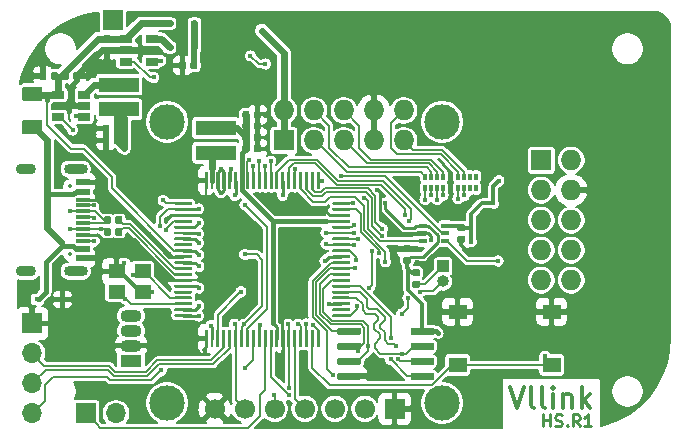
<source format=gbr>
%TF.GenerationSoftware,KiCad,Pcbnew,(5.1.5)-3*%
%TF.CreationDate,2020-04-26T22:01:22+08:00*%
%TF.ProjectId,vllink_highspeed.r1,766c6c69-6e6b-45f6-9869-676873706565,rev?*%
%TF.SameCoordinates,Original*%
%TF.FileFunction,Copper,L1,Top*%
%TF.FilePolarity,Positive*%
%FSLAX46Y46*%
G04 Gerber Fmt 4.6, Leading zero omitted, Abs format (unit mm)*
G04 Created by KiCad (PCBNEW (5.1.5)-3) date 2020-04-26 22:01:22*
%MOMM*%
%LPD*%
G04 APERTURE LIST*
%ADD10C,0.254000*%
%ADD11C,0.304800*%
%ADD12R,1.550000X1.300000*%
%ADD13C,0.350000*%
%ADD14R,1.700000X1.700000*%
%ADD15C,1.700000*%
%ADD16C,3.000000*%
%ADD17R,1.800000X1.070000*%
%ADD18O,1.800000X1.070000*%
%ADD19O,1.700000X1.700000*%
%ADD20R,0.600000X0.450000*%
%ADD21R,1.727200X1.727200*%
%ADD22O,1.727200X1.727200*%
%ADD23O,2.000000X0.900000*%
%ADD24O,1.700000X0.900000*%
%ADD25R,1.160000X0.300000*%
%ADD26R,1.160000X0.600000*%
%ADD27R,0.650000X0.400000*%
%ADD28R,1.400000X1.200000*%
%ADD29R,1.000000X1.000000*%
%ADD30O,1.000000X1.000000*%
%ADD31R,3.400000X1.300000*%
%ADD32R,1.060000X0.650000*%
%ADD33R,0.320000X0.500000*%
%ADD34C,0.406400*%
%ADD35C,0.609600*%
%ADD36C,0.203200*%
%ADD37C,0.406400*%
%ADD38C,0.152400*%
%ADD39C,0.508000*%
%ADD40C,0.203200*%
%ADD41C,0.350000*%
%ADD42O,1.700000X0.600000*%
%ADD43O,1.400000X0.600000*%
G04 APERTURE END LIST*
D10*
X144867690Y-135206619D02*
X144867690Y-134190619D01*
X144867690Y-134674428D02*
X145448261Y-134674428D01*
X145448261Y-135206619D02*
X145448261Y-134190619D01*
X145883690Y-135158238D02*
X146028833Y-135206619D01*
X146270738Y-135206619D01*
X146367500Y-135158238D01*
X146415880Y-135109857D01*
X146464261Y-135013095D01*
X146464261Y-134916333D01*
X146415880Y-134819571D01*
X146367500Y-134771190D01*
X146270738Y-134722809D01*
X146077214Y-134674428D01*
X145980452Y-134626047D01*
X145932071Y-134577666D01*
X145883690Y-134480904D01*
X145883690Y-134384142D01*
X145932071Y-134287380D01*
X145980452Y-134239000D01*
X146077214Y-134190619D01*
X146319119Y-134190619D01*
X146464261Y-134239000D01*
X146899690Y-135109857D02*
X146948071Y-135158238D01*
X146899690Y-135206619D01*
X146851309Y-135158238D01*
X146899690Y-135109857D01*
X146899690Y-135206619D01*
X147964071Y-135206619D02*
X147625404Y-134722809D01*
X147383500Y-135206619D02*
X147383500Y-134190619D01*
X147770547Y-134190619D01*
X147867309Y-134239000D01*
X147915690Y-134287380D01*
X147964071Y-134384142D01*
X147964071Y-134529285D01*
X147915690Y-134626047D01*
X147867309Y-134674428D01*
X147770547Y-134722809D01*
X147383500Y-134722809D01*
X148931690Y-135206619D02*
X148351119Y-135206619D01*
X148641404Y-135206619D02*
X148641404Y-134190619D01*
X148544642Y-134335761D01*
X148447880Y-134432523D01*
X148351119Y-134480904D01*
D11*
X142070666Y-131868333D02*
X142663333Y-133646333D01*
X143256000Y-131868333D01*
X144102666Y-133646333D02*
X143933333Y-133561666D01*
X143848666Y-133392333D01*
X143848666Y-131868333D01*
X145034000Y-133646333D02*
X144864666Y-133561666D01*
X144780000Y-133392333D01*
X144780000Y-131868333D01*
X145711333Y-133646333D02*
X145711333Y-132461000D01*
X145711333Y-131868333D02*
X145626666Y-131953000D01*
X145711333Y-132037666D01*
X145796000Y-131953000D01*
X145711333Y-131868333D01*
X145711333Y-132037666D01*
X146558000Y-132461000D02*
X146558000Y-133646333D01*
X146558000Y-132630333D02*
X146642666Y-132545666D01*
X146812000Y-132461000D01*
X147066000Y-132461000D01*
X147235333Y-132545666D01*
X147320000Y-132715000D01*
X147320000Y-133646333D01*
X148166666Y-133646333D02*
X148166666Y-131868333D01*
X148336000Y-132969000D02*
X148844000Y-133646333D01*
X148844000Y-132461000D02*
X148166666Y-133138333D01*
D12*
X137625000Y-130000000D03*
X137625000Y-125500000D03*
X145585000Y-125500000D03*
X145585000Y-130000000D03*
%TA.AperFunction,SMDPad,CuDef*%
D13*
G36*
X135511303Y-126853122D02*
G01*
X135525864Y-126855282D01*
X135540143Y-126858859D01*
X135554003Y-126863818D01*
X135567310Y-126870112D01*
X135579936Y-126877680D01*
X135591759Y-126886448D01*
X135602666Y-126896334D01*
X135612552Y-126907241D01*
X135621320Y-126919064D01*
X135628888Y-126931690D01*
X135635182Y-126944997D01*
X135640141Y-126958857D01*
X135643718Y-126973136D01*
X135645878Y-126987697D01*
X135646600Y-127002400D01*
X135646600Y-127302400D01*
X135645878Y-127317103D01*
X135643718Y-127331664D01*
X135640141Y-127345943D01*
X135635182Y-127359803D01*
X135628888Y-127373110D01*
X135621320Y-127385736D01*
X135612552Y-127397559D01*
X135602666Y-127408466D01*
X135591759Y-127418352D01*
X135579936Y-127427120D01*
X135567310Y-127434688D01*
X135554003Y-127440982D01*
X135540143Y-127445941D01*
X135525864Y-127449518D01*
X135511303Y-127451678D01*
X135496600Y-127452400D01*
X133796600Y-127452400D01*
X133781897Y-127451678D01*
X133767336Y-127449518D01*
X133753057Y-127445941D01*
X133739197Y-127440982D01*
X133725890Y-127434688D01*
X133713264Y-127427120D01*
X133701441Y-127418352D01*
X133690534Y-127408466D01*
X133680648Y-127397559D01*
X133671880Y-127385736D01*
X133664312Y-127373110D01*
X133658018Y-127359803D01*
X133653059Y-127345943D01*
X133649482Y-127331664D01*
X133647322Y-127317103D01*
X133646600Y-127302400D01*
X133646600Y-127002400D01*
X133647322Y-126987697D01*
X133649482Y-126973136D01*
X133653059Y-126958857D01*
X133658018Y-126944997D01*
X133664312Y-126931690D01*
X133671880Y-126919064D01*
X133680648Y-126907241D01*
X133690534Y-126896334D01*
X133701441Y-126886448D01*
X133713264Y-126877680D01*
X133725890Y-126870112D01*
X133739197Y-126863818D01*
X133753057Y-126858859D01*
X133767336Y-126855282D01*
X133781897Y-126853122D01*
X133796600Y-126852400D01*
X135496600Y-126852400D01*
X135511303Y-126853122D01*
G37*
%TD.AperFunction*%
%TA.AperFunction,SMDPad,CuDef*%
G36*
X135511303Y-128123122D02*
G01*
X135525864Y-128125282D01*
X135540143Y-128128859D01*
X135554003Y-128133818D01*
X135567310Y-128140112D01*
X135579936Y-128147680D01*
X135591759Y-128156448D01*
X135602666Y-128166334D01*
X135612552Y-128177241D01*
X135621320Y-128189064D01*
X135628888Y-128201690D01*
X135635182Y-128214997D01*
X135640141Y-128228857D01*
X135643718Y-128243136D01*
X135645878Y-128257697D01*
X135646600Y-128272400D01*
X135646600Y-128572400D01*
X135645878Y-128587103D01*
X135643718Y-128601664D01*
X135640141Y-128615943D01*
X135635182Y-128629803D01*
X135628888Y-128643110D01*
X135621320Y-128655736D01*
X135612552Y-128667559D01*
X135602666Y-128678466D01*
X135591759Y-128688352D01*
X135579936Y-128697120D01*
X135567310Y-128704688D01*
X135554003Y-128710982D01*
X135540143Y-128715941D01*
X135525864Y-128719518D01*
X135511303Y-128721678D01*
X135496600Y-128722400D01*
X133796600Y-128722400D01*
X133781897Y-128721678D01*
X133767336Y-128719518D01*
X133753057Y-128715941D01*
X133739197Y-128710982D01*
X133725890Y-128704688D01*
X133713264Y-128697120D01*
X133701441Y-128688352D01*
X133690534Y-128678466D01*
X133680648Y-128667559D01*
X133671880Y-128655736D01*
X133664312Y-128643110D01*
X133658018Y-128629803D01*
X133653059Y-128615943D01*
X133649482Y-128601664D01*
X133647322Y-128587103D01*
X133646600Y-128572400D01*
X133646600Y-128272400D01*
X133647322Y-128257697D01*
X133649482Y-128243136D01*
X133653059Y-128228857D01*
X133658018Y-128214997D01*
X133664312Y-128201690D01*
X133671880Y-128189064D01*
X133680648Y-128177241D01*
X133690534Y-128166334D01*
X133701441Y-128156448D01*
X133713264Y-128147680D01*
X133725890Y-128140112D01*
X133739197Y-128133818D01*
X133753057Y-128128859D01*
X133767336Y-128125282D01*
X133781897Y-128123122D01*
X133796600Y-128122400D01*
X135496600Y-128122400D01*
X135511303Y-128123122D01*
G37*
%TD.AperFunction*%
%TA.AperFunction,SMDPad,CuDef*%
G36*
X135511303Y-129393122D02*
G01*
X135525864Y-129395282D01*
X135540143Y-129398859D01*
X135554003Y-129403818D01*
X135567310Y-129410112D01*
X135579936Y-129417680D01*
X135591759Y-129426448D01*
X135602666Y-129436334D01*
X135612552Y-129447241D01*
X135621320Y-129459064D01*
X135628888Y-129471690D01*
X135635182Y-129484997D01*
X135640141Y-129498857D01*
X135643718Y-129513136D01*
X135645878Y-129527697D01*
X135646600Y-129542400D01*
X135646600Y-129842400D01*
X135645878Y-129857103D01*
X135643718Y-129871664D01*
X135640141Y-129885943D01*
X135635182Y-129899803D01*
X135628888Y-129913110D01*
X135621320Y-129925736D01*
X135612552Y-129937559D01*
X135602666Y-129948466D01*
X135591759Y-129958352D01*
X135579936Y-129967120D01*
X135567310Y-129974688D01*
X135554003Y-129980982D01*
X135540143Y-129985941D01*
X135525864Y-129989518D01*
X135511303Y-129991678D01*
X135496600Y-129992400D01*
X133796600Y-129992400D01*
X133781897Y-129991678D01*
X133767336Y-129989518D01*
X133753057Y-129985941D01*
X133739197Y-129980982D01*
X133725890Y-129974688D01*
X133713264Y-129967120D01*
X133701441Y-129958352D01*
X133690534Y-129948466D01*
X133680648Y-129937559D01*
X133671880Y-129925736D01*
X133664312Y-129913110D01*
X133658018Y-129899803D01*
X133653059Y-129885943D01*
X133649482Y-129871664D01*
X133647322Y-129857103D01*
X133646600Y-129842400D01*
X133646600Y-129542400D01*
X133647322Y-129527697D01*
X133649482Y-129513136D01*
X133653059Y-129498857D01*
X133658018Y-129484997D01*
X133664312Y-129471690D01*
X133671880Y-129459064D01*
X133680648Y-129447241D01*
X133690534Y-129436334D01*
X133701441Y-129426448D01*
X133713264Y-129417680D01*
X133725890Y-129410112D01*
X133739197Y-129403818D01*
X133753057Y-129398859D01*
X133767336Y-129395282D01*
X133781897Y-129393122D01*
X133796600Y-129392400D01*
X135496600Y-129392400D01*
X135511303Y-129393122D01*
G37*
%TD.AperFunction*%
%TA.AperFunction,SMDPad,CuDef*%
G36*
X135511303Y-130663122D02*
G01*
X135525864Y-130665282D01*
X135540143Y-130668859D01*
X135554003Y-130673818D01*
X135567310Y-130680112D01*
X135579936Y-130687680D01*
X135591759Y-130696448D01*
X135602666Y-130706334D01*
X135612552Y-130717241D01*
X135621320Y-130729064D01*
X135628888Y-130741690D01*
X135635182Y-130754997D01*
X135640141Y-130768857D01*
X135643718Y-130783136D01*
X135645878Y-130797697D01*
X135646600Y-130812400D01*
X135646600Y-131112400D01*
X135645878Y-131127103D01*
X135643718Y-131141664D01*
X135640141Y-131155943D01*
X135635182Y-131169803D01*
X135628888Y-131183110D01*
X135621320Y-131195736D01*
X135612552Y-131207559D01*
X135602666Y-131218466D01*
X135591759Y-131228352D01*
X135579936Y-131237120D01*
X135567310Y-131244688D01*
X135554003Y-131250982D01*
X135540143Y-131255941D01*
X135525864Y-131259518D01*
X135511303Y-131261678D01*
X135496600Y-131262400D01*
X133796600Y-131262400D01*
X133781897Y-131261678D01*
X133767336Y-131259518D01*
X133753057Y-131255941D01*
X133739197Y-131250982D01*
X133725890Y-131244688D01*
X133713264Y-131237120D01*
X133701441Y-131228352D01*
X133690534Y-131218466D01*
X133680648Y-131207559D01*
X133671880Y-131195736D01*
X133664312Y-131183110D01*
X133658018Y-131169803D01*
X133653059Y-131155943D01*
X133649482Y-131141664D01*
X133647322Y-131127103D01*
X133646600Y-131112400D01*
X133646600Y-130812400D01*
X133647322Y-130797697D01*
X133649482Y-130783136D01*
X133653059Y-130768857D01*
X133658018Y-130754997D01*
X133664312Y-130741690D01*
X133671880Y-130729064D01*
X133680648Y-130717241D01*
X133690534Y-130706334D01*
X133701441Y-130696448D01*
X133713264Y-130687680D01*
X133725890Y-130680112D01*
X133739197Y-130673818D01*
X133753057Y-130668859D01*
X133767336Y-130665282D01*
X133781897Y-130663122D01*
X133796600Y-130662400D01*
X135496600Y-130662400D01*
X135511303Y-130663122D01*
G37*
%TD.AperFunction*%
%TA.AperFunction,SMDPad,CuDef*%
G36*
X129311303Y-130663122D02*
G01*
X129325864Y-130665282D01*
X129340143Y-130668859D01*
X129354003Y-130673818D01*
X129367310Y-130680112D01*
X129379936Y-130687680D01*
X129391759Y-130696448D01*
X129402666Y-130706334D01*
X129412552Y-130717241D01*
X129421320Y-130729064D01*
X129428888Y-130741690D01*
X129435182Y-130754997D01*
X129440141Y-130768857D01*
X129443718Y-130783136D01*
X129445878Y-130797697D01*
X129446600Y-130812400D01*
X129446600Y-131112400D01*
X129445878Y-131127103D01*
X129443718Y-131141664D01*
X129440141Y-131155943D01*
X129435182Y-131169803D01*
X129428888Y-131183110D01*
X129421320Y-131195736D01*
X129412552Y-131207559D01*
X129402666Y-131218466D01*
X129391759Y-131228352D01*
X129379936Y-131237120D01*
X129367310Y-131244688D01*
X129354003Y-131250982D01*
X129340143Y-131255941D01*
X129325864Y-131259518D01*
X129311303Y-131261678D01*
X129296600Y-131262400D01*
X127596600Y-131262400D01*
X127581897Y-131261678D01*
X127567336Y-131259518D01*
X127553057Y-131255941D01*
X127539197Y-131250982D01*
X127525890Y-131244688D01*
X127513264Y-131237120D01*
X127501441Y-131228352D01*
X127490534Y-131218466D01*
X127480648Y-131207559D01*
X127471880Y-131195736D01*
X127464312Y-131183110D01*
X127458018Y-131169803D01*
X127453059Y-131155943D01*
X127449482Y-131141664D01*
X127447322Y-131127103D01*
X127446600Y-131112400D01*
X127446600Y-130812400D01*
X127447322Y-130797697D01*
X127449482Y-130783136D01*
X127453059Y-130768857D01*
X127458018Y-130754997D01*
X127464312Y-130741690D01*
X127471880Y-130729064D01*
X127480648Y-130717241D01*
X127490534Y-130706334D01*
X127501441Y-130696448D01*
X127513264Y-130687680D01*
X127525890Y-130680112D01*
X127539197Y-130673818D01*
X127553057Y-130668859D01*
X127567336Y-130665282D01*
X127581897Y-130663122D01*
X127596600Y-130662400D01*
X129296600Y-130662400D01*
X129311303Y-130663122D01*
G37*
%TD.AperFunction*%
%TA.AperFunction,SMDPad,CuDef*%
G36*
X129311303Y-129393122D02*
G01*
X129325864Y-129395282D01*
X129340143Y-129398859D01*
X129354003Y-129403818D01*
X129367310Y-129410112D01*
X129379936Y-129417680D01*
X129391759Y-129426448D01*
X129402666Y-129436334D01*
X129412552Y-129447241D01*
X129421320Y-129459064D01*
X129428888Y-129471690D01*
X129435182Y-129484997D01*
X129440141Y-129498857D01*
X129443718Y-129513136D01*
X129445878Y-129527697D01*
X129446600Y-129542400D01*
X129446600Y-129842400D01*
X129445878Y-129857103D01*
X129443718Y-129871664D01*
X129440141Y-129885943D01*
X129435182Y-129899803D01*
X129428888Y-129913110D01*
X129421320Y-129925736D01*
X129412552Y-129937559D01*
X129402666Y-129948466D01*
X129391759Y-129958352D01*
X129379936Y-129967120D01*
X129367310Y-129974688D01*
X129354003Y-129980982D01*
X129340143Y-129985941D01*
X129325864Y-129989518D01*
X129311303Y-129991678D01*
X129296600Y-129992400D01*
X127596600Y-129992400D01*
X127581897Y-129991678D01*
X127567336Y-129989518D01*
X127553057Y-129985941D01*
X127539197Y-129980982D01*
X127525890Y-129974688D01*
X127513264Y-129967120D01*
X127501441Y-129958352D01*
X127490534Y-129948466D01*
X127480648Y-129937559D01*
X127471880Y-129925736D01*
X127464312Y-129913110D01*
X127458018Y-129899803D01*
X127453059Y-129885943D01*
X127449482Y-129871664D01*
X127447322Y-129857103D01*
X127446600Y-129842400D01*
X127446600Y-129542400D01*
X127447322Y-129527697D01*
X127449482Y-129513136D01*
X127453059Y-129498857D01*
X127458018Y-129484997D01*
X127464312Y-129471690D01*
X127471880Y-129459064D01*
X127480648Y-129447241D01*
X127490534Y-129436334D01*
X127501441Y-129426448D01*
X127513264Y-129417680D01*
X127525890Y-129410112D01*
X127539197Y-129403818D01*
X127553057Y-129398859D01*
X127567336Y-129395282D01*
X127581897Y-129393122D01*
X127596600Y-129392400D01*
X129296600Y-129392400D01*
X129311303Y-129393122D01*
G37*
%TD.AperFunction*%
%TA.AperFunction,SMDPad,CuDef*%
G36*
X129311303Y-128123122D02*
G01*
X129325864Y-128125282D01*
X129340143Y-128128859D01*
X129354003Y-128133818D01*
X129367310Y-128140112D01*
X129379936Y-128147680D01*
X129391759Y-128156448D01*
X129402666Y-128166334D01*
X129412552Y-128177241D01*
X129421320Y-128189064D01*
X129428888Y-128201690D01*
X129435182Y-128214997D01*
X129440141Y-128228857D01*
X129443718Y-128243136D01*
X129445878Y-128257697D01*
X129446600Y-128272400D01*
X129446600Y-128572400D01*
X129445878Y-128587103D01*
X129443718Y-128601664D01*
X129440141Y-128615943D01*
X129435182Y-128629803D01*
X129428888Y-128643110D01*
X129421320Y-128655736D01*
X129412552Y-128667559D01*
X129402666Y-128678466D01*
X129391759Y-128688352D01*
X129379936Y-128697120D01*
X129367310Y-128704688D01*
X129354003Y-128710982D01*
X129340143Y-128715941D01*
X129325864Y-128719518D01*
X129311303Y-128721678D01*
X129296600Y-128722400D01*
X127596600Y-128722400D01*
X127581897Y-128721678D01*
X127567336Y-128719518D01*
X127553057Y-128715941D01*
X127539197Y-128710982D01*
X127525890Y-128704688D01*
X127513264Y-128697120D01*
X127501441Y-128688352D01*
X127490534Y-128678466D01*
X127480648Y-128667559D01*
X127471880Y-128655736D01*
X127464312Y-128643110D01*
X127458018Y-128629803D01*
X127453059Y-128615943D01*
X127449482Y-128601664D01*
X127447322Y-128587103D01*
X127446600Y-128572400D01*
X127446600Y-128272400D01*
X127447322Y-128257697D01*
X127449482Y-128243136D01*
X127453059Y-128228857D01*
X127458018Y-128214997D01*
X127464312Y-128201690D01*
X127471880Y-128189064D01*
X127480648Y-128177241D01*
X127490534Y-128166334D01*
X127501441Y-128156448D01*
X127513264Y-128147680D01*
X127525890Y-128140112D01*
X127539197Y-128133818D01*
X127553057Y-128128859D01*
X127567336Y-128125282D01*
X127581897Y-128123122D01*
X127596600Y-128122400D01*
X129296600Y-128122400D01*
X129311303Y-128123122D01*
G37*
%TD.AperFunction*%
%TA.AperFunction,SMDPad,CuDef*%
G36*
X129311303Y-126853122D02*
G01*
X129325864Y-126855282D01*
X129340143Y-126858859D01*
X129354003Y-126863818D01*
X129367310Y-126870112D01*
X129379936Y-126877680D01*
X129391759Y-126886448D01*
X129402666Y-126896334D01*
X129412552Y-126907241D01*
X129421320Y-126919064D01*
X129428888Y-126931690D01*
X129435182Y-126944997D01*
X129440141Y-126958857D01*
X129443718Y-126973136D01*
X129445878Y-126987697D01*
X129446600Y-127002400D01*
X129446600Y-127302400D01*
X129445878Y-127317103D01*
X129443718Y-127331664D01*
X129440141Y-127345943D01*
X129435182Y-127359803D01*
X129428888Y-127373110D01*
X129421320Y-127385736D01*
X129412552Y-127397559D01*
X129402666Y-127408466D01*
X129391759Y-127418352D01*
X129379936Y-127427120D01*
X129367310Y-127434688D01*
X129354003Y-127440982D01*
X129340143Y-127445941D01*
X129325864Y-127449518D01*
X129311303Y-127451678D01*
X129296600Y-127452400D01*
X127596600Y-127452400D01*
X127581897Y-127451678D01*
X127567336Y-127449518D01*
X127553057Y-127445941D01*
X127539197Y-127440982D01*
X127525890Y-127434688D01*
X127513264Y-127427120D01*
X127501441Y-127418352D01*
X127490534Y-127408466D01*
X127480648Y-127397559D01*
X127471880Y-127385736D01*
X127464312Y-127373110D01*
X127458018Y-127359803D01*
X127453059Y-127345943D01*
X127449482Y-127331664D01*
X127447322Y-127317103D01*
X127446600Y-127302400D01*
X127446600Y-127002400D01*
X127447322Y-126987697D01*
X127449482Y-126973136D01*
X127453059Y-126958857D01*
X127458018Y-126944997D01*
X127464312Y-126931690D01*
X127471880Y-126919064D01*
X127480648Y-126907241D01*
X127490534Y-126896334D01*
X127501441Y-126886448D01*
X127513264Y-126877680D01*
X127525890Y-126870112D01*
X127539197Y-126863818D01*
X127553057Y-126858859D01*
X127567336Y-126855282D01*
X127581897Y-126853122D01*
X127596600Y-126852400D01*
X129296600Y-126852400D01*
X129311303Y-126853122D01*
G37*
%TD.AperFunction*%
D14*
X108458000Y-100838000D03*
X132300000Y-133723000D03*
D15*
X129760000Y-133723000D03*
X127220000Y-133723000D03*
X124680000Y-133723000D03*
X122140000Y-133723000D03*
X119600000Y-133723000D03*
X117060000Y-133723000D03*
D16*
X136330000Y-133223000D03*
X113030000Y-133223000D03*
X136330000Y-109423000D03*
X113030000Y-109423000D03*
D17*
X109982000Y-129641600D03*
D18*
X109982000Y-128371600D03*
X109982000Y-127101600D03*
X109982000Y-125831600D03*
D14*
X106172000Y-134112000D03*
D19*
X108712000Y-134112000D03*
D14*
X101600000Y-126492000D03*
D19*
X101600000Y-129032000D03*
X101600000Y-131572000D03*
X101600000Y-134112000D03*
D20*
X115350000Y-103124000D03*
X113250000Y-103124000D03*
X113250000Y-101092000D03*
X115350000Y-101092000D03*
D21*
X122920000Y-111000000D03*
D22*
X122920000Y-108460000D03*
X125460000Y-111000000D03*
X125460000Y-108460000D03*
X128000000Y-111000000D03*
X128000000Y-108460000D03*
X130540000Y-111000000D03*
X130540000Y-108460000D03*
X133080000Y-111000000D03*
X133080000Y-108460000D03*
D21*
X144710000Y-112670000D03*
D22*
X147250000Y-112670000D03*
X144710000Y-115210000D03*
X147250000Y-115210000D03*
X144710000Y-117750000D03*
X147250000Y-117750000D03*
X144710000Y-120290000D03*
X147250000Y-120290000D03*
X144710000Y-122830000D03*
X147250000Y-122830000D03*
D23*
X105289800Y-113429900D03*
X105289800Y-122069900D03*
D24*
X101119800Y-113429900D03*
X101119800Y-122069900D03*
D25*
X105869800Y-116999900D03*
X105869800Y-117499900D03*
X105869800Y-117999900D03*
X105869800Y-115999900D03*
X105869800Y-116499900D03*
X105869800Y-118999900D03*
X105869800Y-118499900D03*
X105869800Y-119499900D03*
D26*
X105869800Y-115349900D03*
X105869800Y-115349900D03*
X105869800Y-114549900D03*
X105869800Y-114549900D03*
X105869800Y-120149900D03*
X105869800Y-120949900D03*
X105869800Y-120149900D03*
X105869800Y-120949900D03*
%TA.AperFunction,SMDPad,CuDef*%
D13*
G36*
X108136958Y-102090710D02*
G01*
X108151276Y-102092834D01*
X108165317Y-102096351D01*
X108178946Y-102101228D01*
X108192031Y-102107417D01*
X108204447Y-102114858D01*
X108216073Y-102123481D01*
X108226798Y-102133202D01*
X108236519Y-102143927D01*
X108245142Y-102155553D01*
X108252583Y-102167969D01*
X108258772Y-102181054D01*
X108263649Y-102194683D01*
X108267166Y-102208724D01*
X108269290Y-102223042D01*
X108270000Y-102237500D01*
X108270000Y-102532500D01*
X108269290Y-102546958D01*
X108267166Y-102561276D01*
X108263649Y-102575317D01*
X108258772Y-102588946D01*
X108252583Y-102602031D01*
X108245142Y-102614447D01*
X108236519Y-102626073D01*
X108226798Y-102636798D01*
X108216073Y-102646519D01*
X108204447Y-102655142D01*
X108192031Y-102662583D01*
X108178946Y-102668772D01*
X108165317Y-102673649D01*
X108151276Y-102677166D01*
X108136958Y-102679290D01*
X108122500Y-102680000D01*
X107777500Y-102680000D01*
X107763042Y-102679290D01*
X107748724Y-102677166D01*
X107734683Y-102673649D01*
X107721054Y-102668772D01*
X107707969Y-102662583D01*
X107695553Y-102655142D01*
X107683927Y-102646519D01*
X107673202Y-102636798D01*
X107663481Y-102626073D01*
X107654858Y-102614447D01*
X107647417Y-102602031D01*
X107641228Y-102588946D01*
X107636351Y-102575317D01*
X107632834Y-102561276D01*
X107630710Y-102546958D01*
X107630000Y-102532500D01*
X107630000Y-102237500D01*
X107630710Y-102223042D01*
X107632834Y-102208724D01*
X107636351Y-102194683D01*
X107641228Y-102181054D01*
X107647417Y-102167969D01*
X107654858Y-102155553D01*
X107663481Y-102143927D01*
X107673202Y-102133202D01*
X107683927Y-102123481D01*
X107695553Y-102114858D01*
X107707969Y-102107417D01*
X107721054Y-102101228D01*
X107734683Y-102096351D01*
X107748724Y-102092834D01*
X107763042Y-102090710D01*
X107777500Y-102090000D01*
X108122500Y-102090000D01*
X108136958Y-102090710D01*
G37*
%TD.AperFunction*%
%TA.AperFunction,SMDPad,CuDef*%
G36*
X108136958Y-103060710D02*
G01*
X108151276Y-103062834D01*
X108165317Y-103066351D01*
X108178946Y-103071228D01*
X108192031Y-103077417D01*
X108204447Y-103084858D01*
X108216073Y-103093481D01*
X108226798Y-103103202D01*
X108236519Y-103113927D01*
X108245142Y-103125553D01*
X108252583Y-103137969D01*
X108258772Y-103151054D01*
X108263649Y-103164683D01*
X108267166Y-103178724D01*
X108269290Y-103193042D01*
X108270000Y-103207500D01*
X108270000Y-103502500D01*
X108269290Y-103516958D01*
X108267166Y-103531276D01*
X108263649Y-103545317D01*
X108258772Y-103558946D01*
X108252583Y-103572031D01*
X108245142Y-103584447D01*
X108236519Y-103596073D01*
X108226798Y-103606798D01*
X108216073Y-103616519D01*
X108204447Y-103625142D01*
X108192031Y-103632583D01*
X108178946Y-103638772D01*
X108165317Y-103643649D01*
X108151276Y-103647166D01*
X108136958Y-103649290D01*
X108122500Y-103650000D01*
X107777500Y-103650000D01*
X107763042Y-103649290D01*
X107748724Y-103647166D01*
X107734683Y-103643649D01*
X107721054Y-103638772D01*
X107707969Y-103632583D01*
X107695553Y-103625142D01*
X107683927Y-103616519D01*
X107673202Y-103606798D01*
X107663481Y-103596073D01*
X107654858Y-103584447D01*
X107647417Y-103572031D01*
X107641228Y-103558946D01*
X107636351Y-103545317D01*
X107632834Y-103531276D01*
X107630710Y-103516958D01*
X107630000Y-103502500D01*
X107630000Y-103207500D01*
X107630710Y-103193042D01*
X107632834Y-103178724D01*
X107636351Y-103164683D01*
X107641228Y-103151054D01*
X107647417Y-103137969D01*
X107654858Y-103125553D01*
X107663481Y-103113927D01*
X107673202Y-103103202D01*
X107683927Y-103093481D01*
X107695553Y-103084858D01*
X107707969Y-103077417D01*
X107721054Y-103071228D01*
X107734683Y-103066351D01*
X107748724Y-103062834D01*
X107763042Y-103060710D01*
X107777500Y-103060000D01*
X108122500Y-103060000D01*
X108136958Y-103060710D01*
G37*
%TD.AperFunction*%
%TA.AperFunction,SMDPad,CuDef*%
G36*
X115454958Y-104328710D02*
G01*
X115469276Y-104330834D01*
X115483317Y-104334351D01*
X115496946Y-104339228D01*
X115510031Y-104345417D01*
X115522447Y-104352858D01*
X115534073Y-104361481D01*
X115544798Y-104371202D01*
X115554519Y-104381927D01*
X115563142Y-104393553D01*
X115570583Y-104405969D01*
X115576772Y-104419054D01*
X115581649Y-104432683D01*
X115585166Y-104446724D01*
X115587290Y-104461042D01*
X115588000Y-104475500D01*
X115588000Y-104820500D01*
X115587290Y-104834958D01*
X115585166Y-104849276D01*
X115581649Y-104863317D01*
X115576772Y-104876946D01*
X115570583Y-104890031D01*
X115563142Y-104902447D01*
X115554519Y-104914073D01*
X115544798Y-104924798D01*
X115534073Y-104934519D01*
X115522447Y-104943142D01*
X115510031Y-104950583D01*
X115496946Y-104956772D01*
X115483317Y-104961649D01*
X115469276Y-104965166D01*
X115454958Y-104967290D01*
X115440500Y-104968000D01*
X115145500Y-104968000D01*
X115131042Y-104967290D01*
X115116724Y-104965166D01*
X115102683Y-104961649D01*
X115089054Y-104956772D01*
X115075969Y-104950583D01*
X115063553Y-104943142D01*
X115051927Y-104934519D01*
X115041202Y-104924798D01*
X115031481Y-104914073D01*
X115022858Y-104902447D01*
X115015417Y-104890031D01*
X115009228Y-104876946D01*
X115004351Y-104863317D01*
X115000834Y-104849276D01*
X114998710Y-104834958D01*
X114998000Y-104820500D01*
X114998000Y-104475500D01*
X114998710Y-104461042D01*
X115000834Y-104446724D01*
X115004351Y-104432683D01*
X115009228Y-104419054D01*
X115015417Y-104405969D01*
X115022858Y-104393553D01*
X115031481Y-104381927D01*
X115041202Y-104371202D01*
X115051927Y-104361481D01*
X115063553Y-104352858D01*
X115075969Y-104345417D01*
X115089054Y-104339228D01*
X115102683Y-104334351D01*
X115116724Y-104330834D01*
X115131042Y-104328710D01*
X115145500Y-104328000D01*
X115440500Y-104328000D01*
X115454958Y-104328710D01*
G37*
%TD.AperFunction*%
%TA.AperFunction,SMDPad,CuDef*%
G36*
X114484958Y-104328710D02*
G01*
X114499276Y-104330834D01*
X114513317Y-104334351D01*
X114526946Y-104339228D01*
X114540031Y-104345417D01*
X114552447Y-104352858D01*
X114564073Y-104361481D01*
X114574798Y-104371202D01*
X114584519Y-104381927D01*
X114593142Y-104393553D01*
X114600583Y-104405969D01*
X114606772Y-104419054D01*
X114611649Y-104432683D01*
X114615166Y-104446724D01*
X114617290Y-104461042D01*
X114618000Y-104475500D01*
X114618000Y-104820500D01*
X114617290Y-104834958D01*
X114615166Y-104849276D01*
X114611649Y-104863317D01*
X114606772Y-104876946D01*
X114600583Y-104890031D01*
X114593142Y-104902447D01*
X114584519Y-104914073D01*
X114574798Y-104924798D01*
X114564073Y-104934519D01*
X114552447Y-104943142D01*
X114540031Y-104950583D01*
X114526946Y-104956772D01*
X114513317Y-104961649D01*
X114499276Y-104965166D01*
X114484958Y-104967290D01*
X114470500Y-104968000D01*
X114175500Y-104968000D01*
X114161042Y-104967290D01*
X114146724Y-104965166D01*
X114132683Y-104961649D01*
X114119054Y-104956772D01*
X114105969Y-104950583D01*
X114093553Y-104943142D01*
X114081927Y-104934519D01*
X114071202Y-104924798D01*
X114061481Y-104914073D01*
X114052858Y-104902447D01*
X114045417Y-104890031D01*
X114039228Y-104876946D01*
X114034351Y-104863317D01*
X114030834Y-104849276D01*
X114028710Y-104834958D01*
X114028000Y-104820500D01*
X114028000Y-104475500D01*
X114028710Y-104461042D01*
X114030834Y-104446724D01*
X114034351Y-104432683D01*
X114039228Y-104419054D01*
X114045417Y-104405969D01*
X114052858Y-104393553D01*
X114061481Y-104381927D01*
X114071202Y-104371202D01*
X114081927Y-104361481D01*
X114093553Y-104352858D01*
X114105969Y-104345417D01*
X114119054Y-104339228D01*
X114132683Y-104334351D01*
X114146724Y-104330834D01*
X114161042Y-104328710D01*
X114175500Y-104328000D01*
X114470500Y-104328000D01*
X114484958Y-104328710D01*
G37*
%TD.AperFunction*%
D27*
X134686000Y-118222000D03*
X134686000Y-119522000D03*
X136586000Y-118872000D03*
X134686000Y-118872000D03*
X136586000Y-119522000D03*
X136586000Y-118222000D03*
D28*
X110955000Y-122086000D03*
X108755000Y-122086000D03*
X108755000Y-123786000D03*
X110955000Y-123786000D03*
%TA.AperFunction,SMDPad,CuDef*%
D13*
G36*
X138108958Y-119062710D02*
G01*
X138123276Y-119064834D01*
X138137317Y-119068351D01*
X138150946Y-119073228D01*
X138164031Y-119079417D01*
X138176447Y-119086858D01*
X138188073Y-119095481D01*
X138198798Y-119105202D01*
X138208519Y-119115927D01*
X138217142Y-119127553D01*
X138224583Y-119139969D01*
X138230772Y-119153054D01*
X138235649Y-119166683D01*
X138239166Y-119180724D01*
X138241290Y-119195042D01*
X138242000Y-119209500D01*
X138242000Y-119504500D01*
X138241290Y-119518958D01*
X138239166Y-119533276D01*
X138235649Y-119547317D01*
X138230772Y-119560946D01*
X138224583Y-119574031D01*
X138217142Y-119586447D01*
X138208519Y-119598073D01*
X138198798Y-119608798D01*
X138188073Y-119618519D01*
X138176447Y-119627142D01*
X138164031Y-119634583D01*
X138150946Y-119640772D01*
X138137317Y-119645649D01*
X138123276Y-119649166D01*
X138108958Y-119651290D01*
X138094500Y-119652000D01*
X137749500Y-119652000D01*
X137735042Y-119651290D01*
X137720724Y-119649166D01*
X137706683Y-119645649D01*
X137693054Y-119640772D01*
X137679969Y-119634583D01*
X137667553Y-119627142D01*
X137655927Y-119618519D01*
X137645202Y-119608798D01*
X137635481Y-119598073D01*
X137626858Y-119586447D01*
X137619417Y-119574031D01*
X137613228Y-119560946D01*
X137608351Y-119547317D01*
X137604834Y-119533276D01*
X137602710Y-119518958D01*
X137602000Y-119504500D01*
X137602000Y-119209500D01*
X137602710Y-119195042D01*
X137604834Y-119180724D01*
X137608351Y-119166683D01*
X137613228Y-119153054D01*
X137619417Y-119139969D01*
X137626858Y-119127553D01*
X137635481Y-119115927D01*
X137645202Y-119105202D01*
X137655927Y-119095481D01*
X137667553Y-119086858D01*
X137679969Y-119079417D01*
X137693054Y-119073228D01*
X137706683Y-119068351D01*
X137720724Y-119064834D01*
X137735042Y-119062710D01*
X137749500Y-119062000D01*
X138094500Y-119062000D01*
X138108958Y-119062710D01*
G37*
%TD.AperFunction*%
%TA.AperFunction,SMDPad,CuDef*%
G36*
X138108958Y-118092710D02*
G01*
X138123276Y-118094834D01*
X138137317Y-118098351D01*
X138150946Y-118103228D01*
X138164031Y-118109417D01*
X138176447Y-118116858D01*
X138188073Y-118125481D01*
X138198798Y-118135202D01*
X138208519Y-118145927D01*
X138217142Y-118157553D01*
X138224583Y-118169969D01*
X138230772Y-118183054D01*
X138235649Y-118196683D01*
X138239166Y-118210724D01*
X138241290Y-118225042D01*
X138242000Y-118239500D01*
X138242000Y-118534500D01*
X138241290Y-118548958D01*
X138239166Y-118563276D01*
X138235649Y-118577317D01*
X138230772Y-118590946D01*
X138224583Y-118604031D01*
X138217142Y-118616447D01*
X138208519Y-118628073D01*
X138198798Y-118638798D01*
X138188073Y-118648519D01*
X138176447Y-118657142D01*
X138164031Y-118664583D01*
X138150946Y-118670772D01*
X138137317Y-118675649D01*
X138123276Y-118679166D01*
X138108958Y-118681290D01*
X138094500Y-118682000D01*
X137749500Y-118682000D01*
X137735042Y-118681290D01*
X137720724Y-118679166D01*
X137706683Y-118675649D01*
X137693054Y-118670772D01*
X137679969Y-118664583D01*
X137667553Y-118657142D01*
X137655927Y-118648519D01*
X137645202Y-118638798D01*
X137635481Y-118628073D01*
X137626858Y-118616447D01*
X137619417Y-118604031D01*
X137613228Y-118590946D01*
X137608351Y-118577317D01*
X137604834Y-118563276D01*
X137602710Y-118548958D01*
X137602000Y-118534500D01*
X137602000Y-118239500D01*
X137602710Y-118225042D01*
X137604834Y-118210724D01*
X137608351Y-118196683D01*
X137613228Y-118183054D01*
X137619417Y-118169969D01*
X137626858Y-118157553D01*
X137635481Y-118145927D01*
X137645202Y-118135202D01*
X137655927Y-118125481D01*
X137667553Y-118116858D01*
X137679969Y-118109417D01*
X137693054Y-118103228D01*
X137706683Y-118098351D01*
X137720724Y-118094834D01*
X137735042Y-118092710D01*
X137749500Y-118092000D01*
X138094500Y-118092000D01*
X138108958Y-118092710D01*
G37*
%TD.AperFunction*%
%TA.AperFunction,SMDPad,CuDef*%
G36*
X133536958Y-119870710D02*
G01*
X133551276Y-119872834D01*
X133565317Y-119876351D01*
X133578946Y-119881228D01*
X133592031Y-119887417D01*
X133604447Y-119894858D01*
X133616073Y-119903481D01*
X133626798Y-119913202D01*
X133636519Y-119923927D01*
X133645142Y-119935553D01*
X133652583Y-119947969D01*
X133658772Y-119961054D01*
X133663649Y-119974683D01*
X133667166Y-119988724D01*
X133669290Y-120003042D01*
X133670000Y-120017500D01*
X133670000Y-120312500D01*
X133669290Y-120326958D01*
X133667166Y-120341276D01*
X133663649Y-120355317D01*
X133658772Y-120368946D01*
X133652583Y-120382031D01*
X133645142Y-120394447D01*
X133636519Y-120406073D01*
X133626798Y-120416798D01*
X133616073Y-120426519D01*
X133604447Y-120435142D01*
X133592031Y-120442583D01*
X133578946Y-120448772D01*
X133565317Y-120453649D01*
X133551276Y-120457166D01*
X133536958Y-120459290D01*
X133522500Y-120460000D01*
X133177500Y-120460000D01*
X133163042Y-120459290D01*
X133148724Y-120457166D01*
X133134683Y-120453649D01*
X133121054Y-120448772D01*
X133107969Y-120442583D01*
X133095553Y-120435142D01*
X133083927Y-120426519D01*
X133073202Y-120416798D01*
X133063481Y-120406073D01*
X133054858Y-120394447D01*
X133047417Y-120382031D01*
X133041228Y-120368946D01*
X133036351Y-120355317D01*
X133032834Y-120341276D01*
X133030710Y-120326958D01*
X133030000Y-120312500D01*
X133030000Y-120017500D01*
X133030710Y-120003042D01*
X133032834Y-119988724D01*
X133036351Y-119974683D01*
X133041228Y-119961054D01*
X133047417Y-119947969D01*
X133054858Y-119935553D01*
X133063481Y-119923927D01*
X133073202Y-119913202D01*
X133083927Y-119903481D01*
X133095553Y-119894858D01*
X133107969Y-119887417D01*
X133121054Y-119881228D01*
X133134683Y-119876351D01*
X133148724Y-119872834D01*
X133163042Y-119870710D01*
X133177500Y-119870000D01*
X133522500Y-119870000D01*
X133536958Y-119870710D01*
G37*
%TD.AperFunction*%
%TA.AperFunction,SMDPad,CuDef*%
G36*
X133536958Y-120840710D02*
G01*
X133551276Y-120842834D01*
X133565317Y-120846351D01*
X133578946Y-120851228D01*
X133592031Y-120857417D01*
X133604447Y-120864858D01*
X133616073Y-120873481D01*
X133626798Y-120883202D01*
X133636519Y-120893927D01*
X133645142Y-120905553D01*
X133652583Y-120917969D01*
X133658772Y-120931054D01*
X133663649Y-120944683D01*
X133667166Y-120958724D01*
X133669290Y-120973042D01*
X133670000Y-120987500D01*
X133670000Y-121282500D01*
X133669290Y-121296958D01*
X133667166Y-121311276D01*
X133663649Y-121325317D01*
X133658772Y-121338946D01*
X133652583Y-121352031D01*
X133645142Y-121364447D01*
X133636519Y-121376073D01*
X133626798Y-121386798D01*
X133616073Y-121396519D01*
X133604447Y-121405142D01*
X133592031Y-121412583D01*
X133578946Y-121418772D01*
X133565317Y-121423649D01*
X133551276Y-121427166D01*
X133536958Y-121429290D01*
X133522500Y-121430000D01*
X133177500Y-121430000D01*
X133163042Y-121429290D01*
X133148724Y-121427166D01*
X133134683Y-121423649D01*
X133121054Y-121418772D01*
X133107969Y-121412583D01*
X133095553Y-121405142D01*
X133083927Y-121396519D01*
X133073202Y-121386798D01*
X133063481Y-121376073D01*
X133054858Y-121364447D01*
X133047417Y-121352031D01*
X133041228Y-121338946D01*
X133036351Y-121325317D01*
X133032834Y-121311276D01*
X133030710Y-121296958D01*
X133030000Y-121282500D01*
X133030000Y-120987500D01*
X133030710Y-120973042D01*
X133032834Y-120958724D01*
X133036351Y-120944683D01*
X133041228Y-120931054D01*
X133047417Y-120917969D01*
X133054858Y-120905553D01*
X133063481Y-120893927D01*
X133073202Y-120883202D01*
X133083927Y-120873481D01*
X133095553Y-120864858D01*
X133107969Y-120857417D01*
X133121054Y-120851228D01*
X133134683Y-120846351D01*
X133148724Y-120842834D01*
X133163042Y-120840710D01*
X133177500Y-120840000D01*
X133522500Y-120840000D01*
X133536958Y-120840710D01*
G37*
%TD.AperFunction*%
%TA.AperFunction,SMDPad,CuDef*%
G36*
X125900626Y-113657301D02*
G01*
X125906693Y-113658201D01*
X125912643Y-113659691D01*
X125918418Y-113661758D01*
X125923962Y-113664380D01*
X125929223Y-113667533D01*
X125934150Y-113671187D01*
X125938694Y-113675306D01*
X125942813Y-113679850D01*
X125946467Y-113684777D01*
X125949620Y-113690038D01*
X125952242Y-113695582D01*
X125954309Y-113701357D01*
X125955799Y-113707307D01*
X125956699Y-113713374D01*
X125957000Y-113719500D01*
X125957000Y-115069500D01*
X125956699Y-115075626D01*
X125955799Y-115081693D01*
X125954309Y-115087643D01*
X125952242Y-115093418D01*
X125949620Y-115098962D01*
X125946467Y-115104223D01*
X125942813Y-115109150D01*
X125938694Y-115113694D01*
X125934150Y-115117813D01*
X125929223Y-115121467D01*
X125923962Y-115124620D01*
X125918418Y-115127242D01*
X125912643Y-115129309D01*
X125906693Y-115130799D01*
X125900626Y-115131699D01*
X125894500Y-115132000D01*
X125769500Y-115132000D01*
X125763374Y-115131699D01*
X125757307Y-115130799D01*
X125751357Y-115129309D01*
X125745582Y-115127242D01*
X125740038Y-115124620D01*
X125734777Y-115121467D01*
X125729850Y-115117813D01*
X125725306Y-115113694D01*
X125721187Y-115109150D01*
X125717533Y-115104223D01*
X125714380Y-115098962D01*
X125711758Y-115093418D01*
X125709691Y-115087643D01*
X125708201Y-115081693D01*
X125707301Y-115075626D01*
X125707000Y-115069500D01*
X125707000Y-113719500D01*
X125707301Y-113713374D01*
X125708201Y-113707307D01*
X125709691Y-113701357D01*
X125711758Y-113695582D01*
X125714380Y-113690038D01*
X125717533Y-113684777D01*
X125721187Y-113679850D01*
X125725306Y-113675306D01*
X125729850Y-113671187D01*
X125734777Y-113667533D01*
X125740038Y-113664380D01*
X125745582Y-113661758D01*
X125751357Y-113659691D01*
X125757307Y-113658201D01*
X125763374Y-113657301D01*
X125769500Y-113657000D01*
X125894500Y-113657000D01*
X125900626Y-113657301D01*
G37*
%TD.AperFunction*%
%TA.AperFunction,SMDPad,CuDef*%
G36*
X125400626Y-113657301D02*
G01*
X125406693Y-113658201D01*
X125412643Y-113659691D01*
X125418418Y-113661758D01*
X125423962Y-113664380D01*
X125429223Y-113667533D01*
X125434150Y-113671187D01*
X125438694Y-113675306D01*
X125442813Y-113679850D01*
X125446467Y-113684777D01*
X125449620Y-113690038D01*
X125452242Y-113695582D01*
X125454309Y-113701357D01*
X125455799Y-113707307D01*
X125456699Y-113713374D01*
X125457000Y-113719500D01*
X125457000Y-115069500D01*
X125456699Y-115075626D01*
X125455799Y-115081693D01*
X125454309Y-115087643D01*
X125452242Y-115093418D01*
X125449620Y-115098962D01*
X125446467Y-115104223D01*
X125442813Y-115109150D01*
X125438694Y-115113694D01*
X125434150Y-115117813D01*
X125429223Y-115121467D01*
X125423962Y-115124620D01*
X125418418Y-115127242D01*
X125412643Y-115129309D01*
X125406693Y-115130799D01*
X125400626Y-115131699D01*
X125394500Y-115132000D01*
X125269500Y-115132000D01*
X125263374Y-115131699D01*
X125257307Y-115130799D01*
X125251357Y-115129309D01*
X125245582Y-115127242D01*
X125240038Y-115124620D01*
X125234777Y-115121467D01*
X125229850Y-115117813D01*
X125225306Y-115113694D01*
X125221187Y-115109150D01*
X125217533Y-115104223D01*
X125214380Y-115098962D01*
X125211758Y-115093418D01*
X125209691Y-115087643D01*
X125208201Y-115081693D01*
X125207301Y-115075626D01*
X125207000Y-115069500D01*
X125207000Y-113719500D01*
X125207301Y-113713374D01*
X125208201Y-113707307D01*
X125209691Y-113701357D01*
X125211758Y-113695582D01*
X125214380Y-113690038D01*
X125217533Y-113684777D01*
X125221187Y-113679850D01*
X125225306Y-113675306D01*
X125229850Y-113671187D01*
X125234777Y-113667533D01*
X125240038Y-113664380D01*
X125245582Y-113661758D01*
X125251357Y-113659691D01*
X125257307Y-113658201D01*
X125263374Y-113657301D01*
X125269500Y-113657000D01*
X125394500Y-113657000D01*
X125400626Y-113657301D01*
G37*
%TD.AperFunction*%
%TA.AperFunction,SMDPad,CuDef*%
G36*
X124900626Y-113657301D02*
G01*
X124906693Y-113658201D01*
X124912643Y-113659691D01*
X124918418Y-113661758D01*
X124923962Y-113664380D01*
X124929223Y-113667533D01*
X124934150Y-113671187D01*
X124938694Y-113675306D01*
X124942813Y-113679850D01*
X124946467Y-113684777D01*
X124949620Y-113690038D01*
X124952242Y-113695582D01*
X124954309Y-113701357D01*
X124955799Y-113707307D01*
X124956699Y-113713374D01*
X124957000Y-113719500D01*
X124957000Y-115069500D01*
X124956699Y-115075626D01*
X124955799Y-115081693D01*
X124954309Y-115087643D01*
X124952242Y-115093418D01*
X124949620Y-115098962D01*
X124946467Y-115104223D01*
X124942813Y-115109150D01*
X124938694Y-115113694D01*
X124934150Y-115117813D01*
X124929223Y-115121467D01*
X124923962Y-115124620D01*
X124918418Y-115127242D01*
X124912643Y-115129309D01*
X124906693Y-115130799D01*
X124900626Y-115131699D01*
X124894500Y-115132000D01*
X124769500Y-115132000D01*
X124763374Y-115131699D01*
X124757307Y-115130799D01*
X124751357Y-115129309D01*
X124745582Y-115127242D01*
X124740038Y-115124620D01*
X124734777Y-115121467D01*
X124729850Y-115117813D01*
X124725306Y-115113694D01*
X124721187Y-115109150D01*
X124717533Y-115104223D01*
X124714380Y-115098962D01*
X124711758Y-115093418D01*
X124709691Y-115087643D01*
X124708201Y-115081693D01*
X124707301Y-115075626D01*
X124707000Y-115069500D01*
X124707000Y-113719500D01*
X124707301Y-113713374D01*
X124708201Y-113707307D01*
X124709691Y-113701357D01*
X124711758Y-113695582D01*
X124714380Y-113690038D01*
X124717533Y-113684777D01*
X124721187Y-113679850D01*
X124725306Y-113675306D01*
X124729850Y-113671187D01*
X124734777Y-113667533D01*
X124740038Y-113664380D01*
X124745582Y-113661758D01*
X124751357Y-113659691D01*
X124757307Y-113658201D01*
X124763374Y-113657301D01*
X124769500Y-113657000D01*
X124894500Y-113657000D01*
X124900626Y-113657301D01*
G37*
%TD.AperFunction*%
%TA.AperFunction,SMDPad,CuDef*%
G36*
X124400626Y-113657301D02*
G01*
X124406693Y-113658201D01*
X124412643Y-113659691D01*
X124418418Y-113661758D01*
X124423962Y-113664380D01*
X124429223Y-113667533D01*
X124434150Y-113671187D01*
X124438694Y-113675306D01*
X124442813Y-113679850D01*
X124446467Y-113684777D01*
X124449620Y-113690038D01*
X124452242Y-113695582D01*
X124454309Y-113701357D01*
X124455799Y-113707307D01*
X124456699Y-113713374D01*
X124457000Y-113719500D01*
X124457000Y-115069500D01*
X124456699Y-115075626D01*
X124455799Y-115081693D01*
X124454309Y-115087643D01*
X124452242Y-115093418D01*
X124449620Y-115098962D01*
X124446467Y-115104223D01*
X124442813Y-115109150D01*
X124438694Y-115113694D01*
X124434150Y-115117813D01*
X124429223Y-115121467D01*
X124423962Y-115124620D01*
X124418418Y-115127242D01*
X124412643Y-115129309D01*
X124406693Y-115130799D01*
X124400626Y-115131699D01*
X124394500Y-115132000D01*
X124269500Y-115132000D01*
X124263374Y-115131699D01*
X124257307Y-115130799D01*
X124251357Y-115129309D01*
X124245582Y-115127242D01*
X124240038Y-115124620D01*
X124234777Y-115121467D01*
X124229850Y-115117813D01*
X124225306Y-115113694D01*
X124221187Y-115109150D01*
X124217533Y-115104223D01*
X124214380Y-115098962D01*
X124211758Y-115093418D01*
X124209691Y-115087643D01*
X124208201Y-115081693D01*
X124207301Y-115075626D01*
X124207000Y-115069500D01*
X124207000Y-113719500D01*
X124207301Y-113713374D01*
X124208201Y-113707307D01*
X124209691Y-113701357D01*
X124211758Y-113695582D01*
X124214380Y-113690038D01*
X124217533Y-113684777D01*
X124221187Y-113679850D01*
X124225306Y-113675306D01*
X124229850Y-113671187D01*
X124234777Y-113667533D01*
X124240038Y-113664380D01*
X124245582Y-113661758D01*
X124251357Y-113659691D01*
X124257307Y-113658201D01*
X124263374Y-113657301D01*
X124269500Y-113657000D01*
X124394500Y-113657000D01*
X124400626Y-113657301D01*
G37*
%TD.AperFunction*%
%TA.AperFunction,SMDPad,CuDef*%
G36*
X123900626Y-113657301D02*
G01*
X123906693Y-113658201D01*
X123912643Y-113659691D01*
X123918418Y-113661758D01*
X123923962Y-113664380D01*
X123929223Y-113667533D01*
X123934150Y-113671187D01*
X123938694Y-113675306D01*
X123942813Y-113679850D01*
X123946467Y-113684777D01*
X123949620Y-113690038D01*
X123952242Y-113695582D01*
X123954309Y-113701357D01*
X123955799Y-113707307D01*
X123956699Y-113713374D01*
X123957000Y-113719500D01*
X123957000Y-115069500D01*
X123956699Y-115075626D01*
X123955799Y-115081693D01*
X123954309Y-115087643D01*
X123952242Y-115093418D01*
X123949620Y-115098962D01*
X123946467Y-115104223D01*
X123942813Y-115109150D01*
X123938694Y-115113694D01*
X123934150Y-115117813D01*
X123929223Y-115121467D01*
X123923962Y-115124620D01*
X123918418Y-115127242D01*
X123912643Y-115129309D01*
X123906693Y-115130799D01*
X123900626Y-115131699D01*
X123894500Y-115132000D01*
X123769500Y-115132000D01*
X123763374Y-115131699D01*
X123757307Y-115130799D01*
X123751357Y-115129309D01*
X123745582Y-115127242D01*
X123740038Y-115124620D01*
X123734777Y-115121467D01*
X123729850Y-115117813D01*
X123725306Y-115113694D01*
X123721187Y-115109150D01*
X123717533Y-115104223D01*
X123714380Y-115098962D01*
X123711758Y-115093418D01*
X123709691Y-115087643D01*
X123708201Y-115081693D01*
X123707301Y-115075626D01*
X123707000Y-115069500D01*
X123707000Y-113719500D01*
X123707301Y-113713374D01*
X123708201Y-113707307D01*
X123709691Y-113701357D01*
X123711758Y-113695582D01*
X123714380Y-113690038D01*
X123717533Y-113684777D01*
X123721187Y-113679850D01*
X123725306Y-113675306D01*
X123729850Y-113671187D01*
X123734777Y-113667533D01*
X123740038Y-113664380D01*
X123745582Y-113661758D01*
X123751357Y-113659691D01*
X123757307Y-113658201D01*
X123763374Y-113657301D01*
X123769500Y-113657000D01*
X123894500Y-113657000D01*
X123900626Y-113657301D01*
G37*
%TD.AperFunction*%
%TA.AperFunction,SMDPad,CuDef*%
G36*
X123400626Y-113657301D02*
G01*
X123406693Y-113658201D01*
X123412643Y-113659691D01*
X123418418Y-113661758D01*
X123423962Y-113664380D01*
X123429223Y-113667533D01*
X123434150Y-113671187D01*
X123438694Y-113675306D01*
X123442813Y-113679850D01*
X123446467Y-113684777D01*
X123449620Y-113690038D01*
X123452242Y-113695582D01*
X123454309Y-113701357D01*
X123455799Y-113707307D01*
X123456699Y-113713374D01*
X123457000Y-113719500D01*
X123457000Y-115069500D01*
X123456699Y-115075626D01*
X123455799Y-115081693D01*
X123454309Y-115087643D01*
X123452242Y-115093418D01*
X123449620Y-115098962D01*
X123446467Y-115104223D01*
X123442813Y-115109150D01*
X123438694Y-115113694D01*
X123434150Y-115117813D01*
X123429223Y-115121467D01*
X123423962Y-115124620D01*
X123418418Y-115127242D01*
X123412643Y-115129309D01*
X123406693Y-115130799D01*
X123400626Y-115131699D01*
X123394500Y-115132000D01*
X123269500Y-115132000D01*
X123263374Y-115131699D01*
X123257307Y-115130799D01*
X123251357Y-115129309D01*
X123245582Y-115127242D01*
X123240038Y-115124620D01*
X123234777Y-115121467D01*
X123229850Y-115117813D01*
X123225306Y-115113694D01*
X123221187Y-115109150D01*
X123217533Y-115104223D01*
X123214380Y-115098962D01*
X123211758Y-115093418D01*
X123209691Y-115087643D01*
X123208201Y-115081693D01*
X123207301Y-115075626D01*
X123207000Y-115069500D01*
X123207000Y-113719500D01*
X123207301Y-113713374D01*
X123208201Y-113707307D01*
X123209691Y-113701357D01*
X123211758Y-113695582D01*
X123214380Y-113690038D01*
X123217533Y-113684777D01*
X123221187Y-113679850D01*
X123225306Y-113675306D01*
X123229850Y-113671187D01*
X123234777Y-113667533D01*
X123240038Y-113664380D01*
X123245582Y-113661758D01*
X123251357Y-113659691D01*
X123257307Y-113658201D01*
X123263374Y-113657301D01*
X123269500Y-113657000D01*
X123394500Y-113657000D01*
X123400626Y-113657301D01*
G37*
%TD.AperFunction*%
%TA.AperFunction,SMDPad,CuDef*%
G36*
X122900626Y-113657301D02*
G01*
X122906693Y-113658201D01*
X122912643Y-113659691D01*
X122918418Y-113661758D01*
X122923962Y-113664380D01*
X122929223Y-113667533D01*
X122934150Y-113671187D01*
X122938694Y-113675306D01*
X122942813Y-113679850D01*
X122946467Y-113684777D01*
X122949620Y-113690038D01*
X122952242Y-113695582D01*
X122954309Y-113701357D01*
X122955799Y-113707307D01*
X122956699Y-113713374D01*
X122957000Y-113719500D01*
X122957000Y-115069500D01*
X122956699Y-115075626D01*
X122955799Y-115081693D01*
X122954309Y-115087643D01*
X122952242Y-115093418D01*
X122949620Y-115098962D01*
X122946467Y-115104223D01*
X122942813Y-115109150D01*
X122938694Y-115113694D01*
X122934150Y-115117813D01*
X122929223Y-115121467D01*
X122923962Y-115124620D01*
X122918418Y-115127242D01*
X122912643Y-115129309D01*
X122906693Y-115130799D01*
X122900626Y-115131699D01*
X122894500Y-115132000D01*
X122769500Y-115132000D01*
X122763374Y-115131699D01*
X122757307Y-115130799D01*
X122751357Y-115129309D01*
X122745582Y-115127242D01*
X122740038Y-115124620D01*
X122734777Y-115121467D01*
X122729850Y-115117813D01*
X122725306Y-115113694D01*
X122721187Y-115109150D01*
X122717533Y-115104223D01*
X122714380Y-115098962D01*
X122711758Y-115093418D01*
X122709691Y-115087643D01*
X122708201Y-115081693D01*
X122707301Y-115075626D01*
X122707000Y-115069500D01*
X122707000Y-113719500D01*
X122707301Y-113713374D01*
X122708201Y-113707307D01*
X122709691Y-113701357D01*
X122711758Y-113695582D01*
X122714380Y-113690038D01*
X122717533Y-113684777D01*
X122721187Y-113679850D01*
X122725306Y-113675306D01*
X122729850Y-113671187D01*
X122734777Y-113667533D01*
X122740038Y-113664380D01*
X122745582Y-113661758D01*
X122751357Y-113659691D01*
X122757307Y-113658201D01*
X122763374Y-113657301D01*
X122769500Y-113657000D01*
X122894500Y-113657000D01*
X122900626Y-113657301D01*
G37*
%TD.AperFunction*%
%TA.AperFunction,SMDPad,CuDef*%
G36*
X122400626Y-113657301D02*
G01*
X122406693Y-113658201D01*
X122412643Y-113659691D01*
X122418418Y-113661758D01*
X122423962Y-113664380D01*
X122429223Y-113667533D01*
X122434150Y-113671187D01*
X122438694Y-113675306D01*
X122442813Y-113679850D01*
X122446467Y-113684777D01*
X122449620Y-113690038D01*
X122452242Y-113695582D01*
X122454309Y-113701357D01*
X122455799Y-113707307D01*
X122456699Y-113713374D01*
X122457000Y-113719500D01*
X122457000Y-115069500D01*
X122456699Y-115075626D01*
X122455799Y-115081693D01*
X122454309Y-115087643D01*
X122452242Y-115093418D01*
X122449620Y-115098962D01*
X122446467Y-115104223D01*
X122442813Y-115109150D01*
X122438694Y-115113694D01*
X122434150Y-115117813D01*
X122429223Y-115121467D01*
X122423962Y-115124620D01*
X122418418Y-115127242D01*
X122412643Y-115129309D01*
X122406693Y-115130799D01*
X122400626Y-115131699D01*
X122394500Y-115132000D01*
X122269500Y-115132000D01*
X122263374Y-115131699D01*
X122257307Y-115130799D01*
X122251357Y-115129309D01*
X122245582Y-115127242D01*
X122240038Y-115124620D01*
X122234777Y-115121467D01*
X122229850Y-115117813D01*
X122225306Y-115113694D01*
X122221187Y-115109150D01*
X122217533Y-115104223D01*
X122214380Y-115098962D01*
X122211758Y-115093418D01*
X122209691Y-115087643D01*
X122208201Y-115081693D01*
X122207301Y-115075626D01*
X122207000Y-115069500D01*
X122207000Y-113719500D01*
X122207301Y-113713374D01*
X122208201Y-113707307D01*
X122209691Y-113701357D01*
X122211758Y-113695582D01*
X122214380Y-113690038D01*
X122217533Y-113684777D01*
X122221187Y-113679850D01*
X122225306Y-113675306D01*
X122229850Y-113671187D01*
X122234777Y-113667533D01*
X122240038Y-113664380D01*
X122245582Y-113661758D01*
X122251357Y-113659691D01*
X122257307Y-113658201D01*
X122263374Y-113657301D01*
X122269500Y-113657000D01*
X122394500Y-113657000D01*
X122400626Y-113657301D01*
G37*
%TD.AperFunction*%
%TA.AperFunction,SMDPad,CuDef*%
G36*
X121900626Y-113657301D02*
G01*
X121906693Y-113658201D01*
X121912643Y-113659691D01*
X121918418Y-113661758D01*
X121923962Y-113664380D01*
X121929223Y-113667533D01*
X121934150Y-113671187D01*
X121938694Y-113675306D01*
X121942813Y-113679850D01*
X121946467Y-113684777D01*
X121949620Y-113690038D01*
X121952242Y-113695582D01*
X121954309Y-113701357D01*
X121955799Y-113707307D01*
X121956699Y-113713374D01*
X121957000Y-113719500D01*
X121957000Y-115069500D01*
X121956699Y-115075626D01*
X121955799Y-115081693D01*
X121954309Y-115087643D01*
X121952242Y-115093418D01*
X121949620Y-115098962D01*
X121946467Y-115104223D01*
X121942813Y-115109150D01*
X121938694Y-115113694D01*
X121934150Y-115117813D01*
X121929223Y-115121467D01*
X121923962Y-115124620D01*
X121918418Y-115127242D01*
X121912643Y-115129309D01*
X121906693Y-115130799D01*
X121900626Y-115131699D01*
X121894500Y-115132000D01*
X121769500Y-115132000D01*
X121763374Y-115131699D01*
X121757307Y-115130799D01*
X121751357Y-115129309D01*
X121745582Y-115127242D01*
X121740038Y-115124620D01*
X121734777Y-115121467D01*
X121729850Y-115117813D01*
X121725306Y-115113694D01*
X121721187Y-115109150D01*
X121717533Y-115104223D01*
X121714380Y-115098962D01*
X121711758Y-115093418D01*
X121709691Y-115087643D01*
X121708201Y-115081693D01*
X121707301Y-115075626D01*
X121707000Y-115069500D01*
X121707000Y-113719500D01*
X121707301Y-113713374D01*
X121708201Y-113707307D01*
X121709691Y-113701357D01*
X121711758Y-113695582D01*
X121714380Y-113690038D01*
X121717533Y-113684777D01*
X121721187Y-113679850D01*
X121725306Y-113675306D01*
X121729850Y-113671187D01*
X121734777Y-113667533D01*
X121740038Y-113664380D01*
X121745582Y-113661758D01*
X121751357Y-113659691D01*
X121757307Y-113658201D01*
X121763374Y-113657301D01*
X121769500Y-113657000D01*
X121894500Y-113657000D01*
X121900626Y-113657301D01*
G37*
%TD.AperFunction*%
%TA.AperFunction,SMDPad,CuDef*%
G36*
X121400626Y-113657301D02*
G01*
X121406693Y-113658201D01*
X121412643Y-113659691D01*
X121418418Y-113661758D01*
X121423962Y-113664380D01*
X121429223Y-113667533D01*
X121434150Y-113671187D01*
X121438694Y-113675306D01*
X121442813Y-113679850D01*
X121446467Y-113684777D01*
X121449620Y-113690038D01*
X121452242Y-113695582D01*
X121454309Y-113701357D01*
X121455799Y-113707307D01*
X121456699Y-113713374D01*
X121457000Y-113719500D01*
X121457000Y-115069500D01*
X121456699Y-115075626D01*
X121455799Y-115081693D01*
X121454309Y-115087643D01*
X121452242Y-115093418D01*
X121449620Y-115098962D01*
X121446467Y-115104223D01*
X121442813Y-115109150D01*
X121438694Y-115113694D01*
X121434150Y-115117813D01*
X121429223Y-115121467D01*
X121423962Y-115124620D01*
X121418418Y-115127242D01*
X121412643Y-115129309D01*
X121406693Y-115130799D01*
X121400626Y-115131699D01*
X121394500Y-115132000D01*
X121269500Y-115132000D01*
X121263374Y-115131699D01*
X121257307Y-115130799D01*
X121251357Y-115129309D01*
X121245582Y-115127242D01*
X121240038Y-115124620D01*
X121234777Y-115121467D01*
X121229850Y-115117813D01*
X121225306Y-115113694D01*
X121221187Y-115109150D01*
X121217533Y-115104223D01*
X121214380Y-115098962D01*
X121211758Y-115093418D01*
X121209691Y-115087643D01*
X121208201Y-115081693D01*
X121207301Y-115075626D01*
X121207000Y-115069500D01*
X121207000Y-113719500D01*
X121207301Y-113713374D01*
X121208201Y-113707307D01*
X121209691Y-113701357D01*
X121211758Y-113695582D01*
X121214380Y-113690038D01*
X121217533Y-113684777D01*
X121221187Y-113679850D01*
X121225306Y-113675306D01*
X121229850Y-113671187D01*
X121234777Y-113667533D01*
X121240038Y-113664380D01*
X121245582Y-113661758D01*
X121251357Y-113659691D01*
X121257307Y-113658201D01*
X121263374Y-113657301D01*
X121269500Y-113657000D01*
X121394500Y-113657000D01*
X121400626Y-113657301D01*
G37*
%TD.AperFunction*%
%TA.AperFunction,SMDPad,CuDef*%
G36*
X120900626Y-113657301D02*
G01*
X120906693Y-113658201D01*
X120912643Y-113659691D01*
X120918418Y-113661758D01*
X120923962Y-113664380D01*
X120929223Y-113667533D01*
X120934150Y-113671187D01*
X120938694Y-113675306D01*
X120942813Y-113679850D01*
X120946467Y-113684777D01*
X120949620Y-113690038D01*
X120952242Y-113695582D01*
X120954309Y-113701357D01*
X120955799Y-113707307D01*
X120956699Y-113713374D01*
X120957000Y-113719500D01*
X120957000Y-115069500D01*
X120956699Y-115075626D01*
X120955799Y-115081693D01*
X120954309Y-115087643D01*
X120952242Y-115093418D01*
X120949620Y-115098962D01*
X120946467Y-115104223D01*
X120942813Y-115109150D01*
X120938694Y-115113694D01*
X120934150Y-115117813D01*
X120929223Y-115121467D01*
X120923962Y-115124620D01*
X120918418Y-115127242D01*
X120912643Y-115129309D01*
X120906693Y-115130799D01*
X120900626Y-115131699D01*
X120894500Y-115132000D01*
X120769500Y-115132000D01*
X120763374Y-115131699D01*
X120757307Y-115130799D01*
X120751357Y-115129309D01*
X120745582Y-115127242D01*
X120740038Y-115124620D01*
X120734777Y-115121467D01*
X120729850Y-115117813D01*
X120725306Y-115113694D01*
X120721187Y-115109150D01*
X120717533Y-115104223D01*
X120714380Y-115098962D01*
X120711758Y-115093418D01*
X120709691Y-115087643D01*
X120708201Y-115081693D01*
X120707301Y-115075626D01*
X120707000Y-115069500D01*
X120707000Y-113719500D01*
X120707301Y-113713374D01*
X120708201Y-113707307D01*
X120709691Y-113701357D01*
X120711758Y-113695582D01*
X120714380Y-113690038D01*
X120717533Y-113684777D01*
X120721187Y-113679850D01*
X120725306Y-113675306D01*
X120729850Y-113671187D01*
X120734777Y-113667533D01*
X120740038Y-113664380D01*
X120745582Y-113661758D01*
X120751357Y-113659691D01*
X120757307Y-113658201D01*
X120763374Y-113657301D01*
X120769500Y-113657000D01*
X120894500Y-113657000D01*
X120900626Y-113657301D01*
G37*
%TD.AperFunction*%
%TA.AperFunction,SMDPad,CuDef*%
G36*
X120400626Y-113657301D02*
G01*
X120406693Y-113658201D01*
X120412643Y-113659691D01*
X120418418Y-113661758D01*
X120423962Y-113664380D01*
X120429223Y-113667533D01*
X120434150Y-113671187D01*
X120438694Y-113675306D01*
X120442813Y-113679850D01*
X120446467Y-113684777D01*
X120449620Y-113690038D01*
X120452242Y-113695582D01*
X120454309Y-113701357D01*
X120455799Y-113707307D01*
X120456699Y-113713374D01*
X120457000Y-113719500D01*
X120457000Y-115069500D01*
X120456699Y-115075626D01*
X120455799Y-115081693D01*
X120454309Y-115087643D01*
X120452242Y-115093418D01*
X120449620Y-115098962D01*
X120446467Y-115104223D01*
X120442813Y-115109150D01*
X120438694Y-115113694D01*
X120434150Y-115117813D01*
X120429223Y-115121467D01*
X120423962Y-115124620D01*
X120418418Y-115127242D01*
X120412643Y-115129309D01*
X120406693Y-115130799D01*
X120400626Y-115131699D01*
X120394500Y-115132000D01*
X120269500Y-115132000D01*
X120263374Y-115131699D01*
X120257307Y-115130799D01*
X120251357Y-115129309D01*
X120245582Y-115127242D01*
X120240038Y-115124620D01*
X120234777Y-115121467D01*
X120229850Y-115117813D01*
X120225306Y-115113694D01*
X120221187Y-115109150D01*
X120217533Y-115104223D01*
X120214380Y-115098962D01*
X120211758Y-115093418D01*
X120209691Y-115087643D01*
X120208201Y-115081693D01*
X120207301Y-115075626D01*
X120207000Y-115069500D01*
X120207000Y-113719500D01*
X120207301Y-113713374D01*
X120208201Y-113707307D01*
X120209691Y-113701357D01*
X120211758Y-113695582D01*
X120214380Y-113690038D01*
X120217533Y-113684777D01*
X120221187Y-113679850D01*
X120225306Y-113675306D01*
X120229850Y-113671187D01*
X120234777Y-113667533D01*
X120240038Y-113664380D01*
X120245582Y-113661758D01*
X120251357Y-113659691D01*
X120257307Y-113658201D01*
X120263374Y-113657301D01*
X120269500Y-113657000D01*
X120394500Y-113657000D01*
X120400626Y-113657301D01*
G37*
%TD.AperFunction*%
%TA.AperFunction,SMDPad,CuDef*%
G36*
X119900626Y-113657301D02*
G01*
X119906693Y-113658201D01*
X119912643Y-113659691D01*
X119918418Y-113661758D01*
X119923962Y-113664380D01*
X119929223Y-113667533D01*
X119934150Y-113671187D01*
X119938694Y-113675306D01*
X119942813Y-113679850D01*
X119946467Y-113684777D01*
X119949620Y-113690038D01*
X119952242Y-113695582D01*
X119954309Y-113701357D01*
X119955799Y-113707307D01*
X119956699Y-113713374D01*
X119957000Y-113719500D01*
X119957000Y-115069500D01*
X119956699Y-115075626D01*
X119955799Y-115081693D01*
X119954309Y-115087643D01*
X119952242Y-115093418D01*
X119949620Y-115098962D01*
X119946467Y-115104223D01*
X119942813Y-115109150D01*
X119938694Y-115113694D01*
X119934150Y-115117813D01*
X119929223Y-115121467D01*
X119923962Y-115124620D01*
X119918418Y-115127242D01*
X119912643Y-115129309D01*
X119906693Y-115130799D01*
X119900626Y-115131699D01*
X119894500Y-115132000D01*
X119769500Y-115132000D01*
X119763374Y-115131699D01*
X119757307Y-115130799D01*
X119751357Y-115129309D01*
X119745582Y-115127242D01*
X119740038Y-115124620D01*
X119734777Y-115121467D01*
X119729850Y-115117813D01*
X119725306Y-115113694D01*
X119721187Y-115109150D01*
X119717533Y-115104223D01*
X119714380Y-115098962D01*
X119711758Y-115093418D01*
X119709691Y-115087643D01*
X119708201Y-115081693D01*
X119707301Y-115075626D01*
X119707000Y-115069500D01*
X119707000Y-113719500D01*
X119707301Y-113713374D01*
X119708201Y-113707307D01*
X119709691Y-113701357D01*
X119711758Y-113695582D01*
X119714380Y-113690038D01*
X119717533Y-113684777D01*
X119721187Y-113679850D01*
X119725306Y-113675306D01*
X119729850Y-113671187D01*
X119734777Y-113667533D01*
X119740038Y-113664380D01*
X119745582Y-113661758D01*
X119751357Y-113659691D01*
X119757307Y-113658201D01*
X119763374Y-113657301D01*
X119769500Y-113657000D01*
X119894500Y-113657000D01*
X119900626Y-113657301D01*
G37*
%TD.AperFunction*%
%TA.AperFunction,SMDPad,CuDef*%
G36*
X119400626Y-113657301D02*
G01*
X119406693Y-113658201D01*
X119412643Y-113659691D01*
X119418418Y-113661758D01*
X119423962Y-113664380D01*
X119429223Y-113667533D01*
X119434150Y-113671187D01*
X119438694Y-113675306D01*
X119442813Y-113679850D01*
X119446467Y-113684777D01*
X119449620Y-113690038D01*
X119452242Y-113695582D01*
X119454309Y-113701357D01*
X119455799Y-113707307D01*
X119456699Y-113713374D01*
X119457000Y-113719500D01*
X119457000Y-115069500D01*
X119456699Y-115075626D01*
X119455799Y-115081693D01*
X119454309Y-115087643D01*
X119452242Y-115093418D01*
X119449620Y-115098962D01*
X119446467Y-115104223D01*
X119442813Y-115109150D01*
X119438694Y-115113694D01*
X119434150Y-115117813D01*
X119429223Y-115121467D01*
X119423962Y-115124620D01*
X119418418Y-115127242D01*
X119412643Y-115129309D01*
X119406693Y-115130799D01*
X119400626Y-115131699D01*
X119394500Y-115132000D01*
X119269500Y-115132000D01*
X119263374Y-115131699D01*
X119257307Y-115130799D01*
X119251357Y-115129309D01*
X119245582Y-115127242D01*
X119240038Y-115124620D01*
X119234777Y-115121467D01*
X119229850Y-115117813D01*
X119225306Y-115113694D01*
X119221187Y-115109150D01*
X119217533Y-115104223D01*
X119214380Y-115098962D01*
X119211758Y-115093418D01*
X119209691Y-115087643D01*
X119208201Y-115081693D01*
X119207301Y-115075626D01*
X119207000Y-115069500D01*
X119207000Y-113719500D01*
X119207301Y-113713374D01*
X119208201Y-113707307D01*
X119209691Y-113701357D01*
X119211758Y-113695582D01*
X119214380Y-113690038D01*
X119217533Y-113684777D01*
X119221187Y-113679850D01*
X119225306Y-113675306D01*
X119229850Y-113671187D01*
X119234777Y-113667533D01*
X119240038Y-113664380D01*
X119245582Y-113661758D01*
X119251357Y-113659691D01*
X119257307Y-113658201D01*
X119263374Y-113657301D01*
X119269500Y-113657000D01*
X119394500Y-113657000D01*
X119400626Y-113657301D01*
G37*
%TD.AperFunction*%
%TA.AperFunction,SMDPad,CuDef*%
G36*
X118900626Y-113657301D02*
G01*
X118906693Y-113658201D01*
X118912643Y-113659691D01*
X118918418Y-113661758D01*
X118923962Y-113664380D01*
X118929223Y-113667533D01*
X118934150Y-113671187D01*
X118938694Y-113675306D01*
X118942813Y-113679850D01*
X118946467Y-113684777D01*
X118949620Y-113690038D01*
X118952242Y-113695582D01*
X118954309Y-113701357D01*
X118955799Y-113707307D01*
X118956699Y-113713374D01*
X118957000Y-113719500D01*
X118957000Y-115069500D01*
X118956699Y-115075626D01*
X118955799Y-115081693D01*
X118954309Y-115087643D01*
X118952242Y-115093418D01*
X118949620Y-115098962D01*
X118946467Y-115104223D01*
X118942813Y-115109150D01*
X118938694Y-115113694D01*
X118934150Y-115117813D01*
X118929223Y-115121467D01*
X118923962Y-115124620D01*
X118918418Y-115127242D01*
X118912643Y-115129309D01*
X118906693Y-115130799D01*
X118900626Y-115131699D01*
X118894500Y-115132000D01*
X118769500Y-115132000D01*
X118763374Y-115131699D01*
X118757307Y-115130799D01*
X118751357Y-115129309D01*
X118745582Y-115127242D01*
X118740038Y-115124620D01*
X118734777Y-115121467D01*
X118729850Y-115117813D01*
X118725306Y-115113694D01*
X118721187Y-115109150D01*
X118717533Y-115104223D01*
X118714380Y-115098962D01*
X118711758Y-115093418D01*
X118709691Y-115087643D01*
X118708201Y-115081693D01*
X118707301Y-115075626D01*
X118707000Y-115069500D01*
X118707000Y-113719500D01*
X118707301Y-113713374D01*
X118708201Y-113707307D01*
X118709691Y-113701357D01*
X118711758Y-113695582D01*
X118714380Y-113690038D01*
X118717533Y-113684777D01*
X118721187Y-113679850D01*
X118725306Y-113675306D01*
X118729850Y-113671187D01*
X118734777Y-113667533D01*
X118740038Y-113664380D01*
X118745582Y-113661758D01*
X118751357Y-113659691D01*
X118757307Y-113658201D01*
X118763374Y-113657301D01*
X118769500Y-113657000D01*
X118894500Y-113657000D01*
X118900626Y-113657301D01*
G37*
%TD.AperFunction*%
%TA.AperFunction,SMDPad,CuDef*%
G36*
X118400626Y-113657301D02*
G01*
X118406693Y-113658201D01*
X118412643Y-113659691D01*
X118418418Y-113661758D01*
X118423962Y-113664380D01*
X118429223Y-113667533D01*
X118434150Y-113671187D01*
X118438694Y-113675306D01*
X118442813Y-113679850D01*
X118446467Y-113684777D01*
X118449620Y-113690038D01*
X118452242Y-113695582D01*
X118454309Y-113701357D01*
X118455799Y-113707307D01*
X118456699Y-113713374D01*
X118457000Y-113719500D01*
X118457000Y-115069500D01*
X118456699Y-115075626D01*
X118455799Y-115081693D01*
X118454309Y-115087643D01*
X118452242Y-115093418D01*
X118449620Y-115098962D01*
X118446467Y-115104223D01*
X118442813Y-115109150D01*
X118438694Y-115113694D01*
X118434150Y-115117813D01*
X118429223Y-115121467D01*
X118423962Y-115124620D01*
X118418418Y-115127242D01*
X118412643Y-115129309D01*
X118406693Y-115130799D01*
X118400626Y-115131699D01*
X118394500Y-115132000D01*
X118269500Y-115132000D01*
X118263374Y-115131699D01*
X118257307Y-115130799D01*
X118251357Y-115129309D01*
X118245582Y-115127242D01*
X118240038Y-115124620D01*
X118234777Y-115121467D01*
X118229850Y-115117813D01*
X118225306Y-115113694D01*
X118221187Y-115109150D01*
X118217533Y-115104223D01*
X118214380Y-115098962D01*
X118211758Y-115093418D01*
X118209691Y-115087643D01*
X118208201Y-115081693D01*
X118207301Y-115075626D01*
X118207000Y-115069500D01*
X118207000Y-113719500D01*
X118207301Y-113713374D01*
X118208201Y-113707307D01*
X118209691Y-113701357D01*
X118211758Y-113695582D01*
X118214380Y-113690038D01*
X118217533Y-113684777D01*
X118221187Y-113679850D01*
X118225306Y-113675306D01*
X118229850Y-113671187D01*
X118234777Y-113667533D01*
X118240038Y-113664380D01*
X118245582Y-113661758D01*
X118251357Y-113659691D01*
X118257307Y-113658201D01*
X118263374Y-113657301D01*
X118269500Y-113657000D01*
X118394500Y-113657000D01*
X118400626Y-113657301D01*
G37*
%TD.AperFunction*%
%TA.AperFunction,SMDPad,CuDef*%
G36*
X117900626Y-113657301D02*
G01*
X117906693Y-113658201D01*
X117912643Y-113659691D01*
X117918418Y-113661758D01*
X117923962Y-113664380D01*
X117929223Y-113667533D01*
X117934150Y-113671187D01*
X117938694Y-113675306D01*
X117942813Y-113679850D01*
X117946467Y-113684777D01*
X117949620Y-113690038D01*
X117952242Y-113695582D01*
X117954309Y-113701357D01*
X117955799Y-113707307D01*
X117956699Y-113713374D01*
X117957000Y-113719500D01*
X117957000Y-115069500D01*
X117956699Y-115075626D01*
X117955799Y-115081693D01*
X117954309Y-115087643D01*
X117952242Y-115093418D01*
X117949620Y-115098962D01*
X117946467Y-115104223D01*
X117942813Y-115109150D01*
X117938694Y-115113694D01*
X117934150Y-115117813D01*
X117929223Y-115121467D01*
X117923962Y-115124620D01*
X117918418Y-115127242D01*
X117912643Y-115129309D01*
X117906693Y-115130799D01*
X117900626Y-115131699D01*
X117894500Y-115132000D01*
X117769500Y-115132000D01*
X117763374Y-115131699D01*
X117757307Y-115130799D01*
X117751357Y-115129309D01*
X117745582Y-115127242D01*
X117740038Y-115124620D01*
X117734777Y-115121467D01*
X117729850Y-115117813D01*
X117725306Y-115113694D01*
X117721187Y-115109150D01*
X117717533Y-115104223D01*
X117714380Y-115098962D01*
X117711758Y-115093418D01*
X117709691Y-115087643D01*
X117708201Y-115081693D01*
X117707301Y-115075626D01*
X117707000Y-115069500D01*
X117707000Y-113719500D01*
X117707301Y-113713374D01*
X117708201Y-113707307D01*
X117709691Y-113701357D01*
X117711758Y-113695582D01*
X117714380Y-113690038D01*
X117717533Y-113684777D01*
X117721187Y-113679850D01*
X117725306Y-113675306D01*
X117729850Y-113671187D01*
X117734777Y-113667533D01*
X117740038Y-113664380D01*
X117745582Y-113661758D01*
X117751357Y-113659691D01*
X117757307Y-113658201D01*
X117763374Y-113657301D01*
X117769500Y-113657000D01*
X117894500Y-113657000D01*
X117900626Y-113657301D01*
G37*
%TD.AperFunction*%
%TA.AperFunction,SMDPad,CuDef*%
G36*
X117400626Y-113657301D02*
G01*
X117406693Y-113658201D01*
X117412643Y-113659691D01*
X117418418Y-113661758D01*
X117423962Y-113664380D01*
X117429223Y-113667533D01*
X117434150Y-113671187D01*
X117438694Y-113675306D01*
X117442813Y-113679850D01*
X117446467Y-113684777D01*
X117449620Y-113690038D01*
X117452242Y-113695582D01*
X117454309Y-113701357D01*
X117455799Y-113707307D01*
X117456699Y-113713374D01*
X117457000Y-113719500D01*
X117457000Y-115069500D01*
X117456699Y-115075626D01*
X117455799Y-115081693D01*
X117454309Y-115087643D01*
X117452242Y-115093418D01*
X117449620Y-115098962D01*
X117446467Y-115104223D01*
X117442813Y-115109150D01*
X117438694Y-115113694D01*
X117434150Y-115117813D01*
X117429223Y-115121467D01*
X117423962Y-115124620D01*
X117418418Y-115127242D01*
X117412643Y-115129309D01*
X117406693Y-115130799D01*
X117400626Y-115131699D01*
X117394500Y-115132000D01*
X117269500Y-115132000D01*
X117263374Y-115131699D01*
X117257307Y-115130799D01*
X117251357Y-115129309D01*
X117245582Y-115127242D01*
X117240038Y-115124620D01*
X117234777Y-115121467D01*
X117229850Y-115117813D01*
X117225306Y-115113694D01*
X117221187Y-115109150D01*
X117217533Y-115104223D01*
X117214380Y-115098962D01*
X117211758Y-115093418D01*
X117209691Y-115087643D01*
X117208201Y-115081693D01*
X117207301Y-115075626D01*
X117207000Y-115069500D01*
X117207000Y-113719500D01*
X117207301Y-113713374D01*
X117208201Y-113707307D01*
X117209691Y-113701357D01*
X117211758Y-113695582D01*
X117214380Y-113690038D01*
X117217533Y-113684777D01*
X117221187Y-113679850D01*
X117225306Y-113675306D01*
X117229850Y-113671187D01*
X117234777Y-113667533D01*
X117240038Y-113664380D01*
X117245582Y-113661758D01*
X117251357Y-113659691D01*
X117257307Y-113658201D01*
X117263374Y-113657301D01*
X117269500Y-113657000D01*
X117394500Y-113657000D01*
X117400626Y-113657301D01*
G37*
%TD.AperFunction*%
%TA.AperFunction,SMDPad,CuDef*%
G36*
X116900626Y-113657301D02*
G01*
X116906693Y-113658201D01*
X116912643Y-113659691D01*
X116918418Y-113661758D01*
X116923962Y-113664380D01*
X116929223Y-113667533D01*
X116934150Y-113671187D01*
X116938694Y-113675306D01*
X116942813Y-113679850D01*
X116946467Y-113684777D01*
X116949620Y-113690038D01*
X116952242Y-113695582D01*
X116954309Y-113701357D01*
X116955799Y-113707307D01*
X116956699Y-113713374D01*
X116957000Y-113719500D01*
X116957000Y-115069500D01*
X116956699Y-115075626D01*
X116955799Y-115081693D01*
X116954309Y-115087643D01*
X116952242Y-115093418D01*
X116949620Y-115098962D01*
X116946467Y-115104223D01*
X116942813Y-115109150D01*
X116938694Y-115113694D01*
X116934150Y-115117813D01*
X116929223Y-115121467D01*
X116923962Y-115124620D01*
X116918418Y-115127242D01*
X116912643Y-115129309D01*
X116906693Y-115130799D01*
X116900626Y-115131699D01*
X116894500Y-115132000D01*
X116769500Y-115132000D01*
X116763374Y-115131699D01*
X116757307Y-115130799D01*
X116751357Y-115129309D01*
X116745582Y-115127242D01*
X116740038Y-115124620D01*
X116734777Y-115121467D01*
X116729850Y-115117813D01*
X116725306Y-115113694D01*
X116721187Y-115109150D01*
X116717533Y-115104223D01*
X116714380Y-115098962D01*
X116711758Y-115093418D01*
X116709691Y-115087643D01*
X116708201Y-115081693D01*
X116707301Y-115075626D01*
X116707000Y-115069500D01*
X116707000Y-113719500D01*
X116707301Y-113713374D01*
X116708201Y-113707307D01*
X116709691Y-113701357D01*
X116711758Y-113695582D01*
X116714380Y-113690038D01*
X116717533Y-113684777D01*
X116721187Y-113679850D01*
X116725306Y-113675306D01*
X116729850Y-113671187D01*
X116734777Y-113667533D01*
X116740038Y-113664380D01*
X116745582Y-113661758D01*
X116751357Y-113659691D01*
X116757307Y-113658201D01*
X116763374Y-113657301D01*
X116769500Y-113657000D01*
X116894500Y-113657000D01*
X116900626Y-113657301D01*
G37*
%TD.AperFunction*%
%TA.AperFunction,SMDPad,CuDef*%
G36*
X116400626Y-113657301D02*
G01*
X116406693Y-113658201D01*
X116412643Y-113659691D01*
X116418418Y-113661758D01*
X116423962Y-113664380D01*
X116429223Y-113667533D01*
X116434150Y-113671187D01*
X116438694Y-113675306D01*
X116442813Y-113679850D01*
X116446467Y-113684777D01*
X116449620Y-113690038D01*
X116452242Y-113695582D01*
X116454309Y-113701357D01*
X116455799Y-113707307D01*
X116456699Y-113713374D01*
X116457000Y-113719500D01*
X116457000Y-115069500D01*
X116456699Y-115075626D01*
X116455799Y-115081693D01*
X116454309Y-115087643D01*
X116452242Y-115093418D01*
X116449620Y-115098962D01*
X116446467Y-115104223D01*
X116442813Y-115109150D01*
X116438694Y-115113694D01*
X116434150Y-115117813D01*
X116429223Y-115121467D01*
X116423962Y-115124620D01*
X116418418Y-115127242D01*
X116412643Y-115129309D01*
X116406693Y-115130799D01*
X116400626Y-115131699D01*
X116394500Y-115132000D01*
X116269500Y-115132000D01*
X116263374Y-115131699D01*
X116257307Y-115130799D01*
X116251357Y-115129309D01*
X116245582Y-115127242D01*
X116240038Y-115124620D01*
X116234777Y-115121467D01*
X116229850Y-115117813D01*
X116225306Y-115113694D01*
X116221187Y-115109150D01*
X116217533Y-115104223D01*
X116214380Y-115098962D01*
X116211758Y-115093418D01*
X116209691Y-115087643D01*
X116208201Y-115081693D01*
X116207301Y-115075626D01*
X116207000Y-115069500D01*
X116207000Y-113719500D01*
X116207301Y-113713374D01*
X116208201Y-113707307D01*
X116209691Y-113701357D01*
X116211758Y-113695582D01*
X116214380Y-113690038D01*
X116217533Y-113684777D01*
X116221187Y-113679850D01*
X116225306Y-113675306D01*
X116229850Y-113671187D01*
X116234777Y-113667533D01*
X116240038Y-113664380D01*
X116245582Y-113661758D01*
X116251357Y-113659691D01*
X116257307Y-113658201D01*
X116263374Y-113657301D01*
X116269500Y-113657000D01*
X116394500Y-113657000D01*
X116400626Y-113657301D01*
G37*
%TD.AperFunction*%
%TA.AperFunction,SMDPad,CuDef*%
G36*
X115075626Y-116207301D02*
G01*
X115081693Y-116208201D01*
X115087643Y-116209691D01*
X115093418Y-116211758D01*
X115098962Y-116214380D01*
X115104223Y-116217533D01*
X115109150Y-116221187D01*
X115113694Y-116225306D01*
X115117813Y-116229850D01*
X115121467Y-116234777D01*
X115124620Y-116240038D01*
X115127242Y-116245582D01*
X115129309Y-116251357D01*
X115130799Y-116257307D01*
X115131699Y-116263374D01*
X115132000Y-116269500D01*
X115132000Y-116394500D01*
X115131699Y-116400626D01*
X115130799Y-116406693D01*
X115129309Y-116412643D01*
X115127242Y-116418418D01*
X115124620Y-116423962D01*
X115121467Y-116429223D01*
X115117813Y-116434150D01*
X115113694Y-116438694D01*
X115109150Y-116442813D01*
X115104223Y-116446467D01*
X115098962Y-116449620D01*
X115093418Y-116452242D01*
X115087643Y-116454309D01*
X115081693Y-116455799D01*
X115075626Y-116456699D01*
X115069500Y-116457000D01*
X113719500Y-116457000D01*
X113713374Y-116456699D01*
X113707307Y-116455799D01*
X113701357Y-116454309D01*
X113695582Y-116452242D01*
X113690038Y-116449620D01*
X113684777Y-116446467D01*
X113679850Y-116442813D01*
X113675306Y-116438694D01*
X113671187Y-116434150D01*
X113667533Y-116429223D01*
X113664380Y-116423962D01*
X113661758Y-116418418D01*
X113659691Y-116412643D01*
X113658201Y-116406693D01*
X113657301Y-116400626D01*
X113657000Y-116394500D01*
X113657000Y-116269500D01*
X113657301Y-116263374D01*
X113658201Y-116257307D01*
X113659691Y-116251357D01*
X113661758Y-116245582D01*
X113664380Y-116240038D01*
X113667533Y-116234777D01*
X113671187Y-116229850D01*
X113675306Y-116225306D01*
X113679850Y-116221187D01*
X113684777Y-116217533D01*
X113690038Y-116214380D01*
X113695582Y-116211758D01*
X113701357Y-116209691D01*
X113707307Y-116208201D01*
X113713374Y-116207301D01*
X113719500Y-116207000D01*
X115069500Y-116207000D01*
X115075626Y-116207301D01*
G37*
%TD.AperFunction*%
%TA.AperFunction,SMDPad,CuDef*%
G36*
X115075626Y-116707301D02*
G01*
X115081693Y-116708201D01*
X115087643Y-116709691D01*
X115093418Y-116711758D01*
X115098962Y-116714380D01*
X115104223Y-116717533D01*
X115109150Y-116721187D01*
X115113694Y-116725306D01*
X115117813Y-116729850D01*
X115121467Y-116734777D01*
X115124620Y-116740038D01*
X115127242Y-116745582D01*
X115129309Y-116751357D01*
X115130799Y-116757307D01*
X115131699Y-116763374D01*
X115132000Y-116769500D01*
X115132000Y-116894500D01*
X115131699Y-116900626D01*
X115130799Y-116906693D01*
X115129309Y-116912643D01*
X115127242Y-116918418D01*
X115124620Y-116923962D01*
X115121467Y-116929223D01*
X115117813Y-116934150D01*
X115113694Y-116938694D01*
X115109150Y-116942813D01*
X115104223Y-116946467D01*
X115098962Y-116949620D01*
X115093418Y-116952242D01*
X115087643Y-116954309D01*
X115081693Y-116955799D01*
X115075626Y-116956699D01*
X115069500Y-116957000D01*
X113719500Y-116957000D01*
X113713374Y-116956699D01*
X113707307Y-116955799D01*
X113701357Y-116954309D01*
X113695582Y-116952242D01*
X113690038Y-116949620D01*
X113684777Y-116946467D01*
X113679850Y-116942813D01*
X113675306Y-116938694D01*
X113671187Y-116934150D01*
X113667533Y-116929223D01*
X113664380Y-116923962D01*
X113661758Y-116918418D01*
X113659691Y-116912643D01*
X113658201Y-116906693D01*
X113657301Y-116900626D01*
X113657000Y-116894500D01*
X113657000Y-116769500D01*
X113657301Y-116763374D01*
X113658201Y-116757307D01*
X113659691Y-116751357D01*
X113661758Y-116745582D01*
X113664380Y-116740038D01*
X113667533Y-116734777D01*
X113671187Y-116729850D01*
X113675306Y-116725306D01*
X113679850Y-116721187D01*
X113684777Y-116717533D01*
X113690038Y-116714380D01*
X113695582Y-116711758D01*
X113701357Y-116709691D01*
X113707307Y-116708201D01*
X113713374Y-116707301D01*
X113719500Y-116707000D01*
X115069500Y-116707000D01*
X115075626Y-116707301D01*
G37*
%TD.AperFunction*%
%TA.AperFunction,SMDPad,CuDef*%
G36*
X115075626Y-117207301D02*
G01*
X115081693Y-117208201D01*
X115087643Y-117209691D01*
X115093418Y-117211758D01*
X115098962Y-117214380D01*
X115104223Y-117217533D01*
X115109150Y-117221187D01*
X115113694Y-117225306D01*
X115117813Y-117229850D01*
X115121467Y-117234777D01*
X115124620Y-117240038D01*
X115127242Y-117245582D01*
X115129309Y-117251357D01*
X115130799Y-117257307D01*
X115131699Y-117263374D01*
X115132000Y-117269500D01*
X115132000Y-117394500D01*
X115131699Y-117400626D01*
X115130799Y-117406693D01*
X115129309Y-117412643D01*
X115127242Y-117418418D01*
X115124620Y-117423962D01*
X115121467Y-117429223D01*
X115117813Y-117434150D01*
X115113694Y-117438694D01*
X115109150Y-117442813D01*
X115104223Y-117446467D01*
X115098962Y-117449620D01*
X115093418Y-117452242D01*
X115087643Y-117454309D01*
X115081693Y-117455799D01*
X115075626Y-117456699D01*
X115069500Y-117457000D01*
X113719500Y-117457000D01*
X113713374Y-117456699D01*
X113707307Y-117455799D01*
X113701357Y-117454309D01*
X113695582Y-117452242D01*
X113690038Y-117449620D01*
X113684777Y-117446467D01*
X113679850Y-117442813D01*
X113675306Y-117438694D01*
X113671187Y-117434150D01*
X113667533Y-117429223D01*
X113664380Y-117423962D01*
X113661758Y-117418418D01*
X113659691Y-117412643D01*
X113658201Y-117406693D01*
X113657301Y-117400626D01*
X113657000Y-117394500D01*
X113657000Y-117269500D01*
X113657301Y-117263374D01*
X113658201Y-117257307D01*
X113659691Y-117251357D01*
X113661758Y-117245582D01*
X113664380Y-117240038D01*
X113667533Y-117234777D01*
X113671187Y-117229850D01*
X113675306Y-117225306D01*
X113679850Y-117221187D01*
X113684777Y-117217533D01*
X113690038Y-117214380D01*
X113695582Y-117211758D01*
X113701357Y-117209691D01*
X113707307Y-117208201D01*
X113713374Y-117207301D01*
X113719500Y-117207000D01*
X115069500Y-117207000D01*
X115075626Y-117207301D01*
G37*
%TD.AperFunction*%
%TA.AperFunction,SMDPad,CuDef*%
G36*
X115075626Y-117707301D02*
G01*
X115081693Y-117708201D01*
X115087643Y-117709691D01*
X115093418Y-117711758D01*
X115098962Y-117714380D01*
X115104223Y-117717533D01*
X115109150Y-117721187D01*
X115113694Y-117725306D01*
X115117813Y-117729850D01*
X115121467Y-117734777D01*
X115124620Y-117740038D01*
X115127242Y-117745582D01*
X115129309Y-117751357D01*
X115130799Y-117757307D01*
X115131699Y-117763374D01*
X115132000Y-117769500D01*
X115132000Y-117894500D01*
X115131699Y-117900626D01*
X115130799Y-117906693D01*
X115129309Y-117912643D01*
X115127242Y-117918418D01*
X115124620Y-117923962D01*
X115121467Y-117929223D01*
X115117813Y-117934150D01*
X115113694Y-117938694D01*
X115109150Y-117942813D01*
X115104223Y-117946467D01*
X115098962Y-117949620D01*
X115093418Y-117952242D01*
X115087643Y-117954309D01*
X115081693Y-117955799D01*
X115075626Y-117956699D01*
X115069500Y-117957000D01*
X113719500Y-117957000D01*
X113713374Y-117956699D01*
X113707307Y-117955799D01*
X113701357Y-117954309D01*
X113695582Y-117952242D01*
X113690038Y-117949620D01*
X113684777Y-117946467D01*
X113679850Y-117942813D01*
X113675306Y-117938694D01*
X113671187Y-117934150D01*
X113667533Y-117929223D01*
X113664380Y-117923962D01*
X113661758Y-117918418D01*
X113659691Y-117912643D01*
X113658201Y-117906693D01*
X113657301Y-117900626D01*
X113657000Y-117894500D01*
X113657000Y-117769500D01*
X113657301Y-117763374D01*
X113658201Y-117757307D01*
X113659691Y-117751357D01*
X113661758Y-117745582D01*
X113664380Y-117740038D01*
X113667533Y-117734777D01*
X113671187Y-117729850D01*
X113675306Y-117725306D01*
X113679850Y-117721187D01*
X113684777Y-117717533D01*
X113690038Y-117714380D01*
X113695582Y-117711758D01*
X113701357Y-117709691D01*
X113707307Y-117708201D01*
X113713374Y-117707301D01*
X113719500Y-117707000D01*
X115069500Y-117707000D01*
X115075626Y-117707301D01*
G37*
%TD.AperFunction*%
%TA.AperFunction,SMDPad,CuDef*%
G36*
X115075626Y-118207301D02*
G01*
X115081693Y-118208201D01*
X115087643Y-118209691D01*
X115093418Y-118211758D01*
X115098962Y-118214380D01*
X115104223Y-118217533D01*
X115109150Y-118221187D01*
X115113694Y-118225306D01*
X115117813Y-118229850D01*
X115121467Y-118234777D01*
X115124620Y-118240038D01*
X115127242Y-118245582D01*
X115129309Y-118251357D01*
X115130799Y-118257307D01*
X115131699Y-118263374D01*
X115132000Y-118269500D01*
X115132000Y-118394500D01*
X115131699Y-118400626D01*
X115130799Y-118406693D01*
X115129309Y-118412643D01*
X115127242Y-118418418D01*
X115124620Y-118423962D01*
X115121467Y-118429223D01*
X115117813Y-118434150D01*
X115113694Y-118438694D01*
X115109150Y-118442813D01*
X115104223Y-118446467D01*
X115098962Y-118449620D01*
X115093418Y-118452242D01*
X115087643Y-118454309D01*
X115081693Y-118455799D01*
X115075626Y-118456699D01*
X115069500Y-118457000D01*
X113719500Y-118457000D01*
X113713374Y-118456699D01*
X113707307Y-118455799D01*
X113701357Y-118454309D01*
X113695582Y-118452242D01*
X113690038Y-118449620D01*
X113684777Y-118446467D01*
X113679850Y-118442813D01*
X113675306Y-118438694D01*
X113671187Y-118434150D01*
X113667533Y-118429223D01*
X113664380Y-118423962D01*
X113661758Y-118418418D01*
X113659691Y-118412643D01*
X113658201Y-118406693D01*
X113657301Y-118400626D01*
X113657000Y-118394500D01*
X113657000Y-118269500D01*
X113657301Y-118263374D01*
X113658201Y-118257307D01*
X113659691Y-118251357D01*
X113661758Y-118245582D01*
X113664380Y-118240038D01*
X113667533Y-118234777D01*
X113671187Y-118229850D01*
X113675306Y-118225306D01*
X113679850Y-118221187D01*
X113684777Y-118217533D01*
X113690038Y-118214380D01*
X113695582Y-118211758D01*
X113701357Y-118209691D01*
X113707307Y-118208201D01*
X113713374Y-118207301D01*
X113719500Y-118207000D01*
X115069500Y-118207000D01*
X115075626Y-118207301D01*
G37*
%TD.AperFunction*%
%TA.AperFunction,SMDPad,CuDef*%
G36*
X115075626Y-118707301D02*
G01*
X115081693Y-118708201D01*
X115087643Y-118709691D01*
X115093418Y-118711758D01*
X115098962Y-118714380D01*
X115104223Y-118717533D01*
X115109150Y-118721187D01*
X115113694Y-118725306D01*
X115117813Y-118729850D01*
X115121467Y-118734777D01*
X115124620Y-118740038D01*
X115127242Y-118745582D01*
X115129309Y-118751357D01*
X115130799Y-118757307D01*
X115131699Y-118763374D01*
X115132000Y-118769500D01*
X115132000Y-118894500D01*
X115131699Y-118900626D01*
X115130799Y-118906693D01*
X115129309Y-118912643D01*
X115127242Y-118918418D01*
X115124620Y-118923962D01*
X115121467Y-118929223D01*
X115117813Y-118934150D01*
X115113694Y-118938694D01*
X115109150Y-118942813D01*
X115104223Y-118946467D01*
X115098962Y-118949620D01*
X115093418Y-118952242D01*
X115087643Y-118954309D01*
X115081693Y-118955799D01*
X115075626Y-118956699D01*
X115069500Y-118957000D01*
X113719500Y-118957000D01*
X113713374Y-118956699D01*
X113707307Y-118955799D01*
X113701357Y-118954309D01*
X113695582Y-118952242D01*
X113690038Y-118949620D01*
X113684777Y-118946467D01*
X113679850Y-118942813D01*
X113675306Y-118938694D01*
X113671187Y-118934150D01*
X113667533Y-118929223D01*
X113664380Y-118923962D01*
X113661758Y-118918418D01*
X113659691Y-118912643D01*
X113658201Y-118906693D01*
X113657301Y-118900626D01*
X113657000Y-118894500D01*
X113657000Y-118769500D01*
X113657301Y-118763374D01*
X113658201Y-118757307D01*
X113659691Y-118751357D01*
X113661758Y-118745582D01*
X113664380Y-118740038D01*
X113667533Y-118734777D01*
X113671187Y-118729850D01*
X113675306Y-118725306D01*
X113679850Y-118721187D01*
X113684777Y-118717533D01*
X113690038Y-118714380D01*
X113695582Y-118711758D01*
X113701357Y-118709691D01*
X113707307Y-118708201D01*
X113713374Y-118707301D01*
X113719500Y-118707000D01*
X115069500Y-118707000D01*
X115075626Y-118707301D01*
G37*
%TD.AperFunction*%
%TA.AperFunction,SMDPad,CuDef*%
G36*
X115075626Y-119207301D02*
G01*
X115081693Y-119208201D01*
X115087643Y-119209691D01*
X115093418Y-119211758D01*
X115098962Y-119214380D01*
X115104223Y-119217533D01*
X115109150Y-119221187D01*
X115113694Y-119225306D01*
X115117813Y-119229850D01*
X115121467Y-119234777D01*
X115124620Y-119240038D01*
X115127242Y-119245582D01*
X115129309Y-119251357D01*
X115130799Y-119257307D01*
X115131699Y-119263374D01*
X115132000Y-119269500D01*
X115132000Y-119394500D01*
X115131699Y-119400626D01*
X115130799Y-119406693D01*
X115129309Y-119412643D01*
X115127242Y-119418418D01*
X115124620Y-119423962D01*
X115121467Y-119429223D01*
X115117813Y-119434150D01*
X115113694Y-119438694D01*
X115109150Y-119442813D01*
X115104223Y-119446467D01*
X115098962Y-119449620D01*
X115093418Y-119452242D01*
X115087643Y-119454309D01*
X115081693Y-119455799D01*
X115075626Y-119456699D01*
X115069500Y-119457000D01*
X113719500Y-119457000D01*
X113713374Y-119456699D01*
X113707307Y-119455799D01*
X113701357Y-119454309D01*
X113695582Y-119452242D01*
X113690038Y-119449620D01*
X113684777Y-119446467D01*
X113679850Y-119442813D01*
X113675306Y-119438694D01*
X113671187Y-119434150D01*
X113667533Y-119429223D01*
X113664380Y-119423962D01*
X113661758Y-119418418D01*
X113659691Y-119412643D01*
X113658201Y-119406693D01*
X113657301Y-119400626D01*
X113657000Y-119394500D01*
X113657000Y-119269500D01*
X113657301Y-119263374D01*
X113658201Y-119257307D01*
X113659691Y-119251357D01*
X113661758Y-119245582D01*
X113664380Y-119240038D01*
X113667533Y-119234777D01*
X113671187Y-119229850D01*
X113675306Y-119225306D01*
X113679850Y-119221187D01*
X113684777Y-119217533D01*
X113690038Y-119214380D01*
X113695582Y-119211758D01*
X113701357Y-119209691D01*
X113707307Y-119208201D01*
X113713374Y-119207301D01*
X113719500Y-119207000D01*
X115069500Y-119207000D01*
X115075626Y-119207301D01*
G37*
%TD.AperFunction*%
%TA.AperFunction,SMDPad,CuDef*%
G36*
X115075626Y-119707301D02*
G01*
X115081693Y-119708201D01*
X115087643Y-119709691D01*
X115093418Y-119711758D01*
X115098962Y-119714380D01*
X115104223Y-119717533D01*
X115109150Y-119721187D01*
X115113694Y-119725306D01*
X115117813Y-119729850D01*
X115121467Y-119734777D01*
X115124620Y-119740038D01*
X115127242Y-119745582D01*
X115129309Y-119751357D01*
X115130799Y-119757307D01*
X115131699Y-119763374D01*
X115132000Y-119769500D01*
X115132000Y-119894500D01*
X115131699Y-119900626D01*
X115130799Y-119906693D01*
X115129309Y-119912643D01*
X115127242Y-119918418D01*
X115124620Y-119923962D01*
X115121467Y-119929223D01*
X115117813Y-119934150D01*
X115113694Y-119938694D01*
X115109150Y-119942813D01*
X115104223Y-119946467D01*
X115098962Y-119949620D01*
X115093418Y-119952242D01*
X115087643Y-119954309D01*
X115081693Y-119955799D01*
X115075626Y-119956699D01*
X115069500Y-119957000D01*
X113719500Y-119957000D01*
X113713374Y-119956699D01*
X113707307Y-119955799D01*
X113701357Y-119954309D01*
X113695582Y-119952242D01*
X113690038Y-119949620D01*
X113684777Y-119946467D01*
X113679850Y-119942813D01*
X113675306Y-119938694D01*
X113671187Y-119934150D01*
X113667533Y-119929223D01*
X113664380Y-119923962D01*
X113661758Y-119918418D01*
X113659691Y-119912643D01*
X113658201Y-119906693D01*
X113657301Y-119900626D01*
X113657000Y-119894500D01*
X113657000Y-119769500D01*
X113657301Y-119763374D01*
X113658201Y-119757307D01*
X113659691Y-119751357D01*
X113661758Y-119745582D01*
X113664380Y-119740038D01*
X113667533Y-119734777D01*
X113671187Y-119729850D01*
X113675306Y-119725306D01*
X113679850Y-119721187D01*
X113684777Y-119717533D01*
X113690038Y-119714380D01*
X113695582Y-119711758D01*
X113701357Y-119709691D01*
X113707307Y-119708201D01*
X113713374Y-119707301D01*
X113719500Y-119707000D01*
X115069500Y-119707000D01*
X115075626Y-119707301D01*
G37*
%TD.AperFunction*%
%TA.AperFunction,SMDPad,CuDef*%
G36*
X115075626Y-120207301D02*
G01*
X115081693Y-120208201D01*
X115087643Y-120209691D01*
X115093418Y-120211758D01*
X115098962Y-120214380D01*
X115104223Y-120217533D01*
X115109150Y-120221187D01*
X115113694Y-120225306D01*
X115117813Y-120229850D01*
X115121467Y-120234777D01*
X115124620Y-120240038D01*
X115127242Y-120245582D01*
X115129309Y-120251357D01*
X115130799Y-120257307D01*
X115131699Y-120263374D01*
X115132000Y-120269500D01*
X115132000Y-120394500D01*
X115131699Y-120400626D01*
X115130799Y-120406693D01*
X115129309Y-120412643D01*
X115127242Y-120418418D01*
X115124620Y-120423962D01*
X115121467Y-120429223D01*
X115117813Y-120434150D01*
X115113694Y-120438694D01*
X115109150Y-120442813D01*
X115104223Y-120446467D01*
X115098962Y-120449620D01*
X115093418Y-120452242D01*
X115087643Y-120454309D01*
X115081693Y-120455799D01*
X115075626Y-120456699D01*
X115069500Y-120457000D01*
X113719500Y-120457000D01*
X113713374Y-120456699D01*
X113707307Y-120455799D01*
X113701357Y-120454309D01*
X113695582Y-120452242D01*
X113690038Y-120449620D01*
X113684777Y-120446467D01*
X113679850Y-120442813D01*
X113675306Y-120438694D01*
X113671187Y-120434150D01*
X113667533Y-120429223D01*
X113664380Y-120423962D01*
X113661758Y-120418418D01*
X113659691Y-120412643D01*
X113658201Y-120406693D01*
X113657301Y-120400626D01*
X113657000Y-120394500D01*
X113657000Y-120269500D01*
X113657301Y-120263374D01*
X113658201Y-120257307D01*
X113659691Y-120251357D01*
X113661758Y-120245582D01*
X113664380Y-120240038D01*
X113667533Y-120234777D01*
X113671187Y-120229850D01*
X113675306Y-120225306D01*
X113679850Y-120221187D01*
X113684777Y-120217533D01*
X113690038Y-120214380D01*
X113695582Y-120211758D01*
X113701357Y-120209691D01*
X113707307Y-120208201D01*
X113713374Y-120207301D01*
X113719500Y-120207000D01*
X115069500Y-120207000D01*
X115075626Y-120207301D01*
G37*
%TD.AperFunction*%
%TA.AperFunction,SMDPad,CuDef*%
G36*
X115075626Y-120707301D02*
G01*
X115081693Y-120708201D01*
X115087643Y-120709691D01*
X115093418Y-120711758D01*
X115098962Y-120714380D01*
X115104223Y-120717533D01*
X115109150Y-120721187D01*
X115113694Y-120725306D01*
X115117813Y-120729850D01*
X115121467Y-120734777D01*
X115124620Y-120740038D01*
X115127242Y-120745582D01*
X115129309Y-120751357D01*
X115130799Y-120757307D01*
X115131699Y-120763374D01*
X115132000Y-120769500D01*
X115132000Y-120894500D01*
X115131699Y-120900626D01*
X115130799Y-120906693D01*
X115129309Y-120912643D01*
X115127242Y-120918418D01*
X115124620Y-120923962D01*
X115121467Y-120929223D01*
X115117813Y-120934150D01*
X115113694Y-120938694D01*
X115109150Y-120942813D01*
X115104223Y-120946467D01*
X115098962Y-120949620D01*
X115093418Y-120952242D01*
X115087643Y-120954309D01*
X115081693Y-120955799D01*
X115075626Y-120956699D01*
X115069500Y-120957000D01*
X113719500Y-120957000D01*
X113713374Y-120956699D01*
X113707307Y-120955799D01*
X113701357Y-120954309D01*
X113695582Y-120952242D01*
X113690038Y-120949620D01*
X113684777Y-120946467D01*
X113679850Y-120942813D01*
X113675306Y-120938694D01*
X113671187Y-120934150D01*
X113667533Y-120929223D01*
X113664380Y-120923962D01*
X113661758Y-120918418D01*
X113659691Y-120912643D01*
X113658201Y-120906693D01*
X113657301Y-120900626D01*
X113657000Y-120894500D01*
X113657000Y-120769500D01*
X113657301Y-120763374D01*
X113658201Y-120757307D01*
X113659691Y-120751357D01*
X113661758Y-120745582D01*
X113664380Y-120740038D01*
X113667533Y-120734777D01*
X113671187Y-120729850D01*
X113675306Y-120725306D01*
X113679850Y-120721187D01*
X113684777Y-120717533D01*
X113690038Y-120714380D01*
X113695582Y-120711758D01*
X113701357Y-120709691D01*
X113707307Y-120708201D01*
X113713374Y-120707301D01*
X113719500Y-120707000D01*
X115069500Y-120707000D01*
X115075626Y-120707301D01*
G37*
%TD.AperFunction*%
%TA.AperFunction,SMDPad,CuDef*%
G36*
X115075626Y-121207301D02*
G01*
X115081693Y-121208201D01*
X115087643Y-121209691D01*
X115093418Y-121211758D01*
X115098962Y-121214380D01*
X115104223Y-121217533D01*
X115109150Y-121221187D01*
X115113694Y-121225306D01*
X115117813Y-121229850D01*
X115121467Y-121234777D01*
X115124620Y-121240038D01*
X115127242Y-121245582D01*
X115129309Y-121251357D01*
X115130799Y-121257307D01*
X115131699Y-121263374D01*
X115132000Y-121269500D01*
X115132000Y-121394500D01*
X115131699Y-121400626D01*
X115130799Y-121406693D01*
X115129309Y-121412643D01*
X115127242Y-121418418D01*
X115124620Y-121423962D01*
X115121467Y-121429223D01*
X115117813Y-121434150D01*
X115113694Y-121438694D01*
X115109150Y-121442813D01*
X115104223Y-121446467D01*
X115098962Y-121449620D01*
X115093418Y-121452242D01*
X115087643Y-121454309D01*
X115081693Y-121455799D01*
X115075626Y-121456699D01*
X115069500Y-121457000D01*
X113719500Y-121457000D01*
X113713374Y-121456699D01*
X113707307Y-121455799D01*
X113701357Y-121454309D01*
X113695582Y-121452242D01*
X113690038Y-121449620D01*
X113684777Y-121446467D01*
X113679850Y-121442813D01*
X113675306Y-121438694D01*
X113671187Y-121434150D01*
X113667533Y-121429223D01*
X113664380Y-121423962D01*
X113661758Y-121418418D01*
X113659691Y-121412643D01*
X113658201Y-121406693D01*
X113657301Y-121400626D01*
X113657000Y-121394500D01*
X113657000Y-121269500D01*
X113657301Y-121263374D01*
X113658201Y-121257307D01*
X113659691Y-121251357D01*
X113661758Y-121245582D01*
X113664380Y-121240038D01*
X113667533Y-121234777D01*
X113671187Y-121229850D01*
X113675306Y-121225306D01*
X113679850Y-121221187D01*
X113684777Y-121217533D01*
X113690038Y-121214380D01*
X113695582Y-121211758D01*
X113701357Y-121209691D01*
X113707307Y-121208201D01*
X113713374Y-121207301D01*
X113719500Y-121207000D01*
X115069500Y-121207000D01*
X115075626Y-121207301D01*
G37*
%TD.AperFunction*%
%TA.AperFunction,SMDPad,CuDef*%
G36*
X115075626Y-121707301D02*
G01*
X115081693Y-121708201D01*
X115087643Y-121709691D01*
X115093418Y-121711758D01*
X115098962Y-121714380D01*
X115104223Y-121717533D01*
X115109150Y-121721187D01*
X115113694Y-121725306D01*
X115117813Y-121729850D01*
X115121467Y-121734777D01*
X115124620Y-121740038D01*
X115127242Y-121745582D01*
X115129309Y-121751357D01*
X115130799Y-121757307D01*
X115131699Y-121763374D01*
X115132000Y-121769500D01*
X115132000Y-121894500D01*
X115131699Y-121900626D01*
X115130799Y-121906693D01*
X115129309Y-121912643D01*
X115127242Y-121918418D01*
X115124620Y-121923962D01*
X115121467Y-121929223D01*
X115117813Y-121934150D01*
X115113694Y-121938694D01*
X115109150Y-121942813D01*
X115104223Y-121946467D01*
X115098962Y-121949620D01*
X115093418Y-121952242D01*
X115087643Y-121954309D01*
X115081693Y-121955799D01*
X115075626Y-121956699D01*
X115069500Y-121957000D01*
X113719500Y-121957000D01*
X113713374Y-121956699D01*
X113707307Y-121955799D01*
X113701357Y-121954309D01*
X113695582Y-121952242D01*
X113690038Y-121949620D01*
X113684777Y-121946467D01*
X113679850Y-121942813D01*
X113675306Y-121938694D01*
X113671187Y-121934150D01*
X113667533Y-121929223D01*
X113664380Y-121923962D01*
X113661758Y-121918418D01*
X113659691Y-121912643D01*
X113658201Y-121906693D01*
X113657301Y-121900626D01*
X113657000Y-121894500D01*
X113657000Y-121769500D01*
X113657301Y-121763374D01*
X113658201Y-121757307D01*
X113659691Y-121751357D01*
X113661758Y-121745582D01*
X113664380Y-121740038D01*
X113667533Y-121734777D01*
X113671187Y-121729850D01*
X113675306Y-121725306D01*
X113679850Y-121721187D01*
X113684777Y-121717533D01*
X113690038Y-121714380D01*
X113695582Y-121711758D01*
X113701357Y-121709691D01*
X113707307Y-121708201D01*
X113713374Y-121707301D01*
X113719500Y-121707000D01*
X115069500Y-121707000D01*
X115075626Y-121707301D01*
G37*
%TD.AperFunction*%
%TA.AperFunction,SMDPad,CuDef*%
G36*
X115075626Y-122207301D02*
G01*
X115081693Y-122208201D01*
X115087643Y-122209691D01*
X115093418Y-122211758D01*
X115098962Y-122214380D01*
X115104223Y-122217533D01*
X115109150Y-122221187D01*
X115113694Y-122225306D01*
X115117813Y-122229850D01*
X115121467Y-122234777D01*
X115124620Y-122240038D01*
X115127242Y-122245582D01*
X115129309Y-122251357D01*
X115130799Y-122257307D01*
X115131699Y-122263374D01*
X115132000Y-122269500D01*
X115132000Y-122394500D01*
X115131699Y-122400626D01*
X115130799Y-122406693D01*
X115129309Y-122412643D01*
X115127242Y-122418418D01*
X115124620Y-122423962D01*
X115121467Y-122429223D01*
X115117813Y-122434150D01*
X115113694Y-122438694D01*
X115109150Y-122442813D01*
X115104223Y-122446467D01*
X115098962Y-122449620D01*
X115093418Y-122452242D01*
X115087643Y-122454309D01*
X115081693Y-122455799D01*
X115075626Y-122456699D01*
X115069500Y-122457000D01*
X113719500Y-122457000D01*
X113713374Y-122456699D01*
X113707307Y-122455799D01*
X113701357Y-122454309D01*
X113695582Y-122452242D01*
X113690038Y-122449620D01*
X113684777Y-122446467D01*
X113679850Y-122442813D01*
X113675306Y-122438694D01*
X113671187Y-122434150D01*
X113667533Y-122429223D01*
X113664380Y-122423962D01*
X113661758Y-122418418D01*
X113659691Y-122412643D01*
X113658201Y-122406693D01*
X113657301Y-122400626D01*
X113657000Y-122394500D01*
X113657000Y-122269500D01*
X113657301Y-122263374D01*
X113658201Y-122257307D01*
X113659691Y-122251357D01*
X113661758Y-122245582D01*
X113664380Y-122240038D01*
X113667533Y-122234777D01*
X113671187Y-122229850D01*
X113675306Y-122225306D01*
X113679850Y-122221187D01*
X113684777Y-122217533D01*
X113690038Y-122214380D01*
X113695582Y-122211758D01*
X113701357Y-122209691D01*
X113707307Y-122208201D01*
X113713374Y-122207301D01*
X113719500Y-122207000D01*
X115069500Y-122207000D01*
X115075626Y-122207301D01*
G37*
%TD.AperFunction*%
%TA.AperFunction,SMDPad,CuDef*%
G36*
X115075626Y-122707301D02*
G01*
X115081693Y-122708201D01*
X115087643Y-122709691D01*
X115093418Y-122711758D01*
X115098962Y-122714380D01*
X115104223Y-122717533D01*
X115109150Y-122721187D01*
X115113694Y-122725306D01*
X115117813Y-122729850D01*
X115121467Y-122734777D01*
X115124620Y-122740038D01*
X115127242Y-122745582D01*
X115129309Y-122751357D01*
X115130799Y-122757307D01*
X115131699Y-122763374D01*
X115132000Y-122769500D01*
X115132000Y-122894500D01*
X115131699Y-122900626D01*
X115130799Y-122906693D01*
X115129309Y-122912643D01*
X115127242Y-122918418D01*
X115124620Y-122923962D01*
X115121467Y-122929223D01*
X115117813Y-122934150D01*
X115113694Y-122938694D01*
X115109150Y-122942813D01*
X115104223Y-122946467D01*
X115098962Y-122949620D01*
X115093418Y-122952242D01*
X115087643Y-122954309D01*
X115081693Y-122955799D01*
X115075626Y-122956699D01*
X115069500Y-122957000D01*
X113719500Y-122957000D01*
X113713374Y-122956699D01*
X113707307Y-122955799D01*
X113701357Y-122954309D01*
X113695582Y-122952242D01*
X113690038Y-122949620D01*
X113684777Y-122946467D01*
X113679850Y-122942813D01*
X113675306Y-122938694D01*
X113671187Y-122934150D01*
X113667533Y-122929223D01*
X113664380Y-122923962D01*
X113661758Y-122918418D01*
X113659691Y-122912643D01*
X113658201Y-122906693D01*
X113657301Y-122900626D01*
X113657000Y-122894500D01*
X113657000Y-122769500D01*
X113657301Y-122763374D01*
X113658201Y-122757307D01*
X113659691Y-122751357D01*
X113661758Y-122745582D01*
X113664380Y-122740038D01*
X113667533Y-122734777D01*
X113671187Y-122729850D01*
X113675306Y-122725306D01*
X113679850Y-122721187D01*
X113684777Y-122717533D01*
X113690038Y-122714380D01*
X113695582Y-122711758D01*
X113701357Y-122709691D01*
X113707307Y-122708201D01*
X113713374Y-122707301D01*
X113719500Y-122707000D01*
X115069500Y-122707000D01*
X115075626Y-122707301D01*
G37*
%TD.AperFunction*%
%TA.AperFunction,SMDPad,CuDef*%
G36*
X115075626Y-123207301D02*
G01*
X115081693Y-123208201D01*
X115087643Y-123209691D01*
X115093418Y-123211758D01*
X115098962Y-123214380D01*
X115104223Y-123217533D01*
X115109150Y-123221187D01*
X115113694Y-123225306D01*
X115117813Y-123229850D01*
X115121467Y-123234777D01*
X115124620Y-123240038D01*
X115127242Y-123245582D01*
X115129309Y-123251357D01*
X115130799Y-123257307D01*
X115131699Y-123263374D01*
X115132000Y-123269500D01*
X115132000Y-123394500D01*
X115131699Y-123400626D01*
X115130799Y-123406693D01*
X115129309Y-123412643D01*
X115127242Y-123418418D01*
X115124620Y-123423962D01*
X115121467Y-123429223D01*
X115117813Y-123434150D01*
X115113694Y-123438694D01*
X115109150Y-123442813D01*
X115104223Y-123446467D01*
X115098962Y-123449620D01*
X115093418Y-123452242D01*
X115087643Y-123454309D01*
X115081693Y-123455799D01*
X115075626Y-123456699D01*
X115069500Y-123457000D01*
X113719500Y-123457000D01*
X113713374Y-123456699D01*
X113707307Y-123455799D01*
X113701357Y-123454309D01*
X113695582Y-123452242D01*
X113690038Y-123449620D01*
X113684777Y-123446467D01*
X113679850Y-123442813D01*
X113675306Y-123438694D01*
X113671187Y-123434150D01*
X113667533Y-123429223D01*
X113664380Y-123423962D01*
X113661758Y-123418418D01*
X113659691Y-123412643D01*
X113658201Y-123406693D01*
X113657301Y-123400626D01*
X113657000Y-123394500D01*
X113657000Y-123269500D01*
X113657301Y-123263374D01*
X113658201Y-123257307D01*
X113659691Y-123251357D01*
X113661758Y-123245582D01*
X113664380Y-123240038D01*
X113667533Y-123234777D01*
X113671187Y-123229850D01*
X113675306Y-123225306D01*
X113679850Y-123221187D01*
X113684777Y-123217533D01*
X113690038Y-123214380D01*
X113695582Y-123211758D01*
X113701357Y-123209691D01*
X113707307Y-123208201D01*
X113713374Y-123207301D01*
X113719500Y-123207000D01*
X115069500Y-123207000D01*
X115075626Y-123207301D01*
G37*
%TD.AperFunction*%
%TA.AperFunction,SMDPad,CuDef*%
G36*
X115075626Y-123707301D02*
G01*
X115081693Y-123708201D01*
X115087643Y-123709691D01*
X115093418Y-123711758D01*
X115098962Y-123714380D01*
X115104223Y-123717533D01*
X115109150Y-123721187D01*
X115113694Y-123725306D01*
X115117813Y-123729850D01*
X115121467Y-123734777D01*
X115124620Y-123740038D01*
X115127242Y-123745582D01*
X115129309Y-123751357D01*
X115130799Y-123757307D01*
X115131699Y-123763374D01*
X115132000Y-123769500D01*
X115132000Y-123894500D01*
X115131699Y-123900626D01*
X115130799Y-123906693D01*
X115129309Y-123912643D01*
X115127242Y-123918418D01*
X115124620Y-123923962D01*
X115121467Y-123929223D01*
X115117813Y-123934150D01*
X115113694Y-123938694D01*
X115109150Y-123942813D01*
X115104223Y-123946467D01*
X115098962Y-123949620D01*
X115093418Y-123952242D01*
X115087643Y-123954309D01*
X115081693Y-123955799D01*
X115075626Y-123956699D01*
X115069500Y-123957000D01*
X113719500Y-123957000D01*
X113713374Y-123956699D01*
X113707307Y-123955799D01*
X113701357Y-123954309D01*
X113695582Y-123952242D01*
X113690038Y-123949620D01*
X113684777Y-123946467D01*
X113679850Y-123942813D01*
X113675306Y-123938694D01*
X113671187Y-123934150D01*
X113667533Y-123929223D01*
X113664380Y-123923962D01*
X113661758Y-123918418D01*
X113659691Y-123912643D01*
X113658201Y-123906693D01*
X113657301Y-123900626D01*
X113657000Y-123894500D01*
X113657000Y-123769500D01*
X113657301Y-123763374D01*
X113658201Y-123757307D01*
X113659691Y-123751357D01*
X113661758Y-123745582D01*
X113664380Y-123740038D01*
X113667533Y-123734777D01*
X113671187Y-123729850D01*
X113675306Y-123725306D01*
X113679850Y-123721187D01*
X113684777Y-123717533D01*
X113690038Y-123714380D01*
X113695582Y-123711758D01*
X113701357Y-123709691D01*
X113707307Y-123708201D01*
X113713374Y-123707301D01*
X113719500Y-123707000D01*
X115069500Y-123707000D01*
X115075626Y-123707301D01*
G37*
%TD.AperFunction*%
%TA.AperFunction,SMDPad,CuDef*%
G36*
X115075626Y-124207301D02*
G01*
X115081693Y-124208201D01*
X115087643Y-124209691D01*
X115093418Y-124211758D01*
X115098962Y-124214380D01*
X115104223Y-124217533D01*
X115109150Y-124221187D01*
X115113694Y-124225306D01*
X115117813Y-124229850D01*
X115121467Y-124234777D01*
X115124620Y-124240038D01*
X115127242Y-124245582D01*
X115129309Y-124251357D01*
X115130799Y-124257307D01*
X115131699Y-124263374D01*
X115132000Y-124269500D01*
X115132000Y-124394500D01*
X115131699Y-124400626D01*
X115130799Y-124406693D01*
X115129309Y-124412643D01*
X115127242Y-124418418D01*
X115124620Y-124423962D01*
X115121467Y-124429223D01*
X115117813Y-124434150D01*
X115113694Y-124438694D01*
X115109150Y-124442813D01*
X115104223Y-124446467D01*
X115098962Y-124449620D01*
X115093418Y-124452242D01*
X115087643Y-124454309D01*
X115081693Y-124455799D01*
X115075626Y-124456699D01*
X115069500Y-124457000D01*
X113719500Y-124457000D01*
X113713374Y-124456699D01*
X113707307Y-124455799D01*
X113701357Y-124454309D01*
X113695582Y-124452242D01*
X113690038Y-124449620D01*
X113684777Y-124446467D01*
X113679850Y-124442813D01*
X113675306Y-124438694D01*
X113671187Y-124434150D01*
X113667533Y-124429223D01*
X113664380Y-124423962D01*
X113661758Y-124418418D01*
X113659691Y-124412643D01*
X113658201Y-124406693D01*
X113657301Y-124400626D01*
X113657000Y-124394500D01*
X113657000Y-124269500D01*
X113657301Y-124263374D01*
X113658201Y-124257307D01*
X113659691Y-124251357D01*
X113661758Y-124245582D01*
X113664380Y-124240038D01*
X113667533Y-124234777D01*
X113671187Y-124229850D01*
X113675306Y-124225306D01*
X113679850Y-124221187D01*
X113684777Y-124217533D01*
X113690038Y-124214380D01*
X113695582Y-124211758D01*
X113701357Y-124209691D01*
X113707307Y-124208201D01*
X113713374Y-124207301D01*
X113719500Y-124207000D01*
X115069500Y-124207000D01*
X115075626Y-124207301D01*
G37*
%TD.AperFunction*%
%TA.AperFunction,SMDPad,CuDef*%
G36*
X115075626Y-124707301D02*
G01*
X115081693Y-124708201D01*
X115087643Y-124709691D01*
X115093418Y-124711758D01*
X115098962Y-124714380D01*
X115104223Y-124717533D01*
X115109150Y-124721187D01*
X115113694Y-124725306D01*
X115117813Y-124729850D01*
X115121467Y-124734777D01*
X115124620Y-124740038D01*
X115127242Y-124745582D01*
X115129309Y-124751357D01*
X115130799Y-124757307D01*
X115131699Y-124763374D01*
X115132000Y-124769500D01*
X115132000Y-124894500D01*
X115131699Y-124900626D01*
X115130799Y-124906693D01*
X115129309Y-124912643D01*
X115127242Y-124918418D01*
X115124620Y-124923962D01*
X115121467Y-124929223D01*
X115117813Y-124934150D01*
X115113694Y-124938694D01*
X115109150Y-124942813D01*
X115104223Y-124946467D01*
X115098962Y-124949620D01*
X115093418Y-124952242D01*
X115087643Y-124954309D01*
X115081693Y-124955799D01*
X115075626Y-124956699D01*
X115069500Y-124957000D01*
X113719500Y-124957000D01*
X113713374Y-124956699D01*
X113707307Y-124955799D01*
X113701357Y-124954309D01*
X113695582Y-124952242D01*
X113690038Y-124949620D01*
X113684777Y-124946467D01*
X113679850Y-124942813D01*
X113675306Y-124938694D01*
X113671187Y-124934150D01*
X113667533Y-124929223D01*
X113664380Y-124923962D01*
X113661758Y-124918418D01*
X113659691Y-124912643D01*
X113658201Y-124906693D01*
X113657301Y-124900626D01*
X113657000Y-124894500D01*
X113657000Y-124769500D01*
X113657301Y-124763374D01*
X113658201Y-124757307D01*
X113659691Y-124751357D01*
X113661758Y-124745582D01*
X113664380Y-124740038D01*
X113667533Y-124734777D01*
X113671187Y-124729850D01*
X113675306Y-124725306D01*
X113679850Y-124721187D01*
X113684777Y-124717533D01*
X113690038Y-124714380D01*
X113695582Y-124711758D01*
X113701357Y-124709691D01*
X113707307Y-124708201D01*
X113713374Y-124707301D01*
X113719500Y-124707000D01*
X115069500Y-124707000D01*
X115075626Y-124707301D01*
G37*
%TD.AperFunction*%
%TA.AperFunction,SMDPad,CuDef*%
G36*
X115075626Y-125207301D02*
G01*
X115081693Y-125208201D01*
X115087643Y-125209691D01*
X115093418Y-125211758D01*
X115098962Y-125214380D01*
X115104223Y-125217533D01*
X115109150Y-125221187D01*
X115113694Y-125225306D01*
X115117813Y-125229850D01*
X115121467Y-125234777D01*
X115124620Y-125240038D01*
X115127242Y-125245582D01*
X115129309Y-125251357D01*
X115130799Y-125257307D01*
X115131699Y-125263374D01*
X115132000Y-125269500D01*
X115132000Y-125394500D01*
X115131699Y-125400626D01*
X115130799Y-125406693D01*
X115129309Y-125412643D01*
X115127242Y-125418418D01*
X115124620Y-125423962D01*
X115121467Y-125429223D01*
X115117813Y-125434150D01*
X115113694Y-125438694D01*
X115109150Y-125442813D01*
X115104223Y-125446467D01*
X115098962Y-125449620D01*
X115093418Y-125452242D01*
X115087643Y-125454309D01*
X115081693Y-125455799D01*
X115075626Y-125456699D01*
X115069500Y-125457000D01*
X113719500Y-125457000D01*
X113713374Y-125456699D01*
X113707307Y-125455799D01*
X113701357Y-125454309D01*
X113695582Y-125452242D01*
X113690038Y-125449620D01*
X113684777Y-125446467D01*
X113679850Y-125442813D01*
X113675306Y-125438694D01*
X113671187Y-125434150D01*
X113667533Y-125429223D01*
X113664380Y-125423962D01*
X113661758Y-125418418D01*
X113659691Y-125412643D01*
X113658201Y-125406693D01*
X113657301Y-125400626D01*
X113657000Y-125394500D01*
X113657000Y-125269500D01*
X113657301Y-125263374D01*
X113658201Y-125257307D01*
X113659691Y-125251357D01*
X113661758Y-125245582D01*
X113664380Y-125240038D01*
X113667533Y-125234777D01*
X113671187Y-125229850D01*
X113675306Y-125225306D01*
X113679850Y-125221187D01*
X113684777Y-125217533D01*
X113690038Y-125214380D01*
X113695582Y-125211758D01*
X113701357Y-125209691D01*
X113707307Y-125208201D01*
X113713374Y-125207301D01*
X113719500Y-125207000D01*
X115069500Y-125207000D01*
X115075626Y-125207301D01*
G37*
%TD.AperFunction*%
%TA.AperFunction,SMDPad,CuDef*%
G36*
X115075626Y-125707301D02*
G01*
X115081693Y-125708201D01*
X115087643Y-125709691D01*
X115093418Y-125711758D01*
X115098962Y-125714380D01*
X115104223Y-125717533D01*
X115109150Y-125721187D01*
X115113694Y-125725306D01*
X115117813Y-125729850D01*
X115121467Y-125734777D01*
X115124620Y-125740038D01*
X115127242Y-125745582D01*
X115129309Y-125751357D01*
X115130799Y-125757307D01*
X115131699Y-125763374D01*
X115132000Y-125769500D01*
X115132000Y-125894500D01*
X115131699Y-125900626D01*
X115130799Y-125906693D01*
X115129309Y-125912643D01*
X115127242Y-125918418D01*
X115124620Y-125923962D01*
X115121467Y-125929223D01*
X115117813Y-125934150D01*
X115113694Y-125938694D01*
X115109150Y-125942813D01*
X115104223Y-125946467D01*
X115098962Y-125949620D01*
X115093418Y-125952242D01*
X115087643Y-125954309D01*
X115081693Y-125955799D01*
X115075626Y-125956699D01*
X115069500Y-125957000D01*
X113719500Y-125957000D01*
X113713374Y-125956699D01*
X113707307Y-125955799D01*
X113701357Y-125954309D01*
X113695582Y-125952242D01*
X113690038Y-125949620D01*
X113684777Y-125946467D01*
X113679850Y-125942813D01*
X113675306Y-125938694D01*
X113671187Y-125934150D01*
X113667533Y-125929223D01*
X113664380Y-125923962D01*
X113661758Y-125918418D01*
X113659691Y-125912643D01*
X113658201Y-125906693D01*
X113657301Y-125900626D01*
X113657000Y-125894500D01*
X113657000Y-125769500D01*
X113657301Y-125763374D01*
X113658201Y-125757307D01*
X113659691Y-125751357D01*
X113661758Y-125745582D01*
X113664380Y-125740038D01*
X113667533Y-125734777D01*
X113671187Y-125729850D01*
X113675306Y-125725306D01*
X113679850Y-125721187D01*
X113684777Y-125717533D01*
X113690038Y-125714380D01*
X113695582Y-125711758D01*
X113701357Y-125709691D01*
X113707307Y-125708201D01*
X113713374Y-125707301D01*
X113719500Y-125707000D01*
X115069500Y-125707000D01*
X115075626Y-125707301D01*
G37*
%TD.AperFunction*%
%TA.AperFunction,SMDPad,CuDef*%
G36*
X116400626Y-127032301D02*
G01*
X116406693Y-127033201D01*
X116412643Y-127034691D01*
X116418418Y-127036758D01*
X116423962Y-127039380D01*
X116429223Y-127042533D01*
X116434150Y-127046187D01*
X116438694Y-127050306D01*
X116442813Y-127054850D01*
X116446467Y-127059777D01*
X116449620Y-127065038D01*
X116452242Y-127070582D01*
X116454309Y-127076357D01*
X116455799Y-127082307D01*
X116456699Y-127088374D01*
X116457000Y-127094500D01*
X116457000Y-128444500D01*
X116456699Y-128450626D01*
X116455799Y-128456693D01*
X116454309Y-128462643D01*
X116452242Y-128468418D01*
X116449620Y-128473962D01*
X116446467Y-128479223D01*
X116442813Y-128484150D01*
X116438694Y-128488694D01*
X116434150Y-128492813D01*
X116429223Y-128496467D01*
X116423962Y-128499620D01*
X116418418Y-128502242D01*
X116412643Y-128504309D01*
X116406693Y-128505799D01*
X116400626Y-128506699D01*
X116394500Y-128507000D01*
X116269500Y-128507000D01*
X116263374Y-128506699D01*
X116257307Y-128505799D01*
X116251357Y-128504309D01*
X116245582Y-128502242D01*
X116240038Y-128499620D01*
X116234777Y-128496467D01*
X116229850Y-128492813D01*
X116225306Y-128488694D01*
X116221187Y-128484150D01*
X116217533Y-128479223D01*
X116214380Y-128473962D01*
X116211758Y-128468418D01*
X116209691Y-128462643D01*
X116208201Y-128456693D01*
X116207301Y-128450626D01*
X116207000Y-128444500D01*
X116207000Y-127094500D01*
X116207301Y-127088374D01*
X116208201Y-127082307D01*
X116209691Y-127076357D01*
X116211758Y-127070582D01*
X116214380Y-127065038D01*
X116217533Y-127059777D01*
X116221187Y-127054850D01*
X116225306Y-127050306D01*
X116229850Y-127046187D01*
X116234777Y-127042533D01*
X116240038Y-127039380D01*
X116245582Y-127036758D01*
X116251357Y-127034691D01*
X116257307Y-127033201D01*
X116263374Y-127032301D01*
X116269500Y-127032000D01*
X116394500Y-127032000D01*
X116400626Y-127032301D01*
G37*
%TD.AperFunction*%
%TA.AperFunction,SMDPad,CuDef*%
G36*
X116900626Y-127032301D02*
G01*
X116906693Y-127033201D01*
X116912643Y-127034691D01*
X116918418Y-127036758D01*
X116923962Y-127039380D01*
X116929223Y-127042533D01*
X116934150Y-127046187D01*
X116938694Y-127050306D01*
X116942813Y-127054850D01*
X116946467Y-127059777D01*
X116949620Y-127065038D01*
X116952242Y-127070582D01*
X116954309Y-127076357D01*
X116955799Y-127082307D01*
X116956699Y-127088374D01*
X116957000Y-127094500D01*
X116957000Y-128444500D01*
X116956699Y-128450626D01*
X116955799Y-128456693D01*
X116954309Y-128462643D01*
X116952242Y-128468418D01*
X116949620Y-128473962D01*
X116946467Y-128479223D01*
X116942813Y-128484150D01*
X116938694Y-128488694D01*
X116934150Y-128492813D01*
X116929223Y-128496467D01*
X116923962Y-128499620D01*
X116918418Y-128502242D01*
X116912643Y-128504309D01*
X116906693Y-128505799D01*
X116900626Y-128506699D01*
X116894500Y-128507000D01*
X116769500Y-128507000D01*
X116763374Y-128506699D01*
X116757307Y-128505799D01*
X116751357Y-128504309D01*
X116745582Y-128502242D01*
X116740038Y-128499620D01*
X116734777Y-128496467D01*
X116729850Y-128492813D01*
X116725306Y-128488694D01*
X116721187Y-128484150D01*
X116717533Y-128479223D01*
X116714380Y-128473962D01*
X116711758Y-128468418D01*
X116709691Y-128462643D01*
X116708201Y-128456693D01*
X116707301Y-128450626D01*
X116707000Y-128444500D01*
X116707000Y-127094500D01*
X116707301Y-127088374D01*
X116708201Y-127082307D01*
X116709691Y-127076357D01*
X116711758Y-127070582D01*
X116714380Y-127065038D01*
X116717533Y-127059777D01*
X116721187Y-127054850D01*
X116725306Y-127050306D01*
X116729850Y-127046187D01*
X116734777Y-127042533D01*
X116740038Y-127039380D01*
X116745582Y-127036758D01*
X116751357Y-127034691D01*
X116757307Y-127033201D01*
X116763374Y-127032301D01*
X116769500Y-127032000D01*
X116894500Y-127032000D01*
X116900626Y-127032301D01*
G37*
%TD.AperFunction*%
%TA.AperFunction,SMDPad,CuDef*%
G36*
X117400626Y-127032301D02*
G01*
X117406693Y-127033201D01*
X117412643Y-127034691D01*
X117418418Y-127036758D01*
X117423962Y-127039380D01*
X117429223Y-127042533D01*
X117434150Y-127046187D01*
X117438694Y-127050306D01*
X117442813Y-127054850D01*
X117446467Y-127059777D01*
X117449620Y-127065038D01*
X117452242Y-127070582D01*
X117454309Y-127076357D01*
X117455799Y-127082307D01*
X117456699Y-127088374D01*
X117457000Y-127094500D01*
X117457000Y-128444500D01*
X117456699Y-128450626D01*
X117455799Y-128456693D01*
X117454309Y-128462643D01*
X117452242Y-128468418D01*
X117449620Y-128473962D01*
X117446467Y-128479223D01*
X117442813Y-128484150D01*
X117438694Y-128488694D01*
X117434150Y-128492813D01*
X117429223Y-128496467D01*
X117423962Y-128499620D01*
X117418418Y-128502242D01*
X117412643Y-128504309D01*
X117406693Y-128505799D01*
X117400626Y-128506699D01*
X117394500Y-128507000D01*
X117269500Y-128507000D01*
X117263374Y-128506699D01*
X117257307Y-128505799D01*
X117251357Y-128504309D01*
X117245582Y-128502242D01*
X117240038Y-128499620D01*
X117234777Y-128496467D01*
X117229850Y-128492813D01*
X117225306Y-128488694D01*
X117221187Y-128484150D01*
X117217533Y-128479223D01*
X117214380Y-128473962D01*
X117211758Y-128468418D01*
X117209691Y-128462643D01*
X117208201Y-128456693D01*
X117207301Y-128450626D01*
X117207000Y-128444500D01*
X117207000Y-127094500D01*
X117207301Y-127088374D01*
X117208201Y-127082307D01*
X117209691Y-127076357D01*
X117211758Y-127070582D01*
X117214380Y-127065038D01*
X117217533Y-127059777D01*
X117221187Y-127054850D01*
X117225306Y-127050306D01*
X117229850Y-127046187D01*
X117234777Y-127042533D01*
X117240038Y-127039380D01*
X117245582Y-127036758D01*
X117251357Y-127034691D01*
X117257307Y-127033201D01*
X117263374Y-127032301D01*
X117269500Y-127032000D01*
X117394500Y-127032000D01*
X117400626Y-127032301D01*
G37*
%TD.AperFunction*%
%TA.AperFunction,SMDPad,CuDef*%
G36*
X117900626Y-127032301D02*
G01*
X117906693Y-127033201D01*
X117912643Y-127034691D01*
X117918418Y-127036758D01*
X117923962Y-127039380D01*
X117929223Y-127042533D01*
X117934150Y-127046187D01*
X117938694Y-127050306D01*
X117942813Y-127054850D01*
X117946467Y-127059777D01*
X117949620Y-127065038D01*
X117952242Y-127070582D01*
X117954309Y-127076357D01*
X117955799Y-127082307D01*
X117956699Y-127088374D01*
X117957000Y-127094500D01*
X117957000Y-128444500D01*
X117956699Y-128450626D01*
X117955799Y-128456693D01*
X117954309Y-128462643D01*
X117952242Y-128468418D01*
X117949620Y-128473962D01*
X117946467Y-128479223D01*
X117942813Y-128484150D01*
X117938694Y-128488694D01*
X117934150Y-128492813D01*
X117929223Y-128496467D01*
X117923962Y-128499620D01*
X117918418Y-128502242D01*
X117912643Y-128504309D01*
X117906693Y-128505799D01*
X117900626Y-128506699D01*
X117894500Y-128507000D01*
X117769500Y-128507000D01*
X117763374Y-128506699D01*
X117757307Y-128505799D01*
X117751357Y-128504309D01*
X117745582Y-128502242D01*
X117740038Y-128499620D01*
X117734777Y-128496467D01*
X117729850Y-128492813D01*
X117725306Y-128488694D01*
X117721187Y-128484150D01*
X117717533Y-128479223D01*
X117714380Y-128473962D01*
X117711758Y-128468418D01*
X117709691Y-128462643D01*
X117708201Y-128456693D01*
X117707301Y-128450626D01*
X117707000Y-128444500D01*
X117707000Y-127094500D01*
X117707301Y-127088374D01*
X117708201Y-127082307D01*
X117709691Y-127076357D01*
X117711758Y-127070582D01*
X117714380Y-127065038D01*
X117717533Y-127059777D01*
X117721187Y-127054850D01*
X117725306Y-127050306D01*
X117729850Y-127046187D01*
X117734777Y-127042533D01*
X117740038Y-127039380D01*
X117745582Y-127036758D01*
X117751357Y-127034691D01*
X117757307Y-127033201D01*
X117763374Y-127032301D01*
X117769500Y-127032000D01*
X117894500Y-127032000D01*
X117900626Y-127032301D01*
G37*
%TD.AperFunction*%
%TA.AperFunction,SMDPad,CuDef*%
G36*
X118400626Y-127032301D02*
G01*
X118406693Y-127033201D01*
X118412643Y-127034691D01*
X118418418Y-127036758D01*
X118423962Y-127039380D01*
X118429223Y-127042533D01*
X118434150Y-127046187D01*
X118438694Y-127050306D01*
X118442813Y-127054850D01*
X118446467Y-127059777D01*
X118449620Y-127065038D01*
X118452242Y-127070582D01*
X118454309Y-127076357D01*
X118455799Y-127082307D01*
X118456699Y-127088374D01*
X118457000Y-127094500D01*
X118457000Y-128444500D01*
X118456699Y-128450626D01*
X118455799Y-128456693D01*
X118454309Y-128462643D01*
X118452242Y-128468418D01*
X118449620Y-128473962D01*
X118446467Y-128479223D01*
X118442813Y-128484150D01*
X118438694Y-128488694D01*
X118434150Y-128492813D01*
X118429223Y-128496467D01*
X118423962Y-128499620D01*
X118418418Y-128502242D01*
X118412643Y-128504309D01*
X118406693Y-128505799D01*
X118400626Y-128506699D01*
X118394500Y-128507000D01*
X118269500Y-128507000D01*
X118263374Y-128506699D01*
X118257307Y-128505799D01*
X118251357Y-128504309D01*
X118245582Y-128502242D01*
X118240038Y-128499620D01*
X118234777Y-128496467D01*
X118229850Y-128492813D01*
X118225306Y-128488694D01*
X118221187Y-128484150D01*
X118217533Y-128479223D01*
X118214380Y-128473962D01*
X118211758Y-128468418D01*
X118209691Y-128462643D01*
X118208201Y-128456693D01*
X118207301Y-128450626D01*
X118207000Y-128444500D01*
X118207000Y-127094500D01*
X118207301Y-127088374D01*
X118208201Y-127082307D01*
X118209691Y-127076357D01*
X118211758Y-127070582D01*
X118214380Y-127065038D01*
X118217533Y-127059777D01*
X118221187Y-127054850D01*
X118225306Y-127050306D01*
X118229850Y-127046187D01*
X118234777Y-127042533D01*
X118240038Y-127039380D01*
X118245582Y-127036758D01*
X118251357Y-127034691D01*
X118257307Y-127033201D01*
X118263374Y-127032301D01*
X118269500Y-127032000D01*
X118394500Y-127032000D01*
X118400626Y-127032301D01*
G37*
%TD.AperFunction*%
%TA.AperFunction,SMDPad,CuDef*%
G36*
X118900626Y-127032301D02*
G01*
X118906693Y-127033201D01*
X118912643Y-127034691D01*
X118918418Y-127036758D01*
X118923962Y-127039380D01*
X118929223Y-127042533D01*
X118934150Y-127046187D01*
X118938694Y-127050306D01*
X118942813Y-127054850D01*
X118946467Y-127059777D01*
X118949620Y-127065038D01*
X118952242Y-127070582D01*
X118954309Y-127076357D01*
X118955799Y-127082307D01*
X118956699Y-127088374D01*
X118957000Y-127094500D01*
X118957000Y-128444500D01*
X118956699Y-128450626D01*
X118955799Y-128456693D01*
X118954309Y-128462643D01*
X118952242Y-128468418D01*
X118949620Y-128473962D01*
X118946467Y-128479223D01*
X118942813Y-128484150D01*
X118938694Y-128488694D01*
X118934150Y-128492813D01*
X118929223Y-128496467D01*
X118923962Y-128499620D01*
X118918418Y-128502242D01*
X118912643Y-128504309D01*
X118906693Y-128505799D01*
X118900626Y-128506699D01*
X118894500Y-128507000D01*
X118769500Y-128507000D01*
X118763374Y-128506699D01*
X118757307Y-128505799D01*
X118751357Y-128504309D01*
X118745582Y-128502242D01*
X118740038Y-128499620D01*
X118734777Y-128496467D01*
X118729850Y-128492813D01*
X118725306Y-128488694D01*
X118721187Y-128484150D01*
X118717533Y-128479223D01*
X118714380Y-128473962D01*
X118711758Y-128468418D01*
X118709691Y-128462643D01*
X118708201Y-128456693D01*
X118707301Y-128450626D01*
X118707000Y-128444500D01*
X118707000Y-127094500D01*
X118707301Y-127088374D01*
X118708201Y-127082307D01*
X118709691Y-127076357D01*
X118711758Y-127070582D01*
X118714380Y-127065038D01*
X118717533Y-127059777D01*
X118721187Y-127054850D01*
X118725306Y-127050306D01*
X118729850Y-127046187D01*
X118734777Y-127042533D01*
X118740038Y-127039380D01*
X118745582Y-127036758D01*
X118751357Y-127034691D01*
X118757307Y-127033201D01*
X118763374Y-127032301D01*
X118769500Y-127032000D01*
X118894500Y-127032000D01*
X118900626Y-127032301D01*
G37*
%TD.AperFunction*%
%TA.AperFunction,SMDPad,CuDef*%
G36*
X119400626Y-127032301D02*
G01*
X119406693Y-127033201D01*
X119412643Y-127034691D01*
X119418418Y-127036758D01*
X119423962Y-127039380D01*
X119429223Y-127042533D01*
X119434150Y-127046187D01*
X119438694Y-127050306D01*
X119442813Y-127054850D01*
X119446467Y-127059777D01*
X119449620Y-127065038D01*
X119452242Y-127070582D01*
X119454309Y-127076357D01*
X119455799Y-127082307D01*
X119456699Y-127088374D01*
X119457000Y-127094500D01*
X119457000Y-128444500D01*
X119456699Y-128450626D01*
X119455799Y-128456693D01*
X119454309Y-128462643D01*
X119452242Y-128468418D01*
X119449620Y-128473962D01*
X119446467Y-128479223D01*
X119442813Y-128484150D01*
X119438694Y-128488694D01*
X119434150Y-128492813D01*
X119429223Y-128496467D01*
X119423962Y-128499620D01*
X119418418Y-128502242D01*
X119412643Y-128504309D01*
X119406693Y-128505799D01*
X119400626Y-128506699D01*
X119394500Y-128507000D01*
X119269500Y-128507000D01*
X119263374Y-128506699D01*
X119257307Y-128505799D01*
X119251357Y-128504309D01*
X119245582Y-128502242D01*
X119240038Y-128499620D01*
X119234777Y-128496467D01*
X119229850Y-128492813D01*
X119225306Y-128488694D01*
X119221187Y-128484150D01*
X119217533Y-128479223D01*
X119214380Y-128473962D01*
X119211758Y-128468418D01*
X119209691Y-128462643D01*
X119208201Y-128456693D01*
X119207301Y-128450626D01*
X119207000Y-128444500D01*
X119207000Y-127094500D01*
X119207301Y-127088374D01*
X119208201Y-127082307D01*
X119209691Y-127076357D01*
X119211758Y-127070582D01*
X119214380Y-127065038D01*
X119217533Y-127059777D01*
X119221187Y-127054850D01*
X119225306Y-127050306D01*
X119229850Y-127046187D01*
X119234777Y-127042533D01*
X119240038Y-127039380D01*
X119245582Y-127036758D01*
X119251357Y-127034691D01*
X119257307Y-127033201D01*
X119263374Y-127032301D01*
X119269500Y-127032000D01*
X119394500Y-127032000D01*
X119400626Y-127032301D01*
G37*
%TD.AperFunction*%
%TA.AperFunction,SMDPad,CuDef*%
G36*
X119900626Y-127032301D02*
G01*
X119906693Y-127033201D01*
X119912643Y-127034691D01*
X119918418Y-127036758D01*
X119923962Y-127039380D01*
X119929223Y-127042533D01*
X119934150Y-127046187D01*
X119938694Y-127050306D01*
X119942813Y-127054850D01*
X119946467Y-127059777D01*
X119949620Y-127065038D01*
X119952242Y-127070582D01*
X119954309Y-127076357D01*
X119955799Y-127082307D01*
X119956699Y-127088374D01*
X119957000Y-127094500D01*
X119957000Y-128444500D01*
X119956699Y-128450626D01*
X119955799Y-128456693D01*
X119954309Y-128462643D01*
X119952242Y-128468418D01*
X119949620Y-128473962D01*
X119946467Y-128479223D01*
X119942813Y-128484150D01*
X119938694Y-128488694D01*
X119934150Y-128492813D01*
X119929223Y-128496467D01*
X119923962Y-128499620D01*
X119918418Y-128502242D01*
X119912643Y-128504309D01*
X119906693Y-128505799D01*
X119900626Y-128506699D01*
X119894500Y-128507000D01*
X119769500Y-128507000D01*
X119763374Y-128506699D01*
X119757307Y-128505799D01*
X119751357Y-128504309D01*
X119745582Y-128502242D01*
X119740038Y-128499620D01*
X119734777Y-128496467D01*
X119729850Y-128492813D01*
X119725306Y-128488694D01*
X119721187Y-128484150D01*
X119717533Y-128479223D01*
X119714380Y-128473962D01*
X119711758Y-128468418D01*
X119709691Y-128462643D01*
X119708201Y-128456693D01*
X119707301Y-128450626D01*
X119707000Y-128444500D01*
X119707000Y-127094500D01*
X119707301Y-127088374D01*
X119708201Y-127082307D01*
X119709691Y-127076357D01*
X119711758Y-127070582D01*
X119714380Y-127065038D01*
X119717533Y-127059777D01*
X119721187Y-127054850D01*
X119725306Y-127050306D01*
X119729850Y-127046187D01*
X119734777Y-127042533D01*
X119740038Y-127039380D01*
X119745582Y-127036758D01*
X119751357Y-127034691D01*
X119757307Y-127033201D01*
X119763374Y-127032301D01*
X119769500Y-127032000D01*
X119894500Y-127032000D01*
X119900626Y-127032301D01*
G37*
%TD.AperFunction*%
%TA.AperFunction,SMDPad,CuDef*%
G36*
X120400626Y-127032301D02*
G01*
X120406693Y-127033201D01*
X120412643Y-127034691D01*
X120418418Y-127036758D01*
X120423962Y-127039380D01*
X120429223Y-127042533D01*
X120434150Y-127046187D01*
X120438694Y-127050306D01*
X120442813Y-127054850D01*
X120446467Y-127059777D01*
X120449620Y-127065038D01*
X120452242Y-127070582D01*
X120454309Y-127076357D01*
X120455799Y-127082307D01*
X120456699Y-127088374D01*
X120457000Y-127094500D01*
X120457000Y-128444500D01*
X120456699Y-128450626D01*
X120455799Y-128456693D01*
X120454309Y-128462643D01*
X120452242Y-128468418D01*
X120449620Y-128473962D01*
X120446467Y-128479223D01*
X120442813Y-128484150D01*
X120438694Y-128488694D01*
X120434150Y-128492813D01*
X120429223Y-128496467D01*
X120423962Y-128499620D01*
X120418418Y-128502242D01*
X120412643Y-128504309D01*
X120406693Y-128505799D01*
X120400626Y-128506699D01*
X120394500Y-128507000D01*
X120269500Y-128507000D01*
X120263374Y-128506699D01*
X120257307Y-128505799D01*
X120251357Y-128504309D01*
X120245582Y-128502242D01*
X120240038Y-128499620D01*
X120234777Y-128496467D01*
X120229850Y-128492813D01*
X120225306Y-128488694D01*
X120221187Y-128484150D01*
X120217533Y-128479223D01*
X120214380Y-128473962D01*
X120211758Y-128468418D01*
X120209691Y-128462643D01*
X120208201Y-128456693D01*
X120207301Y-128450626D01*
X120207000Y-128444500D01*
X120207000Y-127094500D01*
X120207301Y-127088374D01*
X120208201Y-127082307D01*
X120209691Y-127076357D01*
X120211758Y-127070582D01*
X120214380Y-127065038D01*
X120217533Y-127059777D01*
X120221187Y-127054850D01*
X120225306Y-127050306D01*
X120229850Y-127046187D01*
X120234777Y-127042533D01*
X120240038Y-127039380D01*
X120245582Y-127036758D01*
X120251357Y-127034691D01*
X120257307Y-127033201D01*
X120263374Y-127032301D01*
X120269500Y-127032000D01*
X120394500Y-127032000D01*
X120400626Y-127032301D01*
G37*
%TD.AperFunction*%
%TA.AperFunction,SMDPad,CuDef*%
G36*
X120900626Y-127032301D02*
G01*
X120906693Y-127033201D01*
X120912643Y-127034691D01*
X120918418Y-127036758D01*
X120923962Y-127039380D01*
X120929223Y-127042533D01*
X120934150Y-127046187D01*
X120938694Y-127050306D01*
X120942813Y-127054850D01*
X120946467Y-127059777D01*
X120949620Y-127065038D01*
X120952242Y-127070582D01*
X120954309Y-127076357D01*
X120955799Y-127082307D01*
X120956699Y-127088374D01*
X120957000Y-127094500D01*
X120957000Y-128444500D01*
X120956699Y-128450626D01*
X120955799Y-128456693D01*
X120954309Y-128462643D01*
X120952242Y-128468418D01*
X120949620Y-128473962D01*
X120946467Y-128479223D01*
X120942813Y-128484150D01*
X120938694Y-128488694D01*
X120934150Y-128492813D01*
X120929223Y-128496467D01*
X120923962Y-128499620D01*
X120918418Y-128502242D01*
X120912643Y-128504309D01*
X120906693Y-128505799D01*
X120900626Y-128506699D01*
X120894500Y-128507000D01*
X120769500Y-128507000D01*
X120763374Y-128506699D01*
X120757307Y-128505799D01*
X120751357Y-128504309D01*
X120745582Y-128502242D01*
X120740038Y-128499620D01*
X120734777Y-128496467D01*
X120729850Y-128492813D01*
X120725306Y-128488694D01*
X120721187Y-128484150D01*
X120717533Y-128479223D01*
X120714380Y-128473962D01*
X120711758Y-128468418D01*
X120709691Y-128462643D01*
X120708201Y-128456693D01*
X120707301Y-128450626D01*
X120707000Y-128444500D01*
X120707000Y-127094500D01*
X120707301Y-127088374D01*
X120708201Y-127082307D01*
X120709691Y-127076357D01*
X120711758Y-127070582D01*
X120714380Y-127065038D01*
X120717533Y-127059777D01*
X120721187Y-127054850D01*
X120725306Y-127050306D01*
X120729850Y-127046187D01*
X120734777Y-127042533D01*
X120740038Y-127039380D01*
X120745582Y-127036758D01*
X120751357Y-127034691D01*
X120757307Y-127033201D01*
X120763374Y-127032301D01*
X120769500Y-127032000D01*
X120894500Y-127032000D01*
X120900626Y-127032301D01*
G37*
%TD.AperFunction*%
%TA.AperFunction,SMDPad,CuDef*%
G36*
X121400626Y-127032301D02*
G01*
X121406693Y-127033201D01*
X121412643Y-127034691D01*
X121418418Y-127036758D01*
X121423962Y-127039380D01*
X121429223Y-127042533D01*
X121434150Y-127046187D01*
X121438694Y-127050306D01*
X121442813Y-127054850D01*
X121446467Y-127059777D01*
X121449620Y-127065038D01*
X121452242Y-127070582D01*
X121454309Y-127076357D01*
X121455799Y-127082307D01*
X121456699Y-127088374D01*
X121457000Y-127094500D01*
X121457000Y-128444500D01*
X121456699Y-128450626D01*
X121455799Y-128456693D01*
X121454309Y-128462643D01*
X121452242Y-128468418D01*
X121449620Y-128473962D01*
X121446467Y-128479223D01*
X121442813Y-128484150D01*
X121438694Y-128488694D01*
X121434150Y-128492813D01*
X121429223Y-128496467D01*
X121423962Y-128499620D01*
X121418418Y-128502242D01*
X121412643Y-128504309D01*
X121406693Y-128505799D01*
X121400626Y-128506699D01*
X121394500Y-128507000D01*
X121269500Y-128507000D01*
X121263374Y-128506699D01*
X121257307Y-128505799D01*
X121251357Y-128504309D01*
X121245582Y-128502242D01*
X121240038Y-128499620D01*
X121234777Y-128496467D01*
X121229850Y-128492813D01*
X121225306Y-128488694D01*
X121221187Y-128484150D01*
X121217533Y-128479223D01*
X121214380Y-128473962D01*
X121211758Y-128468418D01*
X121209691Y-128462643D01*
X121208201Y-128456693D01*
X121207301Y-128450626D01*
X121207000Y-128444500D01*
X121207000Y-127094500D01*
X121207301Y-127088374D01*
X121208201Y-127082307D01*
X121209691Y-127076357D01*
X121211758Y-127070582D01*
X121214380Y-127065038D01*
X121217533Y-127059777D01*
X121221187Y-127054850D01*
X121225306Y-127050306D01*
X121229850Y-127046187D01*
X121234777Y-127042533D01*
X121240038Y-127039380D01*
X121245582Y-127036758D01*
X121251357Y-127034691D01*
X121257307Y-127033201D01*
X121263374Y-127032301D01*
X121269500Y-127032000D01*
X121394500Y-127032000D01*
X121400626Y-127032301D01*
G37*
%TD.AperFunction*%
%TA.AperFunction,SMDPad,CuDef*%
G36*
X121900626Y-127032301D02*
G01*
X121906693Y-127033201D01*
X121912643Y-127034691D01*
X121918418Y-127036758D01*
X121923962Y-127039380D01*
X121929223Y-127042533D01*
X121934150Y-127046187D01*
X121938694Y-127050306D01*
X121942813Y-127054850D01*
X121946467Y-127059777D01*
X121949620Y-127065038D01*
X121952242Y-127070582D01*
X121954309Y-127076357D01*
X121955799Y-127082307D01*
X121956699Y-127088374D01*
X121957000Y-127094500D01*
X121957000Y-128444500D01*
X121956699Y-128450626D01*
X121955799Y-128456693D01*
X121954309Y-128462643D01*
X121952242Y-128468418D01*
X121949620Y-128473962D01*
X121946467Y-128479223D01*
X121942813Y-128484150D01*
X121938694Y-128488694D01*
X121934150Y-128492813D01*
X121929223Y-128496467D01*
X121923962Y-128499620D01*
X121918418Y-128502242D01*
X121912643Y-128504309D01*
X121906693Y-128505799D01*
X121900626Y-128506699D01*
X121894500Y-128507000D01*
X121769500Y-128507000D01*
X121763374Y-128506699D01*
X121757307Y-128505799D01*
X121751357Y-128504309D01*
X121745582Y-128502242D01*
X121740038Y-128499620D01*
X121734777Y-128496467D01*
X121729850Y-128492813D01*
X121725306Y-128488694D01*
X121721187Y-128484150D01*
X121717533Y-128479223D01*
X121714380Y-128473962D01*
X121711758Y-128468418D01*
X121709691Y-128462643D01*
X121708201Y-128456693D01*
X121707301Y-128450626D01*
X121707000Y-128444500D01*
X121707000Y-127094500D01*
X121707301Y-127088374D01*
X121708201Y-127082307D01*
X121709691Y-127076357D01*
X121711758Y-127070582D01*
X121714380Y-127065038D01*
X121717533Y-127059777D01*
X121721187Y-127054850D01*
X121725306Y-127050306D01*
X121729850Y-127046187D01*
X121734777Y-127042533D01*
X121740038Y-127039380D01*
X121745582Y-127036758D01*
X121751357Y-127034691D01*
X121757307Y-127033201D01*
X121763374Y-127032301D01*
X121769500Y-127032000D01*
X121894500Y-127032000D01*
X121900626Y-127032301D01*
G37*
%TD.AperFunction*%
%TA.AperFunction,SMDPad,CuDef*%
G36*
X122400626Y-127032301D02*
G01*
X122406693Y-127033201D01*
X122412643Y-127034691D01*
X122418418Y-127036758D01*
X122423962Y-127039380D01*
X122429223Y-127042533D01*
X122434150Y-127046187D01*
X122438694Y-127050306D01*
X122442813Y-127054850D01*
X122446467Y-127059777D01*
X122449620Y-127065038D01*
X122452242Y-127070582D01*
X122454309Y-127076357D01*
X122455799Y-127082307D01*
X122456699Y-127088374D01*
X122457000Y-127094500D01*
X122457000Y-128444500D01*
X122456699Y-128450626D01*
X122455799Y-128456693D01*
X122454309Y-128462643D01*
X122452242Y-128468418D01*
X122449620Y-128473962D01*
X122446467Y-128479223D01*
X122442813Y-128484150D01*
X122438694Y-128488694D01*
X122434150Y-128492813D01*
X122429223Y-128496467D01*
X122423962Y-128499620D01*
X122418418Y-128502242D01*
X122412643Y-128504309D01*
X122406693Y-128505799D01*
X122400626Y-128506699D01*
X122394500Y-128507000D01*
X122269500Y-128507000D01*
X122263374Y-128506699D01*
X122257307Y-128505799D01*
X122251357Y-128504309D01*
X122245582Y-128502242D01*
X122240038Y-128499620D01*
X122234777Y-128496467D01*
X122229850Y-128492813D01*
X122225306Y-128488694D01*
X122221187Y-128484150D01*
X122217533Y-128479223D01*
X122214380Y-128473962D01*
X122211758Y-128468418D01*
X122209691Y-128462643D01*
X122208201Y-128456693D01*
X122207301Y-128450626D01*
X122207000Y-128444500D01*
X122207000Y-127094500D01*
X122207301Y-127088374D01*
X122208201Y-127082307D01*
X122209691Y-127076357D01*
X122211758Y-127070582D01*
X122214380Y-127065038D01*
X122217533Y-127059777D01*
X122221187Y-127054850D01*
X122225306Y-127050306D01*
X122229850Y-127046187D01*
X122234777Y-127042533D01*
X122240038Y-127039380D01*
X122245582Y-127036758D01*
X122251357Y-127034691D01*
X122257307Y-127033201D01*
X122263374Y-127032301D01*
X122269500Y-127032000D01*
X122394500Y-127032000D01*
X122400626Y-127032301D01*
G37*
%TD.AperFunction*%
%TA.AperFunction,SMDPad,CuDef*%
G36*
X122900626Y-127032301D02*
G01*
X122906693Y-127033201D01*
X122912643Y-127034691D01*
X122918418Y-127036758D01*
X122923962Y-127039380D01*
X122929223Y-127042533D01*
X122934150Y-127046187D01*
X122938694Y-127050306D01*
X122942813Y-127054850D01*
X122946467Y-127059777D01*
X122949620Y-127065038D01*
X122952242Y-127070582D01*
X122954309Y-127076357D01*
X122955799Y-127082307D01*
X122956699Y-127088374D01*
X122957000Y-127094500D01*
X122957000Y-128444500D01*
X122956699Y-128450626D01*
X122955799Y-128456693D01*
X122954309Y-128462643D01*
X122952242Y-128468418D01*
X122949620Y-128473962D01*
X122946467Y-128479223D01*
X122942813Y-128484150D01*
X122938694Y-128488694D01*
X122934150Y-128492813D01*
X122929223Y-128496467D01*
X122923962Y-128499620D01*
X122918418Y-128502242D01*
X122912643Y-128504309D01*
X122906693Y-128505799D01*
X122900626Y-128506699D01*
X122894500Y-128507000D01*
X122769500Y-128507000D01*
X122763374Y-128506699D01*
X122757307Y-128505799D01*
X122751357Y-128504309D01*
X122745582Y-128502242D01*
X122740038Y-128499620D01*
X122734777Y-128496467D01*
X122729850Y-128492813D01*
X122725306Y-128488694D01*
X122721187Y-128484150D01*
X122717533Y-128479223D01*
X122714380Y-128473962D01*
X122711758Y-128468418D01*
X122709691Y-128462643D01*
X122708201Y-128456693D01*
X122707301Y-128450626D01*
X122707000Y-128444500D01*
X122707000Y-127094500D01*
X122707301Y-127088374D01*
X122708201Y-127082307D01*
X122709691Y-127076357D01*
X122711758Y-127070582D01*
X122714380Y-127065038D01*
X122717533Y-127059777D01*
X122721187Y-127054850D01*
X122725306Y-127050306D01*
X122729850Y-127046187D01*
X122734777Y-127042533D01*
X122740038Y-127039380D01*
X122745582Y-127036758D01*
X122751357Y-127034691D01*
X122757307Y-127033201D01*
X122763374Y-127032301D01*
X122769500Y-127032000D01*
X122894500Y-127032000D01*
X122900626Y-127032301D01*
G37*
%TD.AperFunction*%
%TA.AperFunction,SMDPad,CuDef*%
G36*
X123400626Y-127032301D02*
G01*
X123406693Y-127033201D01*
X123412643Y-127034691D01*
X123418418Y-127036758D01*
X123423962Y-127039380D01*
X123429223Y-127042533D01*
X123434150Y-127046187D01*
X123438694Y-127050306D01*
X123442813Y-127054850D01*
X123446467Y-127059777D01*
X123449620Y-127065038D01*
X123452242Y-127070582D01*
X123454309Y-127076357D01*
X123455799Y-127082307D01*
X123456699Y-127088374D01*
X123457000Y-127094500D01*
X123457000Y-128444500D01*
X123456699Y-128450626D01*
X123455799Y-128456693D01*
X123454309Y-128462643D01*
X123452242Y-128468418D01*
X123449620Y-128473962D01*
X123446467Y-128479223D01*
X123442813Y-128484150D01*
X123438694Y-128488694D01*
X123434150Y-128492813D01*
X123429223Y-128496467D01*
X123423962Y-128499620D01*
X123418418Y-128502242D01*
X123412643Y-128504309D01*
X123406693Y-128505799D01*
X123400626Y-128506699D01*
X123394500Y-128507000D01*
X123269500Y-128507000D01*
X123263374Y-128506699D01*
X123257307Y-128505799D01*
X123251357Y-128504309D01*
X123245582Y-128502242D01*
X123240038Y-128499620D01*
X123234777Y-128496467D01*
X123229850Y-128492813D01*
X123225306Y-128488694D01*
X123221187Y-128484150D01*
X123217533Y-128479223D01*
X123214380Y-128473962D01*
X123211758Y-128468418D01*
X123209691Y-128462643D01*
X123208201Y-128456693D01*
X123207301Y-128450626D01*
X123207000Y-128444500D01*
X123207000Y-127094500D01*
X123207301Y-127088374D01*
X123208201Y-127082307D01*
X123209691Y-127076357D01*
X123211758Y-127070582D01*
X123214380Y-127065038D01*
X123217533Y-127059777D01*
X123221187Y-127054850D01*
X123225306Y-127050306D01*
X123229850Y-127046187D01*
X123234777Y-127042533D01*
X123240038Y-127039380D01*
X123245582Y-127036758D01*
X123251357Y-127034691D01*
X123257307Y-127033201D01*
X123263374Y-127032301D01*
X123269500Y-127032000D01*
X123394500Y-127032000D01*
X123400626Y-127032301D01*
G37*
%TD.AperFunction*%
%TA.AperFunction,SMDPad,CuDef*%
G36*
X123900626Y-127032301D02*
G01*
X123906693Y-127033201D01*
X123912643Y-127034691D01*
X123918418Y-127036758D01*
X123923962Y-127039380D01*
X123929223Y-127042533D01*
X123934150Y-127046187D01*
X123938694Y-127050306D01*
X123942813Y-127054850D01*
X123946467Y-127059777D01*
X123949620Y-127065038D01*
X123952242Y-127070582D01*
X123954309Y-127076357D01*
X123955799Y-127082307D01*
X123956699Y-127088374D01*
X123957000Y-127094500D01*
X123957000Y-128444500D01*
X123956699Y-128450626D01*
X123955799Y-128456693D01*
X123954309Y-128462643D01*
X123952242Y-128468418D01*
X123949620Y-128473962D01*
X123946467Y-128479223D01*
X123942813Y-128484150D01*
X123938694Y-128488694D01*
X123934150Y-128492813D01*
X123929223Y-128496467D01*
X123923962Y-128499620D01*
X123918418Y-128502242D01*
X123912643Y-128504309D01*
X123906693Y-128505799D01*
X123900626Y-128506699D01*
X123894500Y-128507000D01*
X123769500Y-128507000D01*
X123763374Y-128506699D01*
X123757307Y-128505799D01*
X123751357Y-128504309D01*
X123745582Y-128502242D01*
X123740038Y-128499620D01*
X123734777Y-128496467D01*
X123729850Y-128492813D01*
X123725306Y-128488694D01*
X123721187Y-128484150D01*
X123717533Y-128479223D01*
X123714380Y-128473962D01*
X123711758Y-128468418D01*
X123709691Y-128462643D01*
X123708201Y-128456693D01*
X123707301Y-128450626D01*
X123707000Y-128444500D01*
X123707000Y-127094500D01*
X123707301Y-127088374D01*
X123708201Y-127082307D01*
X123709691Y-127076357D01*
X123711758Y-127070582D01*
X123714380Y-127065038D01*
X123717533Y-127059777D01*
X123721187Y-127054850D01*
X123725306Y-127050306D01*
X123729850Y-127046187D01*
X123734777Y-127042533D01*
X123740038Y-127039380D01*
X123745582Y-127036758D01*
X123751357Y-127034691D01*
X123757307Y-127033201D01*
X123763374Y-127032301D01*
X123769500Y-127032000D01*
X123894500Y-127032000D01*
X123900626Y-127032301D01*
G37*
%TD.AperFunction*%
%TA.AperFunction,SMDPad,CuDef*%
G36*
X124400626Y-127032301D02*
G01*
X124406693Y-127033201D01*
X124412643Y-127034691D01*
X124418418Y-127036758D01*
X124423962Y-127039380D01*
X124429223Y-127042533D01*
X124434150Y-127046187D01*
X124438694Y-127050306D01*
X124442813Y-127054850D01*
X124446467Y-127059777D01*
X124449620Y-127065038D01*
X124452242Y-127070582D01*
X124454309Y-127076357D01*
X124455799Y-127082307D01*
X124456699Y-127088374D01*
X124457000Y-127094500D01*
X124457000Y-128444500D01*
X124456699Y-128450626D01*
X124455799Y-128456693D01*
X124454309Y-128462643D01*
X124452242Y-128468418D01*
X124449620Y-128473962D01*
X124446467Y-128479223D01*
X124442813Y-128484150D01*
X124438694Y-128488694D01*
X124434150Y-128492813D01*
X124429223Y-128496467D01*
X124423962Y-128499620D01*
X124418418Y-128502242D01*
X124412643Y-128504309D01*
X124406693Y-128505799D01*
X124400626Y-128506699D01*
X124394500Y-128507000D01*
X124269500Y-128507000D01*
X124263374Y-128506699D01*
X124257307Y-128505799D01*
X124251357Y-128504309D01*
X124245582Y-128502242D01*
X124240038Y-128499620D01*
X124234777Y-128496467D01*
X124229850Y-128492813D01*
X124225306Y-128488694D01*
X124221187Y-128484150D01*
X124217533Y-128479223D01*
X124214380Y-128473962D01*
X124211758Y-128468418D01*
X124209691Y-128462643D01*
X124208201Y-128456693D01*
X124207301Y-128450626D01*
X124207000Y-128444500D01*
X124207000Y-127094500D01*
X124207301Y-127088374D01*
X124208201Y-127082307D01*
X124209691Y-127076357D01*
X124211758Y-127070582D01*
X124214380Y-127065038D01*
X124217533Y-127059777D01*
X124221187Y-127054850D01*
X124225306Y-127050306D01*
X124229850Y-127046187D01*
X124234777Y-127042533D01*
X124240038Y-127039380D01*
X124245582Y-127036758D01*
X124251357Y-127034691D01*
X124257307Y-127033201D01*
X124263374Y-127032301D01*
X124269500Y-127032000D01*
X124394500Y-127032000D01*
X124400626Y-127032301D01*
G37*
%TD.AperFunction*%
%TA.AperFunction,SMDPad,CuDef*%
G36*
X124900626Y-127032301D02*
G01*
X124906693Y-127033201D01*
X124912643Y-127034691D01*
X124918418Y-127036758D01*
X124923962Y-127039380D01*
X124929223Y-127042533D01*
X124934150Y-127046187D01*
X124938694Y-127050306D01*
X124942813Y-127054850D01*
X124946467Y-127059777D01*
X124949620Y-127065038D01*
X124952242Y-127070582D01*
X124954309Y-127076357D01*
X124955799Y-127082307D01*
X124956699Y-127088374D01*
X124957000Y-127094500D01*
X124957000Y-128444500D01*
X124956699Y-128450626D01*
X124955799Y-128456693D01*
X124954309Y-128462643D01*
X124952242Y-128468418D01*
X124949620Y-128473962D01*
X124946467Y-128479223D01*
X124942813Y-128484150D01*
X124938694Y-128488694D01*
X124934150Y-128492813D01*
X124929223Y-128496467D01*
X124923962Y-128499620D01*
X124918418Y-128502242D01*
X124912643Y-128504309D01*
X124906693Y-128505799D01*
X124900626Y-128506699D01*
X124894500Y-128507000D01*
X124769500Y-128507000D01*
X124763374Y-128506699D01*
X124757307Y-128505799D01*
X124751357Y-128504309D01*
X124745582Y-128502242D01*
X124740038Y-128499620D01*
X124734777Y-128496467D01*
X124729850Y-128492813D01*
X124725306Y-128488694D01*
X124721187Y-128484150D01*
X124717533Y-128479223D01*
X124714380Y-128473962D01*
X124711758Y-128468418D01*
X124709691Y-128462643D01*
X124708201Y-128456693D01*
X124707301Y-128450626D01*
X124707000Y-128444500D01*
X124707000Y-127094500D01*
X124707301Y-127088374D01*
X124708201Y-127082307D01*
X124709691Y-127076357D01*
X124711758Y-127070582D01*
X124714380Y-127065038D01*
X124717533Y-127059777D01*
X124721187Y-127054850D01*
X124725306Y-127050306D01*
X124729850Y-127046187D01*
X124734777Y-127042533D01*
X124740038Y-127039380D01*
X124745582Y-127036758D01*
X124751357Y-127034691D01*
X124757307Y-127033201D01*
X124763374Y-127032301D01*
X124769500Y-127032000D01*
X124894500Y-127032000D01*
X124900626Y-127032301D01*
G37*
%TD.AperFunction*%
%TA.AperFunction,SMDPad,CuDef*%
G36*
X125400626Y-127032301D02*
G01*
X125406693Y-127033201D01*
X125412643Y-127034691D01*
X125418418Y-127036758D01*
X125423962Y-127039380D01*
X125429223Y-127042533D01*
X125434150Y-127046187D01*
X125438694Y-127050306D01*
X125442813Y-127054850D01*
X125446467Y-127059777D01*
X125449620Y-127065038D01*
X125452242Y-127070582D01*
X125454309Y-127076357D01*
X125455799Y-127082307D01*
X125456699Y-127088374D01*
X125457000Y-127094500D01*
X125457000Y-128444500D01*
X125456699Y-128450626D01*
X125455799Y-128456693D01*
X125454309Y-128462643D01*
X125452242Y-128468418D01*
X125449620Y-128473962D01*
X125446467Y-128479223D01*
X125442813Y-128484150D01*
X125438694Y-128488694D01*
X125434150Y-128492813D01*
X125429223Y-128496467D01*
X125423962Y-128499620D01*
X125418418Y-128502242D01*
X125412643Y-128504309D01*
X125406693Y-128505799D01*
X125400626Y-128506699D01*
X125394500Y-128507000D01*
X125269500Y-128507000D01*
X125263374Y-128506699D01*
X125257307Y-128505799D01*
X125251357Y-128504309D01*
X125245582Y-128502242D01*
X125240038Y-128499620D01*
X125234777Y-128496467D01*
X125229850Y-128492813D01*
X125225306Y-128488694D01*
X125221187Y-128484150D01*
X125217533Y-128479223D01*
X125214380Y-128473962D01*
X125211758Y-128468418D01*
X125209691Y-128462643D01*
X125208201Y-128456693D01*
X125207301Y-128450626D01*
X125207000Y-128444500D01*
X125207000Y-127094500D01*
X125207301Y-127088374D01*
X125208201Y-127082307D01*
X125209691Y-127076357D01*
X125211758Y-127070582D01*
X125214380Y-127065038D01*
X125217533Y-127059777D01*
X125221187Y-127054850D01*
X125225306Y-127050306D01*
X125229850Y-127046187D01*
X125234777Y-127042533D01*
X125240038Y-127039380D01*
X125245582Y-127036758D01*
X125251357Y-127034691D01*
X125257307Y-127033201D01*
X125263374Y-127032301D01*
X125269500Y-127032000D01*
X125394500Y-127032000D01*
X125400626Y-127032301D01*
G37*
%TD.AperFunction*%
%TA.AperFunction,SMDPad,CuDef*%
G36*
X125900626Y-127032301D02*
G01*
X125906693Y-127033201D01*
X125912643Y-127034691D01*
X125918418Y-127036758D01*
X125923962Y-127039380D01*
X125929223Y-127042533D01*
X125934150Y-127046187D01*
X125938694Y-127050306D01*
X125942813Y-127054850D01*
X125946467Y-127059777D01*
X125949620Y-127065038D01*
X125952242Y-127070582D01*
X125954309Y-127076357D01*
X125955799Y-127082307D01*
X125956699Y-127088374D01*
X125957000Y-127094500D01*
X125957000Y-128444500D01*
X125956699Y-128450626D01*
X125955799Y-128456693D01*
X125954309Y-128462643D01*
X125952242Y-128468418D01*
X125949620Y-128473962D01*
X125946467Y-128479223D01*
X125942813Y-128484150D01*
X125938694Y-128488694D01*
X125934150Y-128492813D01*
X125929223Y-128496467D01*
X125923962Y-128499620D01*
X125918418Y-128502242D01*
X125912643Y-128504309D01*
X125906693Y-128505799D01*
X125900626Y-128506699D01*
X125894500Y-128507000D01*
X125769500Y-128507000D01*
X125763374Y-128506699D01*
X125757307Y-128505799D01*
X125751357Y-128504309D01*
X125745582Y-128502242D01*
X125740038Y-128499620D01*
X125734777Y-128496467D01*
X125729850Y-128492813D01*
X125725306Y-128488694D01*
X125721187Y-128484150D01*
X125717533Y-128479223D01*
X125714380Y-128473962D01*
X125711758Y-128468418D01*
X125709691Y-128462643D01*
X125708201Y-128456693D01*
X125707301Y-128450626D01*
X125707000Y-128444500D01*
X125707000Y-127094500D01*
X125707301Y-127088374D01*
X125708201Y-127082307D01*
X125709691Y-127076357D01*
X125711758Y-127070582D01*
X125714380Y-127065038D01*
X125717533Y-127059777D01*
X125721187Y-127054850D01*
X125725306Y-127050306D01*
X125729850Y-127046187D01*
X125734777Y-127042533D01*
X125740038Y-127039380D01*
X125745582Y-127036758D01*
X125751357Y-127034691D01*
X125757307Y-127033201D01*
X125763374Y-127032301D01*
X125769500Y-127032000D01*
X125894500Y-127032000D01*
X125900626Y-127032301D01*
G37*
%TD.AperFunction*%
%TA.AperFunction,SMDPad,CuDef*%
G36*
X128450626Y-125707301D02*
G01*
X128456693Y-125708201D01*
X128462643Y-125709691D01*
X128468418Y-125711758D01*
X128473962Y-125714380D01*
X128479223Y-125717533D01*
X128484150Y-125721187D01*
X128488694Y-125725306D01*
X128492813Y-125729850D01*
X128496467Y-125734777D01*
X128499620Y-125740038D01*
X128502242Y-125745582D01*
X128504309Y-125751357D01*
X128505799Y-125757307D01*
X128506699Y-125763374D01*
X128507000Y-125769500D01*
X128507000Y-125894500D01*
X128506699Y-125900626D01*
X128505799Y-125906693D01*
X128504309Y-125912643D01*
X128502242Y-125918418D01*
X128499620Y-125923962D01*
X128496467Y-125929223D01*
X128492813Y-125934150D01*
X128488694Y-125938694D01*
X128484150Y-125942813D01*
X128479223Y-125946467D01*
X128473962Y-125949620D01*
X128468418Y-125952242D01*
X128462643Y-125954309D01*
X128456693Y-125955799D01*
X128450626Y-125956699D01*
X128444500Y-125957000D01*
X127094500Y-125957000D01*
X127088374Y-125956699D01*
X127082307Y-125955799D01*
X127076357Y-125954309D01*
X127070582Y-125952242D01*
X127065038Y-125949620D01*
X127059777Y-125946467D01*
X127054850Y-125942813D01*
X127050306Y-125938694D01*
X127046187Y-125934150D01*
X127042533Y-125929223D01*
X127039380Y-125923962D01*
X127036758Y-125918418D01*
X127034691Y-125912643D01*
X127033201Y-125906693D01*
X127032301Y-125900626D01*
X127032000Y-125894500D01*
X127032000Y-125769500D01*
X127032301Y-125763374D01*
X127033201Y-125757307D01*
X127034691Y-125751357D01*
X127036758Y-125745582D01*
X127039380Y-125740038D01*
X127042533Y-125734777D01*
X127046187Y-125729850D01*
X127050306Y-125725306D01*
X127054850Y-125721187D01*
X127059777Y-125717533D01*
X127065038Y-125714380D01*
X127070582Y-125711758D01*
X127076357Y-125709691D01*
X127082307Y-125708201D01*
X127088374Y-125707301D01*
X127094500Y-125707000D01*
X128444500Y-125707000D01*
X128450626Y-125707301D01*
G37*
%TD.AperFunction*%
%TA.AperFunction,SMDPad,CuDef*%
G36*
X128450626Y-125207301D02*
G01*
X128456693Y-125208201D01*
X128462643Y-125209691D01*
X128468418Y-125211758D01*
X128473962Y-125214380D01*
X128479223Y-125217533D01*
X128484150Y-125221187D01*
X128488694Y-125225306D01*
X128492813Y-125229850D01*
X128496467Y-125234777D01*
X128499620Y-125240038D01*
X128502242Y-125245582D01*
X128504309Y-125251357D01*
X128505799Y-125257307D01*
X128506699Y-125263374D01*
X128507000Y-125269500D01*
X128507000Y-125394500D01*
X128506699Y-125400626D01*
X128505799Y-125406693D01*
X128504309Y-125412643D01*
X128502242Y-125418418D01*
X128499620Y-125423962D01*
X128496467Y-125429223D01*
X128492813Y-125434150D01*
X128488694Y-125438694D01*
X128484150Y-125442813D01*
X128479223Y-125446467D01*
X128473962Y-125449620D01*
X128468418Y-125452242D01*
X128462643Y-125454309D01*
X128456693Y-125455799D01*
X128450626Y-125456699D01*
X128444500Y-125457000D01*
X127094500Y-125457000D01*
X127088374Y-125456699D01*
X127082307Y-125455799D01*
X127076357Y-125454309D01*
X127070582Y-125452242D01*
X127065038Y-125449620D01*
X127059777Y-125446467D01*
X127054850Y-125442813D01*
X127050306Y-125438694D01*
X127046187Y-125434150D01*
X127042533Y-125429223D01*
X127039380Y-125423962D01*
X127036758Y-125418418D01*
X127034691Y-125412643D01*
X127033201Y-125406693D01*
X127032301Y-125400626D01*
X127032000Y-125394500D01*
X127032000Y-125269500D01*
X127032301Y-125263374D01*
X127033201Y-125257307D01*
X127034691Y-125251357D01*
X127036758Y-125245582D01*
X127039380Y-125240038D01*
X127042533Y-125234777D01*
X127046187Y-125229850D01*
X127050306Y-125225306D01*
X127054850Y-125221187D01*
X127059777Y-125217533D01*
X127065038Y-125214380D01*
X127070582Y-125211758D01*
X127076357Y-125209691D01*
X127082307Y-125208201D01*
X127088374Y-125207301D01*
X127094500Y-125207000D01*
X128444500Y-125207000D01*
X128450626Y-125207301D01*
G37*
%TD.AperFunction*%
%TA.AperFunction,SMDPad,CuDef*%
G36*
X128450626Y-124707301D02*
G01*
X128456693Y-124708201D01*
X128462643Y-124709691D01*
X128468418Y-124711758D01*
X128473962Y-124714380D01*
X128479223Y-124717533D01*
X128484150Y-124721187D01*
X128488694Y-124725306D01*
X128492813Y-124729850D01*
X128496467Y-124734777D01*
X128499620Y-124740038D01*
X128502242Y-124745582D01*
X128504309Y-124751357D01*
X128505799Y-124757307D01*
X128506699Y-124763374D01*
X128507000Y-124769500D01*
X128507000Y-124894500D01*
X128506699Y-124900626D01*
X128505799Y-124906693D01*
X128504309Y-124912643D01*
X128502242Y-124918418D01*
X128499620Y-124923962D01*
X128496467Y-124929223D01*
X128492813Y-124934150D01*
X128488694Y-124938694D01*
X128484150Y-124942813D01*
X128479223Y-124946467D01*
X128473962Y-124949620D01*
X128468418Y-124952242D01*
X128462643Y-124954309D01*
X128456693Y-124955799D01*
X128450626Y-124956699D01*
X128444500Y-124957000D01*
X127094500Y-124957000D01*
X127088374Y-124956699D01*
X127082307Y-124955799D01*
X127076357Y-124954309D01*
X127070582Y-124952242D01*
X127065038Y-124949620D01*
X127059777Y-124946467D01*
X127054850Y-124942813D01*
X127050306Y-124938694D01*
X127046187Y-124934150D01*
X127042533Y-124929223D01*
X127039380Y-124923962D01*
X127036758Y-124918418D01*
X127034691Y-124912643D01*
X127033201Y-124906693D01*
X127032301Y-124900626D01*
X127032000Y-124894500D01*
X127032000Y-124769500D01*
X127032301Y-124763374D01*
X127033201Y-124757307D01*
X127034691Y-124751357D01*
X127036758Y-124745582D01*
X127039380Y-124740038D01*
X127042533Y-124734777D01*
X127046187Y-124729850D01*
X127050306Y-124725306D01*
X127054850Y-124721187D01*
X127059777Y-124717533D01*
X127065038Y-124714380D01*
X127070582Y-124711758D01*
X127076357Y-124709691D01*
X127082307Y-124708201D01*
X127088374Y-124707301D01*
X127094500Y-124707000D01*
X128444500Y-124707000D01*
X128450626Y-124707301D01*
G37*
%TD.AperFunction*%
%TA.AperFunction,SMDPad,CuDef*%
G36*
X128450626Y-124207301D02*
G01*
X128456693Y-124208201D01*
X128462643Y-124209691D01*
X128468418Y-124211758D01*
X128473962Y-124214380D01*
X128479223Y-124217533D01*
X128484150Y-124221187D01*
X128488694Y-124225306D01*
X128492813Y-124229850D01*
X128496467Y-124234777D01*
X128499620Y-124240038D01*
X128502242Y-124245582D01*
X128504309Y-124251357D01*
X128505799Y-124257307D01*
X128506699Y-124263374D01*
X128507000Y-124269500D01*
X128507000Y-124394500D01*
X128506699Y-124400626D01*
X128505799Y-124406693D01*
X128504309Y-124412643D01*
X128502242Y-124418418D01*
X128499620Y-124423962D01*
X128496467Y-124429223D01*
X128492813Y-124434150D01*
X128488694Y-124438694D01*
X128484150Y-124442813D01*
X128479223Y-124446467D01*
X128473962Y-124449620D01*
X128468418Y-124452242D01*
X128462643Y-124454309D01*
X128456693Y-124455799D01*
X128450626Y-124456699D01*
X128444500Y-124457000D01*
X127094500Y-124457000D01*
X127088374Y-124456699D01*
X127082307Y-124455799D01*
X127076357Y-124454309D01*
X127070582Y-124452242D01*
X127065038Y-124449620D01*
X127059777Y-124446467D01*
X127054850Y-124442813D01*
X127050306Y-124438694D01*
X127046187Y-124434150D01*
X127042533Y-124429223D01*
X127039380Y-124423962D01*
X127036758Y-124418418D01*
X127034691Y-124412643D01*
X127033201Y-124406693D01*
X127032301Y-124400626D01*
X127032000Y-124394500D01*
X127032000Y-124269500D01*
X127032301Y-124263374D01*
X127033201Y-124257307D01*
X127034691Y-124251357D01*
X127036758Y-124245582D01*
X127039380Y-124240038D01*
X127042533Y-124234777D01*
X127046187Y-124229850D01*
X127050306Y-124225306D01*
X127054850Y-124221187D01*
X127059777Y-124217533D01*
X127065038Y-124214380D01*
X127070582Y-124211758D01*
X127076357Y-124209691D01*
X127082307Y-124208201D01*
X127088374Y-124207301D01*
X127094500Y-124207000D01*
X128444500Y-124207000D01*
X128450626Y-124207301D01*
G37*
%TD.AperFunction*%
%TA.AperFunction,SMDPad,CuDef*%
G36*
X128450626Y-123707301D02*
G01*
X128456693Y-123708201D01*
X128462643Y-123709691D01*
X128468418Y-123711758D01*
X128473962Y-123714380D01*
X128479223Y-123717533D01*
X128484150Y-123721187D01*
X128488694Y-123725306D01*
X128492813Y-123729850D01*
X128496467Y-123734777D01*
X128499620Y-123740038D01*
X128502242Y-123745582D01*
X128504309Y-123751357D01*
X128505799Y-123757307D01*
X128506699Y-123763374D01*
X128507000Y-123769500D01*
X128507000Y-123894500D01*
X128506699Y-123900626D01*
X128505799Y-123906693D01*
X128504309Y-123912643D01*
X128502242Y-123918418D01*
X128499620Y-123923962D01*
X128496467Y-123929223D01*
X128492813Y-123934150D01*
X128488694Y-123938694D01*
X128484150Y-123942813D01*
X128479223Y-123946467D01*
X128473962Y-123949620D01*
X128468418Y-123952242D01*
X128462643Y-123954309D01*
X128456693Y-123955799D01*
X128450626Y-123956699D01*
X128444500Y-123957000D01*
X127094500Y-123957000D01*
X127088374Y-123956699D01*
X127082307Y-123955799D01*
X127076357Y-123954309D01*
X127070582Y-123952242D01*
X127065038Y-123949620D01*
X127059777Y-123946467D01*
X127054850Y-123942813D01*
X127050306Y-123938694D01*
X127046187Y-123934150D01*
X127042533Y-123929223D01*
X127039380Y-123923962D01*
X127036758Y-123918418D01*
X127034691Y-123912643D01*
X127033201Y-123906693D01*
X127032301Y-123900626D01*
X127032000Y-123894500D01*
X127032000Y-123769500D01*
X127032301Y-123763374D01*
X127033201Y-123757307D01*
X127034691Y-123751357D01*
X127036758Y-123745582D01*
X127039380Y-123740038D01*
X127042533Y-123734777D01*
X127046187Y-123729850D01*
X127050306Y-123725306D01*
X127054850Y-123721187D01*
X127059777Y-123717533D01*
X127065038Y-123714380D01*
X127070582Y-123711758D01*
X127076357Y-123709691D01*
X127082307Y-123708201D01*
X127088374Y-123707301D01*
X127094500Y-123707000D01*
X128444500Y-123707000D01*
X128450626Y-123707301D01*
G37*
%TD.AperFunction*%
%TA.AperFunction,SMDPad,CuDef*%
G36*
X128450626Y-123207301D02*
G01*
X128456693Y-123208201D01*
X128462643Y-123209691D01*
X128468418Y-123211758D01*
X128473962Y-123214380D01*
X128479223Y-123217533D01*
X128484150Y-123221187D01*
X128488694Y-123225306D01*
X128492813Y-123229850D01*
X128496467Y-123234777D01*
X128499620Y-123240038D01*
X128502242Y-123245582D01*
X128504309Y-123251357D01*
X128505799Y-123257307D01*
X128506699Y-123263374D01*
X128507000Y-123269500D01*
X128507000Y-123394500D01*
X128506699Y-123400626D01*
X128505799Y-123406693D01*
X128504309Y-123412643D01*
X128502242Y-123418418D01*
X128499620Y-123423962D01*
X128496467Y-123429223D01*
X128492813Y-123434150D01*
X128488694Y-123438694D01*
X128484150Y-123442813D01*
X128479223Y-123446467D01*
X128473962Y-123449620D01*
X128468418Y-123452242D01*
X128462643Y-123454309D01*
X128456693Y-123455799D01*
X128450626Y-123456699D01*
X128444500Y-123457000D01*
X127094500Y-123457000D01*
X127088374Y-123456699D01*
X127082307Y-123455799D01*
X127076357Y-123454309D01*
X127070582Y-123452242D01*
X127065038Y-123449620D01*
X127059777Y-123446467D01*
X127054850Y-123442813D01*
X127050306Y-123438694D01*
X127046187Y-123434150D01*
X127042533Y-123429223D01*
X127039380Y-123423962D01*
X127036758Y-123418418D01*
X127034691Y-123412643D01*
X127033201Y-123406693D01*
X127032301Y-123400626D01*
X127032000Y-123394500D01*
X127032000Y-123269500D01*
X127032301Y-123263374D01*
X127033201Y-123257307D01*
X127034691Y-123251357D01*
X127036758Y-123245582D01*
X127039380Y-123240038D01*
X127042533Y-123234777D01*
X127046187Y-123229850D01*
X127050306Y-123225306D01*
X127054850Y-123221187D01*
X127059777Y-123217533D01*
X127065038Y-123214380D01*
X127070582Y-123211758D01*
X127076357Y-123209691D01*
X127082307Y-123208201D01*
X127088374Y-123207301D01*
X127094500Y-123207000D01*
X128444500Y-123207000D01*
X128450626Y-123207301D01*
G37*
%TD.AperFunction*%
%TA.AperFunction,SMDPad,CuDef*%
G36*
X128450626Y-122707301D02*
G01*
X128456693Y-122708201D01*
X128462643Y-122709691D01*
X128468418Y-122711758D01*
X128473962Y-122714380D01*
X128479223Y-122717533D01*
X128484150Y-122721187D01*
X128488694Y-122725306D01*
X128492813Y-122729850D01*
X128496467Y-122734777D01*
X128499620Y-122740038D01*
X128502242Y-122745582D01*
X128504309Y-122751357D01*
X128505799Y-122757307D01*
X128506699Y-122763374D01*
X128507000Y-122769500D01*
X128507000Y-122894500D01*
X128506699Y-122900626D01*
X128505799Y-122906693D01*
X128504309Y-122912643D01*
X128502242Y-122918418D01*
X128499620Y-122923962D01*
X128496467Y-122929223D01*
X128492813Y-122934150D01*
X128488694Y-122938694D01*
X128484150Y-122942813D01*
X128479223Y-122946467D01*
X128473962Y-122949620D01*
X128468418Y-122952242D01*
X128462643Y-122954309D01*
X128456693Y-122955799D01*
X128450626Y-122956699D01*
X128444500Y-122957000D01*
X127094500Y-122957000D01*
X127088374Y-122956699D01*
X127082307Y-122955799D01*
X127076357Y-122954309D01*
X127070582Y-122952242D01*
X127065038Y-122949620D01*
X127059777Y-122946467D01*
X127054850Y-122942813D01*
X127050306Y-122938694D01*
X127046187Y-122934150D01*
X127042533Y-122929223D01*
X127039380Y-122923962D01*
X127036758Y-122918418D01*
X127034691Y-122912643D01*
X127033201Y-122906693D01*
X127032301Y-122900626D01*
X127032000Y-122894500D01*
X127032000Y-122769500D01*
X127032301Y-122763374D01*
X127033201Y-122757307D01*
X127034691Y-122751357D01*
X127036758Y-122745582D01*
X127039380Y-122740038D01*
X127042533Y-122734777D01*
X127046187Y-122729850D01*
X127050306Y-122725306D01*
X127054850Y-122721187D01*
X127059777Y-122717533D01*
X127065038Y-122714380D01*
X127070582Y-122711758D01*
X127076357Y-122709691D01*
X127082307Y-122708201D01*
X127088374Y-122707301D01*
X127094500Y-122707000D01*
X128444500Y-122707000D01*
X128450626Y-122707301D01*
G37*
%TD.AperFunction*%
%TA.AperFunction,SMDPad,CuDef*%
G36*
X128450626Y-122207301D02*
G01*
X128456693Y-122208201D01*
X128462643Y-122209691D01*
X128468418Y-122211758D01*
X128473962Y-122214380D01*
X128479223Y-122217533D01*
X128484150Y-122221187D01*
X128488694Y-122225306D01*
X128492813Y-122229850D01*
X128496467Y-122234777D01*
X128499620Y-122240038D01*
X128502242Y-122245582D01*
X128504309Y-122251357D01*
X128505799Y-122257307D01*
X128506699Y-122263374D01*
X128507000Y-122269500D01*
X128507000Y-122394500D01*
X128506699Y-122400626D01*
X128505799Y-122406693D01*
X128504309Y-122412643D01*
X128502242Y-122418418D01*
X128499620Y-122423962D01*
X128496467Y-122429223D01*
X128492813Y-122434150D01*
X128488694Y-122438694D01*
X128484150Y-122442813D01*
X128479223Y-122446467D01*
X128473962Y-122449620D01*
X128468418Y-122452242D01*
X128462643Y-122454309D01*
X128456693Y-122455799D01*
X128450626Y-122456699D01*
X128444500Y-122457000D01*
X127094500Y-122457000D01*
X127088374Y-122456699D01*
X127082307Y-122455799D01*
X127076357Y-122454309D01*
X127070582Y-122452242D01*
X127065038Y-122449620D01*
X127059777Y-122446467D01*
X127054850Y-122442813D01*
X127050306Y-122438694D01*
X127046187Y-122434150D01*
X127042533Y-122429223D01*
X127039380Y-122423962D01*
X127036758Y-122418418D01*
X127034691Y-122412643D01*
X127033201Y-122406693D01*
X127032301Y-122400626D01*
X127032000Y-122394500D01*
X127032000Y-122269500D01*
X127032301Y-122263374D01*
X127033201Y-122257307D01*
X127034691Y-122251357D01*
X127036758Y-122245582D01*
X127039380Y-122240038D01*
X127042533Y-122234777D01*
X127046187Y-122229850D01*
X127050306Y-122225306D01*
X127054850Y-122221187D01*
X127059777Y-122217533D01*
X127065038Y-122214380D01*
X127070582Y-122211758D01*
X127076357Y-122209691D01*
X127082307Y-122208201D01*
X127088374Y-122207301D01*
X127094500Y-122207000D01*
X128444500Y-122207000D01*
X128450626Y-122207301D01*
G37*
%TD.AperFunction*%
%TA.AperFunction,SMDPad,CuDef*%
G36*
X128450626Y-121707301D02*
G01*
X128456693Y-121708201D01*
X128462643Y-121709691D01*
X128468418Y-121711758D01*
X128473962Y-121714380D01*
X128479223Y-121717533D01*
X128484150Y-121721187D01*
X128488694Y-121725306D01*
X128492813Y-121729850D01*
X128496467Y-121734777D01*
X128499620Y-121740038D01*
X128502242Y-121745582D01*
X128504309Y-121751357D01*
X128505799Y-121757307D01*
X128506699Y-121763374D01*
X128507000Y-121769500D01*
X128507000Y-121894500D01*
X128506699Y-121900626D01*
X128505799Y-121906693D01*
X128504309Y-121912643D01*
X128502242Y-121918418D01*
X128499620Y-121923962D01*
X128496467Y-121929223D01*
X128492813Y-121934150D01*
X128488694Y-121938694D01*
X128484150Y-121942813D01*
X128479223Y-121946467D01*
X128473962Y-121949620D01*
X128468418Y-121952242D01*
X128462643Y-121954309D01*
X128456693Y-121955799D01*
X128450626Y-121956699D01*
X128444500Y-121957000D01*
X127094500Y-121957000D01*
X127088374Y-121956699D01*
X127082307Y-121955799D01*
X127076357Y-121954309D01*
X127070582Y-121952242D01*
X127065038Y-121949620D01*
X127059777Y-121946467D01*
X127054850Y-121942813D01*
X127050306Y-121938694D01*
X127046187Y-121934150D01*
X127042533Y-121929223D01*
X127039380Y-121923962D01*
X127036758Y-121918418D01*
X127034691Y-121912643D01*
X127033201Y-121906693D01*
X127032301Y-121900626D01*
X127032000Y-121894500D01*
X127032000Y-121769500D01*
X127032301Y-121763374D01*
X127033201Y-121757307D01*
X127034691Y-121751357D01*
X127036758Y-121745582D01*
X127039380Y-121740038D01*
X127042533Y-121734777D01*
X127046187Y-121729850D01*
X127050306Y-121725306D01*
X127054850Y-121721187D01*
X127059777Y-121717533D01*
X127065038Y-121714380D01*
X127070582Y-121711758D01*
X127076357Y-121709691D01*
X127082307Y-121708201D01*
X127088374Y-121707301D01*
X127094500Y-121707000D01*
X128444500Y-121707000D01*
X128450626Y-121707301D01*
G37*
%TD.AperFunction*%
%TA.AperFunction,SMDPad,CuDef*%
G36*
X128450626Y-121207301D02*
G01*
X128456693Y-121208201D01*
X128462643Y-121209691D01*
X128468418Y-121211758D01*
X128473962Y-121214380D01*
X128479223Y-121217533D01*
X128484150Y-121221187D01*
X128488694Y-121225306D01*
X128492813Y-121229850D01*
X128496467Y-121234777D01*
X128499620Y-121240038D01*
X128502242Y-121245582D01*
X128504309Y-121251357D01*
X128505799Y-121257307D01*
X128506699Y-121263374D01*
X128507000Y-121269500D01*
X128507000Y-121394500D01*
X128506699Y-121400626D01*
X128505799Y-121406693D01*
X128504309Y-121412643D01*
X128502242Y-121418418D01*
X128499620Y-121423962D01*
X128496467Y-121429223D01*
X128492813Y-121434150D01*
X128488694Y-121438694D01*
X128484150Y-121442813D01*
X128479223Y-121446467D01*
X128473962Y-121449620D01*
X128468418Y-121452242D01*
X128462643Y-121454309D01*
X128456693Y-121455799D01*
X128450626Y-121456699D01*
X128444500Y-121457000D01*
X127094500Y-121457000D01*
X127088374Y-121456699D01*
X127082307Y-121455799D01*
X127076357Y-121454309D01*
X127070582Y-121452242D01*
X127065038Y-121449620D01*
X127059777Y-121446467D01*
X127054850Y-121442813D01*
X127050306Y-121438694D01*
X127046187Y-121434150D01*
X127042533Y-121429223D01*
X127039380Y-121423962D01*
X127036758Y-121418418D01*
X127034691Y-121412643D01*
X127033201Y-121406693D01*
X127032301Y-121400626D01*
X127032000Y-121394500D01*
X127032000Y-121269500D01*
X127032301Y-121263374D01*
X127033201Y-121257307D01*
X127034691Y-121251357D01*
X127036758Y-121245582D01*
X127039380Y-121240038D01*
X127042533Y-121234777D01*
X127046187Y-121229850D01*
X127050306Y-121225306D01*
X127054850Y-121221187D01*
X127059777Y-121217533D01*
X127065038Y-121214380D01*
X127070582Y-121211758D01*
X127076357Y-121209691D01*
X127082307Y-121208201D01*
X127088374Y-121207301D01*
X127094500Y-121207000D01*
X128444500Y-121207000D01*
X128450626Y-121207301D01*
G37*
%TD.AperFunction*%
%TA.AperFunction,SMDPad,CuDef*%
G36*
X128450626Y-120707301D02*
G01*
X128456693Y-120708201D01*
X128462643Y-120709691D01*
X128468418Y-120711758D01*
X128473962Y-120714380D01*
X128479223Y-120717533D01*
X128484150Y-120721187D01*
X128488694Y-120725306D01*
X128492813Y-120729850D01*
X128496467Y-120734777D01*
X128499620Y-120740038D01*
X128502242Y-120745582D01*
X128504309Y-120751357D01*
X128505799Y-120757307D01*
X128506699Y-120763374D01*
X128507000Y-120769500D01*
X128507000Y-120894500D01*
X128506699Y-120900626D01*
X128505799Y-120906693D01*
X128504309Y-120912643D01*
X128502242Y-120918418D01*
X128499620Y-120923962D01*
X128496467Y-120929223D01*
X128492813Y-120934150D01*
X128488694Y-120938694D01*
X128484150Y-120942813D01*
X128479223Y-120946467D01*
X128473962Y-120949620D01*
X128468418Y-120952242D01*
X128462643Y-120954309D01*
X128456693Y-120955799D01*
X128450626Y-120956699D01*
X128444500Y-120957000D01*
X127094500Y-120957000D01*
X127088374Y-120956699D01*
X127082307Y-120955799D01*
X127076357Y-120954309D01*
X127070582Y-120952242D01*
X127065038Y-120949620D01*
X127059777Y-120946467D01*
X127054850Y-120942813D01*
X127050306Y-120938694D01*
X127046187Y-120934150D01*
X127042533Y-120929223D01*
X127039380Y-120923962D01*
X127036758Y-120918418D01*
X127034691Y-120912643D01*
X127033201Y-120906693D01*
X127032301Y-120900626D01*
X127032000Y-120894500D01*
X127032000Y-120769500D01*
X127032301Y-120763374D01*
X127033201Y-120757307D01*
X127034691Y-120751357D01*
X127036758Y-120745582D01*
X127039380Y-120740038D01*
X127042533Y-120734777D01*
X127046187Y-120729850D01*
X127050306Y-120725306D01*
X127054850Y-120721187D01*
X127059777Y-120717533D01*
X127065038Y-120714380D01*
X127070582Y-120711758D01*
X127076357Y-120709691D01*
X127082307Y-120708201D01*
X127088374Y-120707301D01*
X127094500Y-120707000D01*
X128444500Y-120707000D01*
X128450626Y-120707301D01*
G37*
%TD.AperFunction*%
%TA.AperFunction,SMDPad,CuDef*%
G36*
X128450626Y-120207301D02*
G01*
X128456693Y-120208201D01*
X128462643Y-120209691D01*
X128468418Y-120211758D01*
X128473962Y-120214380D01*
X128479223Y-120217533D01*
X128484150Y-120221187D01*
X128488694Y-120225306D01*
X128492813Y-120229850D01*
X128496467Y-120234777D01*
X128499620Y-120240038D01*
X128502242Y-120245582D01*
X128504309Y-120251357D01*
X128505799Y-120257307D01*
X128506699Y-120263374D01*
X128507000Y-120269500D01*
X128507000Y-120394500D01*
X128506699Y-120400626D01*
X128505799Y-120406693D01*
X128504309Y-120412643D01*
X128502242Y-120418418D01*
X128499620Y-120423962D01*
X128496467Y-120429223D01*
X128492813Y-120434150D01*
X128488694Y-120438694D01*
X128484150Y-120442813D01*
X128479223Y-120446467D01*
X128473962Y-120449620D01*
X128468418Y-120452242D01*
X128462643Y-120454309D01*
X128456693Y-120455799D01*
X128450626Y-120456699D01*
X128444500Y-120457000D01*
X127094500Y-120457000D01*
X127088374Y-120456699D01*
X127082307Y-120455799D01*
X127076357Y-120454309D01*
X127070582Y-120452242D01*
X127065038Y-120449620D01*
X127059777Y-120446467D01*
X127054850Y-120442813D01*
X127050306Y-120438694D01*
X127046187Y-120434150D01*
X127042533Y-120429223D01*
X127039380Y-120423962D01*
X127036758Y-120418418D01*
X127034691Y-120412643D01*
X127033201Y-120406693D01*
X127032301Y-120400626D01*
X127032000Y-120394500D01*
X127032000Y-120269500D01*
X127032301Y-120263374D01*
X127033201Y-120257307D01*
X127034691Y-120251357D01*
X127036758Y-120245582D01*
X127039380Y-120240038D01*
X127042533Y-120234777D01*
X127046187Y-120229850D01*
X127050306Y-120225306D01*
X127054850Y-120221187D01*
X127059777Y-120217533D01*
X127065038Y-120214380D01*
X127070582Y-120211758D01*
X127076357Y-120209691D01*
X127082307Y-120208201D01*
X127088374Y-120207301D01*
X127094500Y-120207000D01*
X128444500Y-120207000D01*
X128450626Y-120207301D01*
G37*
%TD.AperFunction*%
%TA.AperFunction,SMDPad,CuDef*%
G36*
X128450626Y-119707301D02*
G01*
X128456693Y-119708201D01*
X128462643Y-119709691D01*
X128468418Y-119711758D01*
X128473962Y-119714380D01*
X128479223Y-119717533D01*
X128484150Y-119721187D01*
X128488694Y-119725306D01*
X128492813Y-119729850D01*
X128496467Y-119734777D01*
X128499620Y-119740038D01*
X128502242Y-119745582D01*
X128504309Y-119751357D01*
X128505799Y-119757307D01*
X128506699Y-119763374D01*
X128507000Y-119769500D01*
X128507000Y-119894500D01*
X128506699Y-119900626D01*
X128505799Y-119906693D01*
X128504309Y-119912643D01*
X128502242Y-119918418D01*
X128499620Y-119923962D01*
X128496467Y-119929223D01*
X128492813Y-119934150D01*
X128488694Y-119938694D01*
X128484150Y-119942813D01*
X128479223Y-119946467D01*
X128473962Y-119949620D01*
X128468418Y-119952242D01*
X128462643Y-119954309D01*
X128456693Y-119955799D01*
X128450626Y-119956699D01*
X128444500Y-119957000D01*
X127094500Y-119957000D01*
X127088374Y-119956699D01*
X127082307Y-119955799D01*
X127076357Y-119954309D01*
X127070582Y-119952242D01*
X127065038Y-119949620D01*
X127059777Y-119946467D01*
X127054850Y-119942813D01*
X127050306Y-119938694D01*
X127046187Y-119934150D01*
X127042533Y-119929223D01*
X127039380Y-119923962D01*
X127036758Y-119918418D01*
X127034691Y-119912643D01*
X127033201Y-119906693D01*
X127032301Y-119900626D01*
X127032000Y-119894500D01*
X127032000Y-119769500D01*
X127032301Y-119763374D01*
X127033201Y-119757307D01*
X127034691Y-119751357D01*
X127036758Y-119745582D01*
X127039380Y-119740038D01*
X127042533Y-119734777D01*
X127046187Y-119729850D01*
X127050306Y-119725306D01*
X127054850Y-119721187D01*
X127059777Y-119717533D01*
X127065038Y-119714380D01*
X127070582Y-119711758D01*
X127076357Y-119709691D01*
X127082307Y-119708201D01*
X127088374Y-119707301D01*
X127094500Y-119707000D01*
X128444500Y-119707000D01*
X128450626Y-119707301D01*
G37*
%TD.AperFunction*%
%TA.AperFunction,SMDPad,CuDef*%
G36*
X128450626Y-119207301D02*
G01*
X128456693Y-119208201D01*
X128462643Y-119209691D01*
X128468418Y-119211758D01*
X128473962Y-119214380D01*
X128479223Y-119217533D01*
X128484150Y-119221187D01*
X128488694Y-119225306D01*
X128492813Y-119229850D01*
X128496467Y-119234777D01*
X128499620Y-119240038D01*
X128502242Y-119245582D01*
X128504309Y-119251357D01*
X128505799Y-119257307D01*
X128506699Y-119263374D01*
X128507000Y-119269500D01*
X128507000Y-119394500D01*
X128506699Y-119400626D01*
X128505799Y-119406693D01*
X128504309Y-119412643D01*
X128502242Y-119418418D01*
X128499620Y-119423962D01*
X128496467Y-119429223D01*
X128492813Y-119434150D01*
X128488694Y-119438694D01*
X128484150Y-119442813D01*
X128479223Y-119446467D01*
X128473962Y-119449620D01*
X128468418Y-119452242D01*
X128462643Y-119454309D01*
X128456693Y-119455799D01*
X128450626Y-119456699D01*
X128444500Y-119457000D01*
X127094500Y-119457000D01*
X127088374Y-119456699D01*
X127082307Y-119455799D01*
X127076357Y-119454309D01*
X127070582Y-119452242D01*
X127065038Y-119449620D01*
X127059777Y-119446467D01*
X127054850Y-119442813D01*
X127050306Y-119438694D01*
X127046187Y-119434150D01*
X127042533Y-119429223D01*
X127039380Y-119423962D01*
X127036758Y-119418418D01*
X127034691Y-119412643D01*
X127033201Y-119406693D01*
X127032301Y-119400626D01*
X127032000Y-119394500D01*
X127032000Y-119269500D01*
X127032301Y-119263374D01*
X127033201Y-119257307D01*
X127034691Y-119251357D01*
X127036758Y-119245582D01*
X127039380Y-119240038D01*
X127042533Y-119234777D01*
X127046187Y-119229850D01*
X127050306Y-119225306D01*
X127054850Y-119221187D01*
X127059777Y-119217533D01*
X127065038Y-119214380D01*
X127070582Y-119211758D01*
X127076357Y-119209691D01*
X127082307Y-119208201D01*
X127088374Y-119207301D01*
X127094500Y-119207000D01*
X128444500Y-119207000D01*
X128450626Y-119207301D01*
G37*
%TD.AperFunction*%
%TA.AperFunction,SMDPad,CuDef*%
G36*
X128450626Y-118707301D02*
G01*
X128456693Y-118708201D01*
X128462643Y-118709691D01*
X128468418Y-118711758D01*
X128473962Y-118714380D01*
X128479223Y-118717533D01*
X128484150Y-118721187D01*
X128488694Y-118725306D01*
X128492813Y-118729850D01*
X128496467Y-118734777D01*
X128499620Y-118740038D01*
X128502242Y-118745582D01*
X128504309Y-118751357D01*
X128505799Y-118757307D01*
X128506699Y-118763374D01*
X128507000Y-118769500D01*
X128507000Y-118894500D01*
X128506699Y-118900626D01*
X128505799Y-118906693D01*
X128504309Y-118912643D01*
X128502242Y-118918418D01*
X128499620Y-118923962D01*
X128496467Y-118929223D01*
X128492813Y-118934150D01*
X128488694Y-118938694D01*
X128484150Y-118942813D01*
X128479223Y-118946467D01*
X128473962Y-118949620D01*
X128468418Y-118952242D01*
X128462643Y-118954309D01*
X128456693Y-118955799D01*
X128450626Y-118956699D01*
X128444500Y-118957000D01*
X127094500Y-118957000D01*
X127088374Y-118956699D01*
X127082307Y-118955799D01*
X127076357Y-118954309D01*
X127070582Y-118952242D01*
X127065038Y-118949620D01*
X127059777Y-118946467D01*
X127054850Y-118942813D01*
X127050306Y-118938694D01*
X127046187Y-118934150D01*
X127042533Y-118929223D01*
X127039380Y-118923962D01*
X127036758Y-118918418D01*
X127034691Y-118912643D01*
X127033201Y-118906693D01*
X127032301Y-118900626D01*
X127032000Y-118894500D01*
X127032000Y-118769500D01*
X127032301Y-118763374D01*
X127033201Y-118757307D01*
X127034691Y-118751357D01*
X127036758Y-118745582D01*
X127039380Y-118740038D01*
X127042533Y-118734777D01*
X127046187Y-118729850D01*
X127050306Y-118725306D01*
X127054850Y-118721187D01*
X127059777Y-118717533D01*
X127065038Y-118714380D01*
X127070582Y-118711758D01*
X127076357Y-118709691D01*
X127082307Y-118708201D01*
X127088374Y-118707301D01*
X127094500Y-118707000D01*
X128444500Y-118707000D01*
X128450626Y-118707301D01*
G37*
%TD.AperFunction*%
%TA.AperFunction,SMDPad,CuDef*%
G36*
X128450626Y-118207301D02*
G01*
X128456693Y-118208201D01*
X128462643Y-118209691D01*
X128468418Y-118211758D01*
X128473962Y-118214380D01*
X128479223Y-118217533D01*
X128484150Y-118221187D01*
X128488694Y-118225306D01*
X128492813Y-118229850D01*
X128496467Y-118234777D01*
X128499620Y-118240038D01*
X128502242Y-118245582D01*
X128504309Y-118251357D01*
X128505799Y-118257307D01*
X128506699Y-118263374D01*
X128507000Y-118269500D01*
X128507000Y-118394500D01*
X128506699Y-118400626D01*
X128505799Y-118406693D01*
X128504309Y-118412643D01*
X128502242Y-118418418D01*
X128499620Y-118423962D01*
X128496467Y-118429223D01*
X128492813Y-118434150D01*
X128488694Y-118438694D01*
X128484150Y-118442813D01*
X128479223Y-118446467D01*
X128473962Y-118449620D01*
X128468418Y-118452242D01*
X128462643Y-118454309D01*
X128456693Y-118455799D01*
X128450626Y-118456699D01*
X128444500Y-118457000D01*
X127094500Y-118457000D01*
X127088374Y-118456699D01*
X127082307Y-118455799D01*
X127076357Y-118454309D01*
X127070582Y-118452242D01*
X127065038Y-118449620D01*
X127059777Y-118446467D01*
X127054850Y-118442813D01*
X127050306Y-118438694D01*
X127046187Y-118434150D01*
X127042533Y-118429223D01*
X127039380Y-118423962D01*
X127036758Y-118418418D01*
X127034691Y-118412643D01*
X127033201Y-118406693D01*
X127032301Y-118400626D01*
X127032000Y-118394500D01*
X127032000Y-118269500D01*
X127032301Y-118263374D01*
X127033201Y-118257307D01*
X127034691Y-118251357D01*
X127036758Y-118245582D01*
X127039380Y-118240038D01*
X127042533Y-118234777D01*
X127046187Y-118229850D01*
X127050306Y-118225306D01*
X127054850Y-118221187D01*
X127059777Y-118217533D01*
X127065038Y-118214380D01*
X127070582Y-118211758D01*
X127076357Y-118209691D01*
X127082307Y-118208201D01*
X127088374Y-118207301D01*
X127094500Y-118207000D01*
X128444500Y-118207000D01*
X128450626Y-118207301D01*
G37*
%TD.AperFunction*%
%TA.AperFunction,SMDPad,CuDef*%
G36*
X128450626Y-117707301D02*
G01*
X128456693Y-117708201D01*
X128462643Y-117709691D01*
X128468418Y-117711758D01*
X128473962Y-117714380D01*
X128479223Y-117717533D01*
X128484150Y-117721187D01*
X128488694Y-117725306D01*
X128492813Y-117729850D01*
X128496467Y-117734777D01*
X128499620Y-117740038D01*
X128502242Y-117745582D01*
X128504309Y-117751357D01*
X128505799Y-117757307D01*
X128506699Y-117763374D01*
X128507000Y-117769500D01*
X128507000Y-117894500D01*
X128506699Y-117900626D01*
X128505799Y-117906693D01*
X128504309Y-117912643D01*
X128502242Y-117918418D01*
X128499620Y-117923962D01*
X128496467Y-117929223D01*
X128492813Y-117934150D01*
X128488694Y-117938694D01*
X128484150Y-117942813D01*
X128479223Y-117946467D01*
X128473962Y-117949620D01*
X128468418Y-117952242D01*
X128462643Y-117954309D01*
X128456693Y-117955799D01*
X128450626Y-117956699D01*
X128444500Y-117957000D01*
X127094500Y-117957000D01*
X127088374Y-117956699D01*
X127082307Y-117955799D01*
X127076357Y-117954309D01*
X127070582Y-117952242D01*
X127065038Y-117949620D01*
X127059777Y-117946467D01*
X127054850Y-117942813D01*
X127050306Y-117938694D01*
X127046187Y-117934150D01*
X127042533Y-117929223D01*
X127039380Y-117923962D01*
X127036758Y-117918418D01*
X127034691Y-117912643D01*
X127033201Y-117906693D01*
X127032301Y-117900626D01*
X127032000Y-117894500D01*
X127032000Y-117769500D01*
X127032301Y-117763374D01*
X127033201Y-117757307D01*
X127034691Y-117751357D01*
X127036758Y-117745582D01*
X127039380Y-117740038D01*
X127042533Y-117734777D01*
X127046187Y-117729850D01*
X127050306Y-117725306D01*
X127054850Y-117721187D01*
X127059777Y-117717533D01*
X127065038Y-117714380D01*
X127070582Y-117711758D01*
X127076357Y-117709691D01*
X127082307Y-117708201D01*
X127088374Y-117707301D01*
X127094500Y-117707000D01*
X128444500Y-117707000D01*
X128450626Y-117707301D01*
G37*
%TD.AperFunction*%
%TA.AperFunction,SMDPad,CuDef*%
G36*
X128450626Y-117207301D02*
G01*
X128456693Y-117208201D01*
X128462643Y-117209691D01*
X128468418Y-117211758D01*
X128473962Y-117214380D01*
X128479223Y-117217533D01*
X128484150Y-117221187D01*
X128488694Y-117225306D01*
X128492813Y-117229850D01*
X128496467Y-117234777D01*
X128499620Y-117240038D01*
X128502242Y-117245582D01*
X128504309Y-117251357D01*
X128505799Y-117257307D01*
X128506699Y-117263374D01*
X128507000Y-117269500D01*
X128507000Y-117394500D01*
X128506699Y-117400626D01*
X128505799Y-117406693D01*
X128504309Y-117412643D01*
X128502242Y-117418418D01*
X128499620Y-117423962D01*
X128496467Y-117429223D01*
X128492813Y-117434150D01*
X128488694Y-117438694D01*
X128484150Y-117442813D01*
X128479223Y-117446467D01*
X128473962Y-117449620D01*
X128468418Y-117452242D01*
X128462643Y-117454309D01*
X128456693Y-117455799D01*
X128450626Y-117456699D01*
X128444500Y-117457000D01*
X127094500Y-117457000D01*
X127088374Y-117456699D01*
X127082307Y-117455799D01*
X127076357Y-117454309D01*
X127070582Y-117452242D01*
X127065038Y-117449620D01*
X127059777Y-117446467D01*
X127054850Y-117442813D01*
X127050306Y-117438694D01*
X127046187Y-117434150D01*
X127042533Y-117429223D01*
X127039380Y-117423962D01*
X127036758Y-117418418D01*
X127034691Y-117412643D01*
X127033201Y-117406693D01*
X127032301Y-117400626D01*
X127032000Y-117394500D01*
X127032000Y-117269500D01*
X127032301Y-117263374D01*
X127033201Y-117257307D01*
X127034691Y-117251357D01*
X127036758Y-117245582D01*
X127039380Y-117240038D01*
X127042533Y-117234777D01*
X127046187Y-117229850D01*
X127050306Y-117225306D01*
X127054850Y-117221187D01*
X127059777Y-117217533D01*
X127065038Y-117214380D01*
X127070582Y-117211758D01*
X127076357Y-117209691D01*
X127082307Y-117208201D01*
X127088374Y-117207301D01*
X127094500Y-117207000D01*
X128444500Y-117207000D01*
X128450626Y-117207301D01*
G37*
%TD.AperFunction*%
%TA.AperFunction,SMDPad,CuDef*%
G36*
X128450626Y-116707301D02*
G01*
X128456693Y-116708201D01*
X128462643Y-116709691D01*
X128468418Y-116711758D01*
X128473962Y-116714380D01*
X128479223Y-116717533D01*
X128484150Y-116721187D01*
X128488694Y-116725306D01*
X128492813Y-116729850D01*
X128496467Y-116734777D01*
X128499620Y-116740038D01*
X128502242Y-116745582D01*
X128504309Y-116751357D01*
X128505799Y-116757307D01*
X128506699Y-116763374D01*
X128507000Y-116769500D01*
X128507000Y-116894500D01*
X128506699Y-116900626D01*
X128505799Y-116906693D01*
X128504309Y-116912643D01*
X128502242Y-116918418D01*
X128499620Y-116923962D01*
X128496467Y-116929223D01*
X128492813Y-116934150D01*
X128488694Y-116938694D01*
X128484150Y-116942813D01*
X128479223Y-116946467D01*
X128473962Y-116949620D01*
X128468418Y-116952242D01*
X128462643Y-116954309D01*
X128456693Y-116955799D01*
X128450626Y-116956699D01*
X128444500Y-116957000D01*
X127094500Y-116957000D01*
X127088374Y-116956699D01*
X127082307Y-116955799D01*
X127076357Y-116954309D01*
X127070582Y-116952242D01*
X127065038Y-116949620D01*
X127059777Y-116946467D01*
X127054850Y-116942813D01*
X127050306Y-116938694D01*
X127046187Y-116934150D01*
X127042533Y-116929223D01*
X127039380Y-116923962D01*
X127036758Y-116918418D01*
X127034691Y-116912643D01*
X127033201Y-116906693D01*
X127032301Y-116900626D01*
X127032000Y-116894500D01*
X127032000Y-116769500D01*
X127032301Y-116763374D01*
X127033201Y-116757307D01*
X127034691Y-116751357D01*
X127036758Y-116745582D01*
X127039380Y-116740038D01*
X127042533Y-116734777D01*
X127046187Y-116729850D01*
X127050306Y-116725306D01*
X127054850Y-116721187D01*
X127059777Y-116717533D01*
X127065038Y-116714380D01*
X127070582Y-116711758D01*
X127076357Y-116709691D01*
X127082307Y-116708201D01*
X127088374Y-116707301D01*
X127094500Y-116707000D01*
X128444500Y-116707000D01*
X128450626Y-116707301D01*
G37*
%TD.AperFunction*%
%TA.AperFunction,SMDPad,CuDef*%
G36*
X128450626Y-116207301D02*
G01*
X128456693Y-116208201D01*
X128462643Y-116209691D01*
X128468418Y-116211758D01*
X128473962Y-116214380D01*
X128479223Y-116217533D01*
X128484150Y-116221187D01*
X128488694Y-116225306D01*
X128492813Y-116229850D01*
X128496467Y-116234777D01*
X128499620Y-116240038D01*
X128502242Y-116245582D01*
X128504309Y-116251357D01*
X128505799Y-116257307D01*
X128506699Y-116263374D01*
X128507000Y-116269500D01*
X128507000Y-116394500D01*
X128506699Y-116400626D01*
X128505799Y-116406693D01*
X128504309Y-116412643D01*
X128502242Y-116418418D01*
X128499620Y-116423962D01*
X128496467Y-116429223D01*
X128492813Y-116434150D01*
X128488694Y-116438694D01*
X128484150Y-116442813D01*
X128479223Y-116446467D01*
X128473962Y-116449620D01*
X128468418Y-116452242D01*
X128462643Y-116454309D01*
X128456693Y-116455799D01*
X128450626Y-116456699D01*
X128444500Y-116457000D01*
X127094500Y-116457000D01*
X127088374Y-116456699D01*
X127082307Y-116455799D01*
X127076357Y-116454309D01*
X127070582Y-116452242D01*
X127065038Y-116449620D01*
X127059777Y-116446467D01*
X127054850Y-116442813D01*
X127050306Y-116438694D01*
X127046187Y-116434150D01*
X127042533Y-116429223D01*
X127039380Y-116423962D01*
X127036758Y-116418418D01*
X127034691Y-116412643D01*
X127033201Y-116406693D01*
X127032301Y-116400626D01*
X127032000Y-116394500D01*
X127032000Y-116269500D01*
X127032301Y-116263374D01*
X127033201Y-116257307D01*
X127034691Y-116251357D01*
X127036758Y-116245582D01*
X127039380Y-116240038D01*
X127042533Y-116234777D01*
X127046187Y-116229850D01*
X127050306Y-116225306D01*
X127054850Y-116221187D01*
X127059777Y-116217533D01*
X127065038Y-116214380D01*
X127070582Y-116211758D01*
X127076357Y-116209691D01*
X127082307Y-116208201D01*
X127088374Y-116207301D01*
X127094500Y-116207000D01*
X128444500Y-116207000D01*
X128450626Y-116207301D01*
G37*
%TD.AperFunction*%
%TA.AperFunction,SMDPad,CuDef*%
G36*
X102249504Y-106434204D02*
G01*
X102273773Y-106437804D01*
X102297571Y-106443765D01*
X102320671Y-106452030D01*
X102342849Y-106462520D01*
X102363893Y-106475133D01*
X102383598Y-106489747D01*
X102401777Y-106506223D01*
X102418253Y-106524402D01*
X102432867Y-106544107D01*
X102445480Y-106565151D01*
X102455970Y-106587329D01*
X102464235Y-106610429D01*
X102470196Y-106634227D01*
X102473796Y-106658496D01*
X102475000Y-106683000D01*
X102475000Y-107433000D01*
X102473796Y-107457504D01*
X102470196Y-107481773D01*
X102464235Y-107505571D01*
X102455970Y-107528671D01*
X102445480Y-107550849D01*
X102432867Y-107571893D01*
X102418253Y-107591598D01*
X102401777Y-107609777D01*
X102383598Y-107626253D01*
X102363893Y-107640867D01*
X102342849Y-107653480D01*
X102320671Y-107663970D01*
X102297571Y-107672235D01*
X102273773Y-107678196D01*
X102249504Y-107681796D01*
X102225000Y-107683000D01*
X100975000Y-107683000D01*
X100950496Y-107681796D01*
X100926227Y-107678196D01*
X100902429Y-107672235D01*
X100879329Y-107663970D01*
X100857151Y-107653480D01*
X100836107Y-107640867D01*
X100816402Y-107626253D01*
X100798223Y-107609777D01*
X100781747Y-107591598D01*
X100767133Y-107571893D01*
X100754520Y-107550849D01*
X100744030Y-107528671D01*
X100735765Y-107505571D01*
X100729804Y-107481773D01*
X100726204Y-107457504D01*
X100725000Y-107433000D01*
X100725000Y-106683000D01*
X100726204Y-106658496D01*
X100729804Y-106634227D01*
X100735765Y-106610429D01*
X100744030Y-106587329D01*
X100754520Y-106565151D01*
X100767133Y-106544107D01*
X100781747Y-106524402D01*
X100798223Y-106506223D01*
X100816402Y-106489747D01*
X100836107Y-106475133D01*
X100857151Y-106462520D01*
X100879329Y-106452030D01*
X100902429Y-106443765D01*
X100926227Y-106437804D01*
X100950496Y-106434204D01*
X100975000Y-106433000D01*
X102225000Y-106433000D01*
X102249504Y-106434204D01*
G37*
%TD.AperFunction*%
%TA.AperFunction,SMDPad,CuDef*%
G36*
X102249504Y-109234204D02*
G01*
X102273773Y-109237804D01*
X102297571Y-109243765D01*
X102320671Y-109252030D01*
X102342849Y-109262520D01*
X102363893Y-109275133D01*
X102383598Y-109289747D01*
X102401777Y-109306223D01*
X102418253Y-109324402D01*
X102432867Y-109344107D01*
X102445480Y-109365151D01*
X102455970Y-109387329D01*
X102464235Y-109410429D01*
X102470196Y-109434227D01*
X102473796Y-109458496D01*
X102475000Y-109483000D01*
X102475000Y-110233000D01*
X102473796Y-110257504D01*
X102470196Y-110281773D01*
X102464235Y-110305571D01*
X102455970Y-110328671D01*
X102445480Y-110350849D01*
X102432867Y-110371893D01*
X102418253Y-110391598D01*
X102401777Y-110409777D01*
X102383598Y-110426253D01*
X102363893Y-110440867D01*
X102342849Y-110453480D01*
X102320671Y-110463970D01*
X102297571Y-110472235D01*
X102273773Y-110478196D01*
X102249504Y-110481796D01*
X102225000Y-110483000D01*
X100975000Y-110483000D01*
X100950496Y-110481796D01*
X100926227Y-110478196D01*
X100902429Y-110472235D01*
X100879329Y-110463970D01*
X100857151Y-110453480D01*
X100836107Y-110440867D01*
X100816402Y-110426253D01*
X100798223Y-110409777D01*
X100781747Y-110391598D01*
X100767133Y-110371893D01*
X100754520Y-110350849D01*
X100744030Y-110328671D01*
X100735765Y-110305571D01*
X100729804Y-110281773D01*
X100726204Y-110257504D01*
X100725000Y-110233000D01*
X100725000Y-109483000D01*
X100726204Y-109458496D01*
X100729804Y-109434227D01*
X100735765Y-109410429D01*
X100744030Y-109387329D01*
X100754520Y-109365151D01*
X100767133Y-109344107D01*
X100781747Y-109324402D01*
X100798223Y-109306223D01*
X100816402Y-109289747D01*
X100836107Y-109275133D01*
X100857151Y-109262520D01*
X100879329Y-109252030D01*
X100902429Y-109243765D01*
X100926227Y-109237804D01*
X100950496Y-109234204D01*
X100975000Y-109233000D01*
X102225000Y-109233000D01*
X102249504Y-109234204D01*
G37*
%TD.AperFunction*%
D20*
X104174000Y-124460000D03*
X102074000Y-124460000D03*
%TA.AperFunction,SMDPad,CuDef*%
D13*
G36*
X119869958Y-108507210D02*
G01*
X119884276Y-108509334D01*
X119898317Y-108512851D01*
X119911946Y-108517728D01*
X119925031Y-108523917D01*
X119937447Y-108531358D01*
X119949073Y-108539981D01*
X119959798Y-108549702D01*
X119969519Y-108560427D01*
X119978142Y-108572053D01*
X119985583Y-108584469D01*
X119991772Y-108597554D01*
X119996649Y-108611183D01*
X120000166Y-108625224D01*
X120002290Y-108639542D01*
X120003000Y-108654000D01*
X120003000Y-108999000D01*
X120002290Y-109013458D01*
X120000166Y-109027776D01*
X119996649Y-109041817D01*
X119991772Y-109055446D01*
X119985583Y-109068531D01*
X119978142Y-109080947D01*
X119969519Y-109092573D01*
X119959798Y-109103298D01*
X119949073Y-109113019D01*
X119937447Y-109121642D01*
X119925031Y-109129083D01*
X119911946Y-109135272D01*
X119898317Y-109140149D01*
X119884276Y-109143666D01*
X119869958Y-109145790D01*
X119855500Y-109146500D01*
X119560500Y-109146500D01*
X119546042Y-109145790D01*
X119531724Y-109143666D01*
X119517683Y-109140149D01*
X119504054Y-109135272D01*
X119490969Y-109129083D01*
X119478553Y-109121642D01*
X119466927Y-109113019D01*
X119456202Y-109103298D01*
X119446481Y-109092573D01*
X119437858Y-109080947D01*
X119430417Y-109068531D01*
X119424228Y-109055446D01*
X119419351Y-109041817D01*
X119415834Y-109027776D01*
X119413710Y-109013458D01*
X119413000Y-108999000D01*
X119413000Y-108654000D01*
X119413710Y-108639542D01*
X119415834Y-108625224D01*
X119419351Y-108611183D01*
X119424228Y-108597554D01*
X119430417Y-108584469D01*
X119437858Y-108572053D01*
X119446481Y-108560427D01*
X119456202Y-108549702D01*
X119466927Y-108539981D01*
X119478553Y-108531358D01*
X119490969Y-108523917D01*
X119504054Y-108517728D01*
X119517683Y-108512851D01*
X119531724Y-108509334D01*
X119546042Y-108507210D01*
X119560500Y-108506500D01*
X119855500Y-108506500D01*
X119869958Y-108507210D01*
G37*
%TD.AperFunction*%
%TA.AperFunction,SMDPad,CuDef*%
G36*
X120839958Y-108507210D02*
G01*
X120854276Y-108509334D01*
X120868317Y-108512851D01*
X120881946Y-108517728D01*
X120895031Y-108523917D01*
X120907447Y-108531358D01*
X120919073Y-108539981D01*
X120929798Y-108549702D01*
X120939519Y-108560427D01*
X120948142Y-108572053D01*
X120955583Y-108584469D01*
X120961772Y-108597554D01*
X120966649Y-108611183D01*
X120970166Y-108625224D01*
X120972290Y-108639542D01*
X120973000Y-108654000D01*
X120973000Y-108999000D01*
X120972290Y-109013458D01*
X120970166Y-109027776D01*
X120966649Y-109041817D01*
X120961772Y-109055446D01*
X120955583Y-109068531D01*
X120948142Y-109080947D01*
X120939519Y-109092573D01*
X120929798Y-109103298D01*
X120919073Y-109113019D01*
X120907447Y-109121642D01*
X120895031Y-109129083D01*
X120881946Y-109135272D01*
X120868317Y-109140149D01*
X120854276Y-109143666D01*
X120839958Y-109145790D01*
X120825500Y-109146500D01*
X120530500Y-109146500D01*
X120516042Y-109145790D01*
X120501724Y-109143666D01*
X120487683Y-109140149D01*
X120474054Y-109135272D01*
X120460969Y-109129083D01*
X120448553Y-109121642D01*
X120436927Y-109113019D01*
X120426202Y-109103298D01*
X120416481Y-109092573D01*
X120407858Y-109080947D01*
X120400417Y-109068531D01*
X120394228Y-109055446D01*
X120389351Y-109041817D01*
X120385834Y-109027776D01*
X120383710Y-109013458D01*
X120383000Y-108999000D01*
X120383000Y-108654000D01*
X120383710Y-108639542D01*
X120385834Y-108625224D01*
X120389351Y-108611183D01*
X120394228Y-108597554D01*
X120400417Y-108584469D01*
X120407858Y-108572053D01*
X120416481Y-108560427D01*
X120426202Y-108549702D01*
X120436927Y-108539981D01*
X120448553Y-108531358D01*
X120460969Y-108523917D01*
X120474054Y-108517728D01*
X120487683Y-108512851D01*
X120501724Y-108509334D01*
X120516042Y-108507210D01*
X120530500Y-108506500D01*
X120825500Y-108506500D01*
X120839958Y-108507210D01*
G37*
%TD.AperFunction*%
%TA.AperFunction,SMDPad,CuDef*%
G36*
X134298958Y-122872710D02*
G01*
X134313276Y-122874834D01*
X134327317Y-122878351D01*
X134340946Y-122883228D01*
X134354031Y-122889417D01*
X134366447Y-122896858D01*
X134378073Y-122905481D01*
X134388798Y-122915202D01*
X134398519Y-122925927D01*
X134407142Y-122937553D01*
X134414583Y-122949969D01*
X134420772Y-122963054D01*
X134425649Y-122976683D01*
X134429166Y-122990724D01*
X134431290Y-123005042D01*
X134432000Y-123019500D01*
X134432000Y-123314500D01*
X134431290Y-123328958D01*
X134429166Y-123343276D01*
X134425649Y-123357317D01*
X134420772Y-123370946D01*
X134414583Y-123384031D01*
X134407142Y-123396447D01*
X134398519Y-123408073D01*
X134388798Y-123418798D01*
X134378073Y-123428519D01*
X134366447Y-123437142D01*
X134354031Y-123444583D01*
X134340946Y-123450772D01*
X134327317Y-123455649D01*
X134313276Y-123459166D01*
X134298958Y-123461290D01*
X134284500Y-123462000D01*
X133939500Y-123462000D01*
X133925042Y-123461290D01*
X133910724Y-123459166D01*
X133896683Y-123455649D01*
X133883054Y-123450772D01*
X133869969Y-123444583D01*
X133857553Y-123437142D01*
X133845927Y-123428519D01*
X133835202Y-123418798D01*
X133825481Y-123408073D01*
X133816858Y-123396447D01*
X133809417Y-123384031D01*
X133803228Y-123370946D01*
X133798351Y-123357317D01*
X133794834Y-123343276D01*
X133792710Y-123328958D01*
X133792000Y-123314500D01*
X133792000Y-123019500D01*
X133792710Y-123005042D01*
X133794834Y-122990724D01*
X133798351Y-122976683D01*
X133803228Y-122963054D01*
X133809417Y-122949969D01*
X133816858Y-122937553D01*
X133825481Y-122925927D01*
X133835202Y-122915202D01*
X133845927Y-122905481D01*
X133857553Y-122896858D01*
X133869969Y-122889417D01*
X133883054Y-122883228D01*
X133896683Y-122878351D01*
X133910724Y-122874834D01*
X133925042Y-122872710D01*
X133939500Y-122872000D01*
X134284500Y-122872000D01*
X134298958Y-122872710D01*
G37*
%TD.AperFunction*%
%TA.AperFunction,SMDPad,CuDef*%
G36*
X134298958Y-121902710D02*
G01*
X134313276Y-121904834D01*
X134327317Y-121908351D01*
X134340946Y-121913228D01*
X134354031Y-121919417D01*
X134366447Y-121926858D01*
X134378073Y-121935481D01*
X134388798Y-121945202D01*
X134398519Y-121955927D01*
X134407142Y-121967553D01*
X134414583Y-121979969D01*
X134420772Y-121993054D01*
X134425649Y-122006683D01*
X134429166Y-122020724D01*
X134431290Y-122035042D01*
X134432000Y-122049500D01*
X134432000Y-122344500D01*
X134431290Y-122358958D01*
X134429166Y-122373276D01*
X134425649Y-122387317D01*
X134420772Y-122400946D01*
X134414583Y-122414031D01*
X134407142Y-122426447D01*
X134398519Y-122438073D01*
X134388798Y-122448798D01*
X134378073Y-122458519D01*
X134366447Y-122467142D01*
X134354031Y-122474583D01*
X134340946Y-122480772D01*
X134327317Y-122485649D01*
X134313276Y-122489166D01*
X134298958Y-122491290D01*
X134284500Y-122492000D01*
X133939500Y-122492000D01*
X133925042Y-122491290D01*
X133910724Y-122489166D01*
X133896683Y-122485649D01*
X133883054Y-122480772D01*
X133869969Y-122474583D01*
X133857553Y-122467142D01*
X133845927Y-122458519D01*
X133835202Y-122448798D01*
X133825481Y-122438073D01*
X133816858Y-122426447D01*
X133809417Y-122414031D01*
X133803228Y-122400946D01*
X133798351Y-122387317D01*
X133794834Y-122373276D01*
X133792710Y-122358958D01*
X133792000Y-122344500D01*
X133792000Y-122049500D01*
X133792710Y-122035042D01*
X133794834Y-122020724D01*
X133798351Y-122006683D01*
X133803228Y-121993054D01*
X133809417Y-121979969D01*
X133816858Y-121967553D01*
X133825481Y-121955927D01*
X133835202Y-121945202D01*
X133845927Y-121935481D01*
X133857553Y-121926858D01*
X133869969Y-121919417D01*
X133883054Y-121913228D01*
X133896683Y-121908351D01*
X133910724Y-121904834D01*
X133925042Y-121902710D01*
X133939500Y-121902000D01*
X134284500Y-121902000D01*
X134298958Y-121902710D01*
G37*
%TD.AperFunction*%
D29*
X136398000Y-121666000D03*
D30*
X136398000Y-122936000D03*
D31*
X117145000Y-109948000D03*
X117145000Y-112048000D03*
D32*
X109517000Y-102428000D03*
X109517000Y-103378000D03*
X109517000Y-104328000D03*
X111717000Y-104328000D03*
X111717000Y-102428000D03*
X106002000Y-109027000D03*
X106002000Y-108077000D03*
X106002000Y-107127000D03*
X103802000Y-107127000D03*
X103802000Y-109027000D03*
D33*
X137680000Y-115054000D03*
X138680000Y-115054000D03*
X138180000Y-115054000D03*
X139180000Y-115054000D03*
X138180000Y-114054000D03*
X137680000Y-114054000D03*
X138680000Y-114054000D03*
X139180000Y-114054000D03*
X134886000Y-115054000D03*
X135886000Y-115054000D03*
X135386000Y-115054000D03*
X136386000Y-115054000D03*
X135386000Y-114054000D03*
X134886000Y-114054000D03*
X135886000Y-114054000D03*
X136386000Y-114054000D03*
%TA.AperFunction,SMDPad,CuDef*%
D13*
G36*
X109104958Y-118425710D02*
G01*
X109119276Y-118427834D01*
X109133317Y-118431351D01*
X109146946Y-118436228D01*
X109160031Y-118442417D01*
X109172447Y-118449858D01*
X109184073Y-118458481D01*
X109194798Y-118468202D01*
X109204519Y-118478927D01*
X109213142Y-118490553D01*
X109220583Y-118502969D01*
X109226772Y-118516054D01*
X109231649Y-118529683D01*
X109235166Y-118543724D01*
X109237290Y-118558042D01*
X109238000Y-118572500D01*
X109238000Y-118917500D01*
X109237290Y-118931958D01*
X109235166Y-118946276D01*
X109231649Y-118960317D01*
X109226772Y-118973946D01*
X109220583Y-118987031D01*
X109213142Y-118999447D01*
X109204519Y-119011073D01*
X109194798Y-119021798D01*
X109184073Y-119031519D01*
X109172447Y-119040142D01*
X109160031Y-119047583D01*
X109146946Y-119053772D01*
X109133317Y-119058649D01*
X109119276Y-119062166D01*
X109104958Y-119064290D01*
X109090500Y-119065000D01*
X108795500Y-119065000D01*
X108781042Y-119064290D01*
X108766724Y-119062166D01*
X108752683Y-119058649D01*
X108739054Y-119053772D01*
X108725969Y-119047583D01*
X108713553Y-119040142D01*
X108701927Y-119031519D01*
X108691202Y-119021798D01*
X108681481Y-119011073D01*
X108672858Y-118999447D01*
X108665417Y-118987031D01*
X108659228Y-118973946D01*
X108654351Y-118960317D01*
X108650834Y-118946276D01*
X108648710Y-118931958D01*
X108648000Y-118917500D01*
X108648000Y-118572500D01*
X108648710Y-118558042D01*
X108650834Y-118543724D01*
X108654351Y-118529683D01*
X108659228Y-118516054D01*
X108665417Y-118502969D01*
X108672858Y-118490553D01*
X108681481Y-118478927D01*
X108691202Y-118468202D01*
X108701927Y-118458481D01*
X108713553Y-118449858D01*
X108725969Y-118442417D01*
X108739054Y-118436228D01*
X108752683Y-118431351D01*
X108766724Y-118427834D01*
X108781042Y-118425710D01*
X108795500Y-118425000D01*
X109090500Y-118425000D01*
X109104958Y-118425710D01*
G37*
%TD.AperFunction*%
%TA.AperFunction,SMDPad,CuDef*%
G36*
X108134958Y-118425710D02*
G01*
X108149276Y-118427834D01*
X108163317Y-118431351D01*
X108176946Y-118436228D01*
X108190031Y-118442417D01*
X108202447Y-118449858D01*
X108214073Y-118458481D01*
X108224798Y-118468202D01*
X108234519Y-118478927D01*
X108243142Y-118490553D01*
X108250583Y-118502969D01*
X108256772Y-118516054D01*
X108261649Y-118529683D01*
X108265166Y-118543724D01*
X108267290Y-118558042D01*
X108268000Y-118572500D01*
X108268000Y-118917500D01*
X108267290Y-118931958D01*
X108265166Y-118946276D01*
X108261649Y-118960317D01*
X108256772Y-118973946D01*
X108250583Y-118987031D01*
X108243142Y-118999447D01*
X108234519Y-119011073D01*
X108224798Y-119021798D01*
X108214073Y-119031519D01*
X108202447Y-119040142D01*
X108190031Y-119047583D01*
X108176946Y-119053772D01*
X108163317Y-119058649D01*
X108149276Y-119062166D01*
X108134958Y-119064290D01*
X108120500Y-119065000D01*
X107825500Y-119065000D01*
X107811042Y-119064290D01*
X107796724Y-119062166D01*
X107782683Y-119058649D01*
X107769054Y-119053772D01*
X107755969Y-119047583D01*
X107743553Y-119040142D01*
X107731927Y-119031519D01*
X107721202Y-119021798D01*
X107711481Y-119011073D01*
X107702858Y-118999447D01*
X107695417Y-118987031D01*
X107689228Y-118973946D01*
X107684351Y-118960317D01*
X107680834Y-118946276D01*
X107678710Y-118931958D01*
X107678000Y-118917500D01*
X107678000Y-118572500D01*
X107678710Y-118558042D01*
X107680834Y-118543724D01*
X107684351Y-118529683D01*
X107689228Y-118516054D01*
X107695417Y-118502969D01*
X107702858Y-118490553D01*
X107711481Y-118478927D01*
X107721202Y-118468202D01*
X107731927Y-118458481D01*
X107743553Y-118449858D01*
X107755969Y-118442417D01*
X107769054Y-118436228D01*
X107782683Y-118431351D01*
X107796724Y-118427834D01*
X107811042Y-118425710D01*
X107825500Y-118425000D01*
X108120500Y-1184250
... [308060 chars truncated]
</source>
